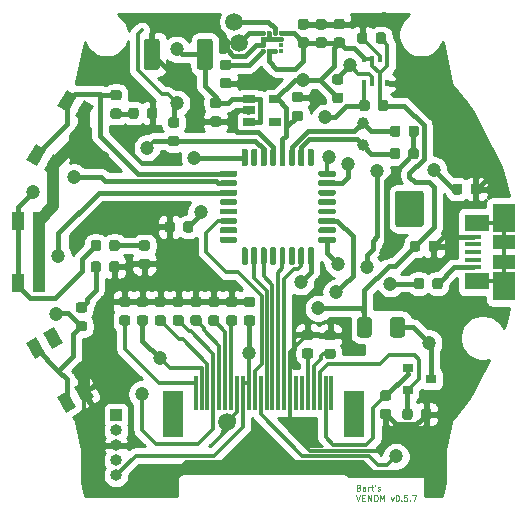
<source format=gbr>
G04 #@! TF.GenerationSoftware,KiCad,Pcbnew,5.1.8-1.fc33*
G04 #@! TF.CreationDate,2020-12-13T19:08:53+01:00*
G04 #@! TF.ProjectId,venom,76656e6f-6d2e-46b6-9963-61645f706362,rev?*
G04 #@! TF.SameCoordinates,Original*
G04 #@! TF.FileFunction,Copper,L1,Top*
G04 #@! TF.FilePolarity,Positive*
%FSLAX46Y46*%
G04 Gerber Fmt 4.6, Leading zero omitted, Abs format (unit mm)*
G04 Created by KiCad (PCBNEW 5.1.8-1.fc33) date 2020-12-13 19:08:53*
%MOMM*%
%LPD*%
G01*
G04 APERTURE LIST*
G04 #@! TA.AperFunction,NonConductor*
%ADD10C,0.125000*%
G04 #@! TD*
G04 #@! TA.AperFunction,ComponentPad*
%ADD11C,1.000000*%
G04 #@! TD*
G04 #@! TA.AperFunction,SMDPad,CuDef*
%ADD12R,0.350000X0.500000*%
G04 #@! TD*
G04 #@! TA.AperFunction,SMDPad,CuDef*
%ADD13R,1.800000X4.000000*%
G04 #@! TD*
G04 #@! TA.AperFunction,SMDPad,CuDef*
%ADD14R,0.300000X3.000000*%
G04 #@! TD*
G04 #@! TA.AperFunction,SMDPad,CuDef*
%ADD15C,0.100000*%
G04 #@! TD*
G04 #@! TA.AperFunction,SMDPad,CuDef*
%ADD16R,0.900000X0.800000*%
G04 #@! TD*
G04 #@! TA.AperFunction,SMDPad,CuDef*
%ADD17R,1.000000X1.550000*%
G04 #@! TD*
G04 #@! TA.AperFunction,SMDPad,CuDef*
%ADD18R,1.060000X0.650000*%
G04 #@! TD*
G04 #@! TA.AperFunction,SMDPad,CuDef*
%ADD19R,1.380000X0.450000*%
G04 #@! TD*
G04 #@! TA.AperFunction,SMDPad,CuDef*
%ADD20R,2.100000X1.475000*%
G04 #@! TD*
G04 #@! TA.AperFunction,SMDPad,CuDef*
%ADD21R,1.900000X2.375000*%
G04 #@! TD*
G04 #@! TA.AperFunction,SMDPad,CuDef*
%ADD22R,1.900000X1.175000*%
G04 #@! TD*
G04 #@! TA.AperFunction,ComponentPad*
%ADD23C,0.500000*%
G04 #@! TD*
G04 #@! TA.AperFunction,ComponentPad*
%ADD24R,1.000000X1.000000*%
G04 #@! TD*
G04 #@! TA.AperFunction,ComponentPad*
%ADD25O,1.000000X1.000000*%
G04 #@! TD*
G04 #@! TA.AperFunction,SMDPad,CuDef*
%ADD26R,0.375000X0.350000*%
G04 #@! TD*
G04 #@! TA.AperFunction,SMDPad,CuDef*
%ADD27R,0.350000X0.375000*%
G04 #@! TD*
G04 #@! TA.AperFunction,ViaPad*
%ADD28C,1.200000*%
G04 #@! TD*
G04 #@! TA.AperFunction,ViaPad*
%ADD29C,1.500000*%
G04 #@! TD*
G04 #@! TA.AperFunction,Conductor*
%ADD30C,0.400000*%
G04 #@! TD*
G04 #@! TA.AperFunction,Conductor*
%ADD31C,1.000000*%
G04 #@! TD*
G04 #@! TA.AperFunction,Conductor*
%ADD32C,0.300000*%
G04 #@! TD*
G04 #@! TA.AperFunction,Conductor*
%ADD33C,0.250000*%
G04 #@! TD*
G04 #@! TA.AperFunction,Conductor*
%ADD34C,0.254000*%
G04 #@! TD*
G04 #@! TA.AperFunction,Conductor*
%ADD35C,0.100000*%
G04 #@! TD*
G04 APERTURE END LIST*
D10*
X167580476Y-138716785D02*
X167651904Y-138740595D01*
X167675714Y-138764404D01*
X167699523Y-138812023D01*
X167699523Y-138883452D01*
X167675714Y-138931071D01*
X167651904Y-138954880D01*
X167604285Y-138978690D01*
X167413809Y-138978690D01*
X167413809Y-138478690D01*
X167580476Y-138478690D01*
X167628095Y-138502500D01*
X167651904Y-138526309D01*
X167675714Y-138573928D01*
X167675714Y-138621547D01*
X167651904Y-138669166D01*
X167628095Y-138692976D01*
X167580476Y-138716785D01*
X167413809Y-138716785D01*
X168128095Y-138978690D02*
X168128095Y-138716785D01*
X168104285Y-138669166D01*
X168056666Y-138645357D01*
X167961428Y-138645357D01*
X167913809Y-138669166D01*
X168128095Y-138954880D02*
X168080476Y-138978690D01*
X167961428Y-138978690D01*
X167913809Y-138954880D01*
X167890000Y-138907261D01*
X167890000Y-138859642D01*
X167913809Y-138812023D01*
X167961428Y-138788214D01*
X168080476Y-138788214D01*
X168128095Y-138764404D01*
X168366190Y-138978690D02*
X168366190Y-138645357D01*
X168366190Y-138740595D02*
X168390000Y-138692976D01*
X168413809Y-138669166D01*
X168461428Y-138645357D01*
X168509047Y-138645357D01*
X168604285Y-138645357D02*
X168794761Y-138645357D01*
X168675714Y-138478690D02*
X168675714Y-138907261D01*
X168699523Y-138954880D01*
X168747142Y-138978690D01*
X168794761Y-138978690D01*
X168985238Y-138478690D02*
X168937619Y-138573928D01*
X169175714Y-138954880D02*
X169223333Y-138978690D01*
X169318571Y-138978690D01*
X169366190Y-138954880D01*
X169390000Y-138907261D01*
X169390000Y-138883452D01*
X169366190Y-138835833D01*
X169318571Y-138812023D01*
X169247142Y-138812023D01*
X169199523Y-138788214D01*
X169175714Y-138740595D01*
X169175714Y-138716785D01*
X169199523Y-138669166D01*
X169247142Y-138645357D01*
X169318571Y-138645357D01*
X169366190Y-138669166D01*
X167378095Y-139353690D02*
X167544761Y-139853690D01*
X167711428Y-139353690D01*
X167878095Y-139591785D02*
X168044761Y-139591785D01*
X168116190Y-139853690D02*
X167878095Y-139853690D01*
X167878095Y-139353690D01*
X168116190Y-139353690D01*
X168330476Y-139853690D02*
X168330476Y-139353690D01*
X168616190Y-139853690D01*
X168616190Y-139353690D01*
X168949523Y-139353690D02*
X169044761Y-139353690D01*
X169092380Y-139377500D01*
X169140000Y-139425119D01*
X169163809Y-139520357D01*
X169163809Y-139687023D01*
X169140000Y-139782261D01*
X169092380Y-139829880D01*
X169044761Y-139853690D01*
X168949523Y-139853690D01*
X168901904Y-139829880D01*
X168854285Y-139782261D01*
X168830476Y-139687023D01*
X168830476Y-139520357D01*
X168854285Y-139425119D01*
X168901904Y-139377500D01*
X168949523Y-139353690D01*
X169378095Y-139853690D02*
X169378095Y-139353690D01*
X169544761Y-139710833D01*
X169711428Y-139353690D01*
X169711428Y-139853690D01*
X170282857Y-139520357D02*
X170401904Y-139853690D01*
X170520952Y-139520357D01*
X170806666Y-139353690D02*
X170854285Y-139353690D01*
X170901904Y-139377500D01*
X170925714Y-139401309D01*
X170949523Y-139448928D01*
X170973333Y-139544166D01*
X170973333Y-139663214D01*
X170949523Y-139758452D01*
X170925714Y-139806071D01*
X170901904Y-139829880D01*
X170854285Y-139853690D01*
X170806666Y-139853690D01*
X170759047Y-139829880D01*
X170735238Y-139806071D01*
X170711428Y-139758452D01*
X170687619Y-139663214D01*
X170687619Y-139544166D01*
X170711428Y-139448928D01*
X170735238Y-139401309D01*
X170759047Y-139377500D01*
X170806666Y-139353690D01*
X171187619Y-139806071D02*
X171211428Y-139829880D01*
X171187619Y-139853690D01*
X171163809Y-139829880D01*
X171187619Y-139806071D01*
X171187619Y-139853690D01*
X171663809Y-139353690D02*
X171425714Y-139353690D01*
X171401904Y-139591785D01*
X171425714Y-139567976D01*
X171473333Y-139544166D01*
X171592380Y-139544166D01*
X171640000Y-139567976D01*
X171663809Y-139591785D01*
X171687619Y-139639404D01*
X171687619Y-139758452D01*
X171663809Y-139806071D01*
X171640000Y-139829880D01*
X171592380Y-139853690D01*
X171473333Y-139853690D01*
X171425714Y-139829880D01*
X171401904Y-139806071D01*
X171901904Y-139806071D02*
X171925714Y-139829880D01*
X171901904Y-139853690D01*
X171878095Y-139829880D01*
X171901904Y-139806071D01*
X171901904Y-139853690D01*
X172092380Y-139353690D02*
X172425714Y-139353690D01*
X172211428Y-139853690D01*
D11*
X167894000Y-109728000D03*
X167894000Y-107828000D03*
D12*
X168045000Y-104505000D03*
X168695000Y-104505000D03*
X169345000Y-104505000D03*
X169995000Y-104505000D03*
X169995000Y-102455000D03*
X169345000Y-102455000D03*
X168695000Y-102455000D03*
X168045000Y-102455000D03*
D13*
X167160000Y-132510000D03*
X151860000Y-132510000D03*
D14*
X153760000Y-130710000D03*
X154260000Y-130710000D03*
X154760000Y-130710000D03*
X155260000Y-130710000D03*
X155760000Y-130710000D03*
X156260000Y-130710000D03*
X156760000Y-130710000D03*
X157260000Y-130710000D03*
X157760000Y-130710000D03*
X158260000Y-130710000D03*
X158760000Y-130710000D03*
X159260000Y-130710000D03*
X159760000Y-130710000D03*
X160260000Y-130710000D03*
X160760000Y-130710000D03*
X161260000Y-130710000D03*
X161760000Y-130710000D03*
X162260000Y-130710000D03*
X162760000Y-130710000D03*
X163260000Y-130710000D03*
X163760000Y-130710000D03*
X164260000Y-130710000D03*
X164760000Y-130710000D03*
X165260000Y-130710000D03*
G04 #@! TA.AperFunction,SMDPad,CuDef*
D15*
G36*
X140863109Y-125640513D02*
G01*
X141729135Y-125140513D01*
X142504135Y-126482853D01*
X141638109Y-126982853D01*
X140863109Y-125640513D01*
G37*
G04 #@! TD.AperFunction*
G04 #@! TA.AperFunction,SMDPad,CuDef*
G36*
X143488109Y-130187147D02*
G01*
X144354135Y-129687147D01*
X145129135Y-131029487D01*
X144263109Y-131529487D01*
X143488109Y-130187147D01*
G37*
G04 #@! TD.AperFunction*
G04 #@! TA.AperFunction,SMDPad,CuDef*
G36*
X142015865Y-131037147D02*
G01*
X142881891Y-130537147D01*
X143656891Y-131879487D01*
X142790865Y-132379487D01*
X142015865Y-131037147D01*
G37*
G04 #@! TD.AperFunction*
G04 #@! TA.AperFunction,SMDPad,CuDef*
G36*
X139390865Y-126490513D02*
G01*
X140256891Y-125990513D01*
X141031891Y-127332853D01*
X140165865Y-127832853D01*
X139390865Y-126490513D01*
G37*
G04 #@! TD.AperFunction*
G04 #@! TA.AperFunction,SMDPad,CuDef*
G36*
G01*
X155215000Y-100964999D02*
X155215000Y-103115001D01*
G75*
G02*
X154965001Y-103365000I-249999J0D01*
G01*
X154114999Y-103365000D01*
G75*
G02*
X153865000Y-103115001I0J249999D01*
G01*
X153865000Y-100964999D01*
G75*
G02*
X154114999Y-100715000I249999J0D01*
G01*
X154965001Y-100715000D01*
G75*
G02*
X155215000Y-100964999I0J-249999D01*
G01*
G37*
G04 #@! TD.AperFunction*
G04 #@! TA.AperFunction,SMDPad,CuDef*
G36*
G01*
X150715000Y-100964999D02*
X150715000Y-103115001D01*
G75*
G02*
X150465001Y-103365000I-249999J0D01*
G01*
X149614999Y-103365000D01*
G75*
G02*
X149365000Y-103115001I0J249999D01*
G01*
X149365000Y-100964999D01*
G75*
G02*
X149614999Y-100715000I249999J0D01*
G01*
X150465001Y-100715000D01*
G75*
G02*
X150715000Y-100964999I0J-249999D01*
G01*
G37*
G04 #@! TD.AperFunction*
G04 #@! TA.AperFunction,SMDPad,CuDef*
G36*
G01*
X168306000Y-100403750D02*
X168306000Y-100916250D01*
G75*
G02*
X168087250Y-101135000I-218750J0D01*
G01*
X167649750Y-101135000D01*
G75*
G02*
X167431000Y-100916250I0J218750D01*
G01*
X167431000Y-100403750D01*
G75*
G02*
X167649750Y-100185000I218750J0D01*
G01*
X168087250Y-100185000D01*
G75*
G02*
X168306000Y-100403750I0J-218750D01*
G01*
G37*
G04 #@! TD.AperFunction*
G04 #@! TA.AperFunction,SMDPad,CuDef*
G36*
G01*
X169881000Y-100403750D02*
X169881000Y-100916250D01*
G75*
G02*
X169662250Y-101135000I-218750J0D01*
G01*
X169224750Y-101135000D01*
G75*
G02*
X169006000Y-100916250I0J218750D01*
G01*
X169006000Y-100403750D01*
G75*
G02*
X169224750Y-100185000I218750J0D01*
G01*
X169662250Y-100185000D01*
G75*
G02*
X169881000Y-100403750I0J-218750D01*
G01*
G37*
G04 #@! TD.AperFunction*
G04 #@! TA.AperFunction,SMDPad,CuDef*
G36*
G01*
X166166250Y-101485000D02*
X165653750Y-101485000D01*
G75*
G02*
X165435000Y-101266250I0J218750D01*
G01*
X165435000Y-100828750D01*
G75*
G02*
X165653750Y-100610000I218750J0D01*
G01*
X166166250Y-100610000D01*
G75*
G02*
X166385000Y-100828750I0J-218750D01*
G01*
X166385000Y-101266250D01*
G75*
G02*
X166166250Y-101485000I-218750J0D01*
G01*
G37*
G04 #@! TD.AperFunction*
G04 #@! TA.AperFunction,SMDPad,CuDef*
G36*
G01*
X166166250Y-99910000D02*
X165653750Y-99910000D01*
G75*
G02*
X165435000Y-99691250I0J218750D01*
G01*
X165435000Y-99253750D01*
G75*
G02*
X165653750Y-99035000I218750J0D01*
G01*
X166166250Y-99035000D01*
G75*
G02*
X166385000Y-99253750I0J-218750D01*
G01*
X166385000Y-99691250D01*
G75*
G02*
X166166250Y-99910000I-218750J0D01*
G01*
G37*
G04 #@! TD.AperFunction*
G04 #@! TA.AperFunction,SMDPad,CuDef*
G36*
G01*
X170195000Y-110696250D02*
X170195000Y-110183750D01*
G75*
G02*
X170413750Y-109965000I218750J0D01*
G01*
X170851250Y-109965000D01*
G75*
G02*
X171070000Y-110183750I0J-218750D01*
G01*
X171070000Y-110696250D01*
G75*
G02*
X170851250Y-110915000I-218750J0D01*
G01*
X170413750Y-110915000D01*
G75*
G02*
X170195000Y-110696250I0J218750D01*
G01*
G37*
G04 #@! TD.AperFunction*
G04 #@! TA.AperFunction,SMDPad,CuDef*
G36*
G01*
X171770000Y-110696250D02*
X171770000Y-110183750D01*
G75*
G02*
X171988750Y-109965000I218750J0D01*
G01*
X172426250Y-109965000D01*
G75*
G02*
X172645000Y-110183750I0J-218750D01*
G01*
X172645000Y-110696250D01*
G75*
G02*
X172426250Y-110915000I-218750J0D01*
G01*
X171988750Y-110915000D01*
G75*
G02*
X171770000Y-110696250I0J218750D01*
G01*
G37*
G04 #@! TD.AperFunction*
G04 #@! TA.AperFunction,SMDPad,CuDef*
G36*
G01*
X171790000Y-108806250D02*
X171790000Y-108293750D01*
G75*
G02*
X172008750Y-108075000I218750J0D01*
G01*
X172446250Y-108075000D01*
G75*
G02*
X172665000Y-108293750I0J-218750D01*
G01*
X172665000Y-108806250D01*
G75*
G02*
X172446250Y-109025000I-218750J0D01*
G01*
X172008750Y-109025000D01*
G75*
G02*
X171790000Y-108806250I0J218750D01*
G01*
G37*
G04 #@! TD.AperFunction*
G04 #@! TA.AperFunction,SMDPad,CuDef*
G36*
G01*
X170215000Y-108806250D02*
X170215000Y-108293750D01*
G75*
G02*
X170433750Y-108075000I218750J0D01*
G01*
X170871250Y-108075000D01*
G75*
G02*
X171090000Y-108293750I0J-218750D01*
G01*
X171090000Y-108806250D01*
G75*
G02*
X170871250Y-109025000I-218750J0D01*
G01*
X170433750Y-109025000D01*
G75*
G02*
X170215000Y-108806250I0J218750D01*
G01*
G37*
G04 #@! TD.AperFunction*
G04 #@! TA.AperFunction,SMDPad,CuDef*
G36*
G01*
X173480000Y-118536250D02*
X173480000Y-118023750D01*
G75*
G02*
X173698750Y-117805000I218750J0D01*
G01*
X174136250Y-117805000D01*
G75*
G02*
X174355000Y-118023750I0J-218750D01*
G01*
X174355000Y-118536250D01*
G75*
G02*
X174136250Y-118755000I-218750J0D01*
G01*
X173698750Y-118755000D01*
G75*
G02*
X173480000Y-118536250I0J218750D01*
G01*
G37*
G04 #@! TD.AperFunction*
G04 #@! TA.AperFunction,SMDPad,CuDef*
G36*
G01*
X171905000Y-118536250D02*
X171905000Y-118023750D01*
G75*
G02*
X172123750Y-117805000I218750J0D01*
G01*
X172561250Y-117805000D01*
G75*
G02*
X172780000Y-118023750I0J-218750D01*
G01*
X172780000Y-118536250D01*
G75*
G02*
X172561250Y-118755000I-218750J0D01*
G01*
X172123750Y-118755000D01*
G75*
G02*
X171905000Y-118536250I0J218750D01*
G01*
G37*
G04 #@! TD.AperFunction*
G04 #@! TA.AperFunction,SMDPad,CuDef*
G36*
G01*
X165396250Y-127825000D02*
X164883750Y-127825000D01*
G75*
G02*
X164665000Y-127606250I0J218750D01*
G01*
X164665000Y-127168750D01*
G75*
G02*
X164883750Y-126950000I218750J0D01*
G01*
X165396250Y-126950000D01*
G75*
G02*
X165615000Y-127168750I0J-218750D01*
G01*
X165615000Y-127606250D01*
G75*
G02*
X165396250Y-127825000I-218750J0D01*
G01*
G37*
G04 #@! TD.AperFunction*
G04 #@! TA.AperFunction,SMDPad,CuDef*
G36*
G01*
X165396250Y-126250000D02*
X164883750Y-126250000D01*
G75*
G02*
X164665000Y-126031250I0J218750D01*
G01*
X164665000Y-125593750D01*
G75*
G02*
X164883750Y-125375000I218750J0D01*
G01*
X165396250Y-125375000D01*
G75*
G02*
X165615000Y-125593750I0J-218750D01*
G01*
X165615000Y-126031250D01*
G75*
G02*
X165396250Y-126250000I-218750J0D01*
G01*
G37*
G04 #@! TD.AperFunction*
G04 #@! TA.AperFunction,SMDPad,CuDef*
G36*
G01*
X163486250Y-127805000D02*
X162973750Y-127805000D01*
G75*
G02*
X162755000Y-127586250I0J218750D01*
G01*
X162755000Y-127148750D01*
G75*
G02*
X162973750Y-126930000I218750J0D01*
G01*
X163486250Y-126930000D01*
G75*
G02*
X163705000Y-127148750I0J-218750D01*
G01*
X163705000Y-127586250D01*
G75*
G02*
X163486250Y-127805000I-218750J0D01*
G01*
G37*
G04 #@! TD.AperFunction*
G04 #@! TA.AperFunction,SMDPad,CuDef*
G36*
G01*
X163486250Y-126230000D02*
X162973750Y-126230000D01*
G75*
G02*
X162755000Y-126011250I0J218750D01*
G01*
X162755000Y-125573750D01*
G75*
G02*
X162973750Y-125355000I218750J0D01*
G01*
X163486250Y-125355000D01*
G75*
G02*
X163705000Y-125573750I0J-218750D01*
G01*
X163705000Y-126011250D01*
G75*
G02*
X163486250Y-126230000I-218750J0D01*
G01*
G37*
G04 #@! TD.AperFunction*
G04 #@! TA.AperFunction,SMDPad,CuDef*
G36*
G01*
X158576250Y-123430000D02*
X158063750Y-123430000D01*
G75*
G02*
X157845000Y-123211250I0J218750D01*
G01*
X157845000Y-122773750D01*
G75*
G02*
X158063750Y-122555000I218750J0D01*
G01*
X158576250Y-122555000D01*
G75*
G02*
X158795000Y-122773750I0J-218750D01*
G01*
X158795000Y-123211250D01*
G75*
G02*
X158576250Y-123430000I-218750J0D01*
G01*
G37*
G04 #@! TD.AperFunction*
G04 #@! TA.AperFunction,SMDPad,CuDef*
G36*
G01*
X158576250Y-125005000D02*
X158063750Y-125005000D01*
G75*
G02*
X157845000Y-124786250I0J218750D01*
G01*
X157845000Y-124348750D01*
G75*
G02*
X158063750Y-124130000I218750J0D01*
G01*
X158576250Y-124130000D01*
G75*
G02*
X158795000Y-124348750I0J-218750D01*
G01*
X158795000Y-124786250D01*
G75*
G02*
X158576250Y-125005000I-218750J0D01*
G01*
G37*
G04 #@! TD.AperFunction*
G04 #@! TA.AperFunction,SMDPad,CuDef*
G36*
G01*
X157066250Y-123430000D02*
X156553750Y-123430000D01*
G75*
G02*
X156335000Y-123211250I0J218750D01*
G01*
X156335000Y-122773750D01*
G75*
G02*
X156553750Y-122555000I218750J0D01*
G01*
X157066250Y-122555000D01*
G75*
G02*
X157285000Y-122773750I0J-218750D01*
G01*
X157285000Y-123211250D01*
G75*
G02*
X157066250Y-123430000I-218750J0D01*
G01*
G37*
G04 #@! TD.AperFunction*
G04 #@! TA.AperFunction,SMDPad,CuDef*
G36*
G01*
X157066250Y-125005000D02*
X156553750Y-125005000D01*
G75*
G02*
X156335000Y-124786250I0J218750D01*
G01*
X156335000Y-124348750D01*
G75*
G02*
X156553750Y-124130000I218750J0D01*
G01*
X157066250Y-124130000D01*
G75*
G02*
X157285000Y-124348750I0J-218750D01*
G01*
X157285000Y-124786250D01*
G75*
G02*
X157066250Y-125005000I-218750J0D01*
G01*
G37*
G04 #@! TD.AperFunction*
G04 #@! TA.AperFunction,SMDPad,CuDef*
G36*
G01*
X155556250Y-125005000D02*
X155043750Y-125005000D01*
G75*
G02*
X154825000Y-124786250I0J218750D01*
G01*
X154825000Y-124348750D01*
G75*
G02*
X155043750Y-124130000I218750J0D01*
G01*
X155556250Y-124130000D01*
G75*
G02*
X155775000Y-124348750I0J-218750D01*
G01*
X155775000Y-124786250D01*
G75*
G02*
X155556250Y-125005000I-218750J0D01*
G01*
G37*
G04 #@! TD.AperFunction*
G04 #@! TA.AperFunction,SMDPad,CuDef*
G36*
G01*
X155556250Y-123430000D02*
X155043750Y-123430000D01*
G75*
G02*
X154825000Y-123211250I0J218750D01*
G01*
X154825000Y-122773750D01*
G75*
G02*
X155043750Y-122555000I218750J0D01*
G01*
X155556250Y-122555000D01*
G75*
G02*
X155775000Y-122773750I0J-218750D01*
G01*
X155775000Y-123211250D01*
G75*
G02*
X155556250Y-123430000I-218750J0D01*
G01*
G37*
G04 #@! TD.AperFunction*
G04 #@! TA.AperFunction,SMDPad,CuDef*
G36*
G01*
X154046250Y-124995000D02*
X153533750Y-124995000D01*
G75*
G02*
X153315000Y-124776250I0J218750D01*
G01*
X153315000Y-124338750D01*
G75*
G02*
X153533750Y-124120000I218750J0D01*
G01*
X154046250Y-124120000D01*
G75*
G02*
X154265000Y-124338750I0J-218750D01*
G01*
X154265000Y-124776250D01*
G75*
G02*
X154046250Y-124995000I-218750J0D01*
G01*
G37*
G04 #@! TD.AperFunction*
G04 #@! TA.AperFunction,SMDPad,CuDef*
G36*
G01*
X154046250Y-123420000D02*
X153533750Y-123420000D01*
G75*
G02*
X153315000Y-123201250I0J218750D01*
G01*
X153315000Y-122763750D01*
G75*
G02*
X153533750Y-122545000I218750J0D01*
G01*
X154046250Y-122545000D01*
G75*
G02*
X154265000Y-122763750I0J-218750D01*
G01*
X154265000Y-123201250D01*
G75*
G02*
X154046250Y-123420000I-218750J0D01*
G01*
G37*
G04 #@! TD.AperFunction*
G04 #@! TA.AperFunction,SMDPad,CuDef*
G36*
G01*
X152536250Y-123420000D02*
X152023750Y-123420000D01*
G75*
G02*
X151805000Y-123201250I0J218750D01*
G01*
X151805000Y-122763750D01*
G75*
G02*
X152023750Y-122545000I218750J0D01*
G01*
X152536250Y-122545000D01*
G75*
G02*
X152755000Y-122763750I0J-218750D01*
G01*
X152755000Y-123201250D01*
G75*
G02*
X152536250Y-123420000I-218750J0D01*
G01*
G37*
G04 #@! TD.AperFunction*
G04 #@! TA.AperFunction,SMDPad,CuDef*
G36*
G01*
X152536250Y-124995000D02*
X152023750Y-124995000D01*
G75*
G02*
X151805000Y-124776250I0J218750D01*
G01*
X151805000Y-124338750D01*
G75*
G02*
X152023750Y-124120000I218750J0D01*
G01*
X152536250Y-124120000D01*
G75*
G02*
X152755000Y-124338750I0J-218750D01*
G01*
X152755000Y-124776250D01*
G75*
G02*
X152536250Y-124995000I-218750J0D01*
G01*
G37*
G04 #@! TD.AperFunction*
G04 #@! TA.AperFunction,SMDPad,CuDef*
G36*
G01*
X151026250Y-124995000D02*
X150513750Y-124995000D01*
G75*
G02*
X150295000Y-124776250I0J218750D01*
G01*
X150295000Y-124338750D01*
G75*
G02*
X150513750Y-124120000I218750J0D01*
G01*
X151026250Y-124120000D01*
G75*
G02*
X151245000Y-124338750I0J-218750D01*
G01*
X151245000Y-124776250D01*
G75*
G02*
X151026250Y-124995000I-218750J0D01*
G01*
G37*
G04 #@! TD.AperFunction*
G04 #@! TA.AperFunction,SMDPad,CuDef*
G36*
G01*
X151026250Y-123420000D02*
X150513750Y-123420000D01*
G75*
G02*
X150295000Y-123201250I0J218750D01*
G01*
X150295000Y-122763750D01*
G75*
G02*
X150513750Y-122545000I218750J0D01*
G01*
X151026250Y-122545000D01*
G75*
G02*
X151245000Y-122763750I0J-218750D01*
G01*
X151245000Y-123201250D01*
G75*
G02*
X151026250Y-123420000I-218750J0D01*
G01*
G37*
G04 #@! TD.AperFunction*
G04 #@! TA.AperFunction,SMDPad,CuDef*
G36*
G01*
X149516250Y-123420000D02*
X149003750Y-123420000D01*
G75*
G02*
X148785000Y-123201250I0J218750D01*
G01*
X148785000Y-122763750D01*
G75*
G02*
X149003750Y-122545000I218750J0D01*
G01*
X149516250Y-122545000D01*
G75*
G02*
X149735000Y-122763750I0J-218750D01*
G01*
X149735000Y-123201250D01*
G75*
G02*
X149516250Y-123420000I-218750J0D01*
G01*
G37*
G04 #@! TD.AperFunction*
G04 #@! TA.AperFunction,SMDPad,CuDef*
G36*
G01*
X149516250Y-124995000D02*
X149003750Y-124995000D01*
G75*
G02*
X148785000Y-124776250I0J218750D01*
G01*
X148785000Y-124338750D01*
G75*
G02*
X149003750Y-124120000I218750J0D01*
G01*
X149516250Y-124120000D01*
G75*
G02*
X149735000Y-124338750I0J-218750D01*
G01*
X149735000Y-124776250D01*
G75*
G02*
X149516250Y-124995000I-218750J0D01*
G01*
G37*
G04 #@! TD.AperFunction*
G04 #@! TA.AperFunction,SMDPad,CuDef*
G36*
G01*
X148006250Y-123420000D02*
X147493750Y-123420000D01*
G75*
G02*
X147275000Y-123201250I0J218750D01*
G01*
X147275000Y-122763750D01*
G75*
G02*
X147493750Y-122545000I218750J0D01*
G01*
X148006250Y-122545000D01*
G75*
G02*
X148225000Y-122763750I0J-218750D01*
G01*
X148225000Y-123201250D01*
G75*
G02*
X148006250Y-123420000I-218750J0D01*
G01*
G37*
G04 #@! TD.AperFunction*
G04 #@! TA.AperFunction,SMDPad,CuDef*
G36*
G01*
X148006250Y-124995000D02*
X147493750Y-124995000D01*
G75*
G02*
X147275000Y-124776250I0J218750D01*
G01*
X147275000Y-124338750D01*
G75*
G02*
X147493750Y-124120000I218750J0D01*
G01*
X148006250Y-124120000D01*
G75*
G02*
X148225000Y-124338750I0J-218750D01*
G01*
X148225000Y-124776250D01*
G75*
G02*
X148006250Y-124995000I-218750J0D01*
G01*
G37*
G04 #@! TD.AperFunction*
G04 #@! TA.AperFunction,SMDPad,CuDef*
G36*
G01*
X155191750Y-107284000D02*
X155704250Y-107284000D01*
G75*
G02*
X155923000Y-107502750I0J-218750D01*
G01*
X155923000Y-107940250D01*
G75*
G02*
X155704250Y-108159000I-218750J0D01*
G01*
X155191750Y-108159000D01*
G75*
G02*
X154973000Y-107940250I0J218750D01*
G01*
X154973000Y-107502750D01*
G75*
G02*
X155191750Y-107284000I218750J0D01*
G01*
G37*
G04 #@! TD.AperFunction*
G04 #@! TA.AperFunction,SMDPad,CuDef*
G36*
G01*
X155191750Y-105709000D02*
X155704250Y-105709000D01*
G75*
G02*
X155923000Y-105927750I0J-218750D01*
G01*
X155923000Y-106365250D01*
G75*
G02*
X155704250Y-106584000I-218750J0D01*
G01*
X155191750Y-106584000D01*
G75*
G02*
X154973000Y-106365250I0J218750D01*
G01*
X154973000Y-105927750D01*
G75*
G02*
X155191750Y-105709000I218750J0D01*
G01*
G37*
G04 #@! TD.AperFunction*
G04 #@! TA.AperFunction,SMDPad,CuDef*
G36*
G01*
X162646250Y-107675000D02*
X162133750Y-107675000D01*
G75*
G02*
X161915000Y-107456250I0J218750D01*
G01*
X161915000Y-107018750D01*
G75*
G02*
X162133750Y-106800000I218750J0D01*
G01*
X162646250Y-106800000D01*
G75*
G02*
X162865000Y-107018750I0J-218750D01*
G01*
X162865000Y-107456250D01*
G75*
G02*
X162646250Y-107675000I-218750J0D01*
G01*
G37*
G04 #@! TD.AperFunction*
G04 #@! TA.AperFunction,SMDPad,CuDef*
G36*
G01*
X162646250Y-106100000D02*
X162133750Y-106100000D01*
G75*
G02*
X161915000Y-105881250I0J218750D01*
G01*
X161915000Y-105443750D01*
G75*
G02*
X162133750Y-105225000I218750J0D01*
G01*
X162646250Y-105225000D01*
G75*
G02*
X162865000Y-105443750I0J-218750D01*
G01*
X162865000Y-105881250D01*
G75*
G02*
X162646250Y-106100000I-218750J0D01*
G01*
G37*
G04 #@! TD.AperFunction*
D16*
X171700000Y-128590000D03*
X171700000Y-130490000D03*
X173700000Y-129540000D03*
G04 #@! TA.AperFunction,SMDPad,CuDef*
G36*
G01*
X151635750Y-107377500D02*
X152148250Y-107377500D01*
G75*
G02*
X152367000Y-107596250I0J-218750D01*
G01*
X152367000Y-108033750D01*
G75*
G02*
X152148250Y-108252500I-218750J0D01*
G01*
X151635750Y-108252500D01*
G75*
G02*
X151417000Y-108033750I0J218750D01*
G01*
X151417000Y-107596250D01*
G75*
G02*
X151635750Y-107377500I218750J0D01*
G01*
G37*
G04 #@! TD.AperFunction*
G04 #@! TA.AperFunction,SMDPad,CuDef*
G36*
G01*
X151635750Y-108952500D02*
X152148250Y-108952500D01*
G75*
G02*
X152367000Y-109171250I0J-218750D01*
G01*
X152367000Y-109608750D01*
G75*
G02*
X152148250Y-109827500I-218750J0D01*
G01*
X151635750Y-109827500D01*
G75*
G02*
X151417000Y-109608750I0J218750D01*
G01*
X151417000Y-109171250D01*
G75*
G02*
X151635750Y-108952500I218750J0D01*
G01*
G37*
G04 #@! TD.AperFunction*
G04 #@! TA.AperFunction,SMDPad,CuDef*
G36*
G01*
X168480000Y-106113750D02*
X168480000Y-106626250D01*
G75*
G02*
X168261250Y-106845000I-218750J0D01*
G01*
X167823750Y-106845000D01*
G75*
G02*
X167605000Y-106626250I0J218750D01*
G01*
X167605000Y-106113750D01*
G75*
G02*
X167823750Y-105895000I218750J0D01*
G01*
X168261250Y-105895000D01*
G75*
G02*
X168480000Y-106113750I0J-218750D01*
G01*
G37*
G04 #@! TD.AperFunction*
G04 #@! TA.AperFunction,SMDPad,CuDef*
G36*
G01*
X170055000Y-106113750D02*
X170055000Y-106626250D01*
G75*
G02*
X169836250Y-106845000I-218750J0D01*
G01*
X169398750Y-106845000D01*
G75*
G02*
X169180000Y-106626250I0J218750D01*
G01*
X169180000Y-106113750D01*
G75*
G02*
X169398750Y-105895000I218750J0D01*
G01*
X169836250Y-105895000D01*
G75*
G02*
X170055000Y-106113750I0J-218750D01*
G01*
G37*
G04 #@! TD.AperFunction*
G04 #@! TA.AperFunction,SMDPad,CuDef*
G36*
G01*
X166046250Y-106165000D02*
X165533750Y-106165000D01*
G75*
G02*
X165315000Y-105946250I0J218750D01*
G01*
X165315000Y-105508750D01*
G75*
G02*
X165533750Y-105290000I218750J0D01*
G01*
X166046250Y-105290000D01*
G75*
G02*
X166265000Y-105508750I0J-218750D01*
G01*
X166265000Y-105946250D01*
G75*
G02*
X166046250Y-106165000I-218750J0D01*
G01*
G37*
G04 #@! TD.AperFunction*
G04 #@! TA.AperFunction,SMDPad,CuDef*
G36*
G01*
X166046250Y-104590000D02*
X165533750Y-104590000D01*
G75*
G02*
X165315000Y-104371250I0J218750D01*
G01*
X165315000Y-103933750D01*
G75*
G02*
X165533750Y-103715000I218750J0D01*
G01*
X166046250Y-103715000D01*
G75*
G02*
X166265000Y-103933750I0J-218750D01*
G01*
X166265000Y-104371250D01*
G75*
G02*
X166046250Y-104590000I-218750J0D01*
G01*
G37*
G04 #@! TD.AperFunction*
G04 #@! TA.AperFunction,SMDPad,CuDef*
G36*
G01*
X169593750Y-130475000D02*
X170106250Y-130475000D01*
G75*
G02*
X170325000Y-130693750I0J-218750D01*
G01*
X170325000Y-131131250D01*
G75*
G02*
X170106250Y-131350000I-218750J0D01*
G01*
X169593750Y-131350000D01*
G75*
G02*
X169375000Y-131131250I0J218750D01*
G01*
X169375000Y-130693750D01*
G75*
G02*
X169593750Y-130475000I218750J0D01*
G01*
G37*
G04 #@! TD.AperFunction*
G04 #@! TA.AperFunction,SMDPad,CuDef*
G36*
G01*
X169593750Y-132050000D02*
X170106250Y-132050000D01*
G75*
G02*
X170325000Y-132268750I0J-218750D01*
G01*
X170325000Y-132706250D01*
G75*
G02*
X170106250Y-132925000I-218750J0D01*
G01*
X169593750Y-132925000D01*
G75*
G02*
X169375000Y-132706250I0J218750D01*
G01*
X169375000Y-132268750D01*
G75*
G02*
X169593750Y-132050000I218750J0D01*
G01*
G37*
G04 #@! TD.AperFunction*
G04 #@! TA.AperFunction,SMDPad,CuDef*
G36*
G01*
X172830000Y-132756250D02*
X172830000Y-132243750D01*
G75*
G02*
X173048750Y-132025000I218750J0D01*
G01*
X173486250Y-132025000D01*
G75*
G02*
X173705000Y-132243750I0J-218750D01*
G01*
X173705000Y-132756250D01*
G75*
G02*
X173486250Y-132975000I-218750J0D01*
G01*
X173048750Y-132975000D01*
G75*
G02*
X172830000Y-132756250I0J218750D01*
G01*
G37*
G04 #@! TD.AperFunction*
G04 #@! TA.AperFunction,SMDPad,CuDef*
G36*
G01*
X171255000Y-132756250D02*
X171255000Y-132243750D01*
G75*
G02*
X171473750Y-132025000I218750J0D01*
G01*
X171911250Y-132025000D01*
G75*
G02*
X172130000Y-132243750I0J-218750D01*
G01*
X172130000Y-132756250D01*
G75*
G02*
X171911250Y-132975000I-218750J0D01*
G01*
X171473750Y-132975000D01*
G75*
G02*
X171255000Y-132756250I0J218750D01*
G01*
G37*
G04 #@! TD.AperFunction*
G04 #@! TA.AperFunction,SMDPad,CuDef*
D15*
G36*
X144303109Y-105930513D02*
G01*
X145169135Y-106430513D01*
X144394135Y-107772853D01*
X143528109Y-107272853D01*
X144303109Y-105930513D01*
G37*
G04 #@! TD.AperFunction*
G04 #@! TA.AperFunction,SMDPad,CuDef*
G36*
X141678109Y-110477147D02*
G01*
X142544135Y-110977147D01*
X141769135Y-112319487D01*
X140903109Y-111819487D01*
X141678109Y-110477147D01*
G37*
G04 #@! TD.AperFunction*
G04 #@! TA.AperFunction,SMDPad,CuDef*
G36*
X140205865Y-109627147D02*
G01*
X141071891Y-110127147D01*
X140296891Y-111469487D01*
X139430865Y-110969487D01*
X140205865Y-109627147D01*
G37*
G04 #@! TD.AperFunction*
G04 #@! TA.AperFunction,SMDPad,CuDef*
G36*
X142830865Y-105080513D02*
G01*
X143696891Y-105580513D01*
X142921891Y-106922853D01*
X142055865Y-106422853D01*
X142830865Y-105080513D01*
G37*
G04 #@! TD.AperFunction*
D17*
X138760000Y-116155000D03*
X138760000Y-121405000D03*
X140460000Y-121405000D03*
X140460000Y-116155000D03*
D18*
X158310000Y-105830000D03*
X158310000Y-106780000D03*
X158310000Y-107730000D03*
X160510000Y-107730000D03*
X160510000Y-105830000D03*
D19*
X177210000Y-120080000D03*
X177210000Y-119430000D03*
X177210000Y-118780000D03*
X177210000Y-118130000D03*
X177210000Y-117480000D03*
D20*
X177570000Y-121242500D03*
X177570000Y-116317500D03*
D21*
X179870000Y-121690000D03*
X179870000Y-115870000D03*
D22*
X179870000Y-119620000D03*
X179870000Y-117940000D03*
G04 #@! TA.AperFunction,SMDPad,CuDef*
G36*
G01*
X173100000Y-121193750D02*
X173100000Y-121706250D01*
G75*
G02*
X172881250Y-121925000I-218750J0D01*
G01*
X172443750Y-121925000D01*
G75*
G02*
X172225000Y-121706250I0J218750D01*
G01*
X172225000Y-121193750D01*
G75*
G02*
X172443750Y-120975000I218750J0D01*
G01*
X172881250Y-120975000D01*
G75*
G02*
X173100000Y-121193750I0J-218750D01*
G01*
G37*
G04 #@! TD.AperFunction*
G04 #@! TA.AperFunction,SMDPad,CuDef*
G36*
G01*
X174675000Y-121193750D02*
X174675000Y-121706250D01*
G75*
G02*
X174456250Y-121925000I-218750J0D01*
G01*
X174018750Y-121925000D01*
G75*
G02*
X173800000Y-121706250I0J218750D01*
G01*
X173800000Y-121193750D01*
G75*
G02*
X174018750Y-120975000I218750J0D01*
G01*
X174456250Y-120975000D01*
G75*
G02*
X174675000Y-121193750I0J-218750D01*
G01*
G37*
G04 #@! TD.AperFunction*
G04 #@! TA.AperFunction,SMDPad,CuDef*
G36*
G01*
X153575000Y-116393750D02*
X153575000Y-116906250D01*
G75*
G02*
X153356250Y-117125000I-218750J0D01*
G01*
X152918750Y-117125000D01*
G75*
G02*
X152700000Y-116906250I0J218750D01*
G01*
X152700000Y-116393750D01*
G75*
G02*
X152918750Y-116175000I218750J0D01*
G01*
X153356250Y-116175000D01*
G75*
G02*
X153575000Y-116393750I0J-218750D01*
G01*
G37*
G04 #@! TD.AperFunction*
G04 #@! TA.AperFunction,SMDPad,CuDef*
G36*
G01*
X152000000Y-116393750D02*
X152000000Y-116906250D01*
G75*
G02*
X151781250Y-117125000I-218750J0D01*
G01*
X151343750Y-117125000D01*
G75*
G02*
X151125000Y-116906250I0J218750D01*
G01*
X151125000Y-116393750D01*
G75*
G02*
X151343750Y-116175000I218750J0D01*
G01*
X151781250Y-116175000D01*
G75*
G02*
X152000000Y-116393750I0J-218750D01*
G01*
G37*
G04 #@! TD.AperFunction*
G04 #@! TA.AperFunction,SMDPad,CuDef*
G36*
G01*
X163385000Y-110015000D02*
X163635000Y-110015000D01*
G75*
G02*
X163760000Y-110140000I0J-125000D01*
G01*
X163760000Y-111390000D01*
G75*
G02*
X163635000Y-111515000I-125000J0D01*
G01*
X163385000Y-111515000D01*
G75*
G02*
X163260000Y-111390000I0J125000D01*
G01*
X163260000Y-110140000D01*
G75*
G02*
X163385000Y-110015000I125000J0D01*
G01*
G37*
G04 #@! TD.AperFunction*
G04 #@! TA.AperFunction,SMDPad,CuDef*
G36*
G01*
X162585000Y-110015000D02*
X162835000Y-110015000D01*
G75*
G02*
X162960000Y-110140000I0J-125000D01*
G01*
X162960000Y-111390000D01*
G75*
G02*
X162835000Y-111515000I-125000J0D01*
G01*
X162585000Y-111515000D01*
G75*
G02*
X162460000Y-111390000I0J125000D01*
G01*
X162460000Y-110140000D01*
G75*
G02*
X162585000Y-110015000I125000J0D01*
G01*
G37*
G04 #@! TD.AperFunction*
G04 #@! TA.AperFunction,SMDPad,CuDef*
G36*
G01*
X161785000Y-110015000D02*
X162035000Y-110015000D01*
G75*
G02*
X162160000Y-110140000I0J-125000D01*
G01*
X162160000Y-111390000D01*
G75*
G02*
X162035000Y-111515000I-125000J0D01*
G01*
X161785000Y-111515000D01*
G75*
G02*
X161660000Y-111390000I0J125000D01*
G01*
X161660000Y-110140000D01*
G75*
G02*
X161785000Y-110015000I125000J0D01*
G01*
G37*
G04 #@! TD.AperFunction*
G04 #@! TA.AperFunction,SMDPad,CuDef*
G36*
G01*
X160985000Y-110015000D02*
X161235000Y-110015000D01*
G75*
G02*
X161360000Y-110140000I0J-125000D01*
G01*
X161360000Y-111390000D01*
G75*
G02*
X161235000Y-111515000I-125000J0D01*
G01*
X160985000Y-111515000D01*
G75*
G02*
X160860000Y-111390000I0J125000D01*
G01*
X160860000Y-110140000D01*
G75*
G02*
X160985000Y-110015000I125000J0D01*
G01*
G37*
G04 #@! TD.AperFunction*
G04 #@! TA.AperFunction,SMDPad,CuDef*
G36*
G01*
X160185000Y-110015000D02*
X160435000Y-110015000D01*
G75*
G02*
X160560000Y-110140000I0J-125000D01*
G01*
X160560000Y-111390000D01*
G75*
G02*
X160435000Y-111515000I-125000J0D01*
G01*
X160185000Y-111515000D01*
G75*
G02*
X160060000Y-111390000I0J125000D01*
G01*
X160060000Y-110140000D01*
G75*
G02*
X160185000Y-110015000I125000J0D01*
G01*
G37*
G04 #@! TD.AperFunction*
G04 #@! TA.AperFunction,SMDPad,CuDef*
G36*
G01*
X159385000Y-110015000D02*
X159635000Y-110015000D01*
G75*
G02*
X159760000Y-110140000I0J-125000D01*
G01*
X159760000Y-111390000D01*
G75*
G02*
X159635000Y-111515000I-125000J0D01*
G01*
X159385000Y-111515000D01*
G75*
G02*
X159260000Y-111390000I0J125000D01*
G01*
X159260000Y-110140000D01*
G75*
G02*
X159385000Y-110015000I125000J0D01*
G01*
G37*
G04 #@! TD.AperFunction*
G04 #@! TA.AperFunction,SMDPad,CuDef*
G36*
G01*
X158585000Y-110015000D02*
X158835000Y-110015000D01*
G75*
G02*
X158960000Y-110140000I0J-125000D01*
G01*
X158960000Y-111390000D01*
G75*
G02*
X158835000Y-111515000I-125000J0D01*
G01*
X158585000Y-111515000D01*
G75*
G02*
X158460000Y-111390000I0J125000D01*
G01*
X158460000Y-110140000D01*
G75*
G02*
X158585000Y-110015000I125000J0D01*
G01*
G37*
G04 #@! TD.AperFunction*
G04 #@! TA.AperFunction,SMDPad,CuDef*
G36*
G01*
X157785000Y-110015000D02*
X158035000Y-110015000D01*
G75*
G02*
X158160000Y-110140000I0J-125000D01*
G01*
X158160000Y-111390000D01*
G75*
G02*
X158035000Y-111515000I-125000J0D01*
G01*
X157785000Y-111515000D01*
G75*
G02*
X157660000Y-111390000I0J125000D01*
G01*
X157660000Y-110140000D01*
G75*
G02*
X157785000Y-110015000I125000J0D01*
G01*
G37*
G04 #@! TD.AperFunction*
G04 #@! TA.AperFunction,SMDPad,CuDef*
G36*
G01*
X155910000Y-111890000D02*
X157160000Y-111890000D01*
G75*
G02*
X157285000Y-112015000I0J-125000D01*
G01*
X157285000Y-112265000D01*
G75*
G02*
X157160000Y-112390000I-125000J0D01*
G01*
X155910000Y-112390000D01*
G75*
G02*
X155785000Y-112265000I0J125000D01*
G01*
X155785000Y-112015000D01*
G75*
G02*
X155910000Y-111890000I125000J0D01*
G01*
G37*
G04 #@! TD.AperFunction*
G04 #@! TA.AperFunction,SMDPad,CuDef*
G36*
G01*
X155910000Y-112690000D02*
X157160000Y-112690000D01*
G75*
G02*
X157285000Y-112815000I0J-125000D01*
G01*
X157285000Y-113065000D01*
G75*
G02*
X157160000Y-113190000I-125000J0D01*
G01*
X155910000Y-113190000D01*
G75*
G02*
X155785000Y-113065000I0J125000D01*
G01*
X155785000Y-112815000D01*
G75*
G02*
X155910000Y-112690000I125000J0D01*
G01*
G37*
G04 #@! TD.AperFunction*
G04 #@! TA.AperFunction,SMDPad,CuDef*
G36*
G01*
X155910000Y-113490000D02*
X157160000Y-113490000D01*
G75*
G02*
X157285000Y-113615000I0J-125000D01*
G01*
X157285000Y-113865000D01*
G75*
G02*
X157160000Y-113990000I-125000J0D01*
G01*
X155910000Y-113990000D01*
G75*
G02*
X155785000Y-113865000I0J125000D01*
G01*
X155785000Y-113615000D01*
G75*
G02*
X155910000Y-113490000I125000J0D01*
G01*
G37*
G04 #@! TD.AperFunction*
G04 #@! TA.AperFunction,SMDPad,CuDef*
G36*
G01*
X155910000Y-114290000D02*
X157160000Y-114290000D01*
G75*
G02*
X157285000Y-114415000I0J-125000D01*
G01*
X157285000Y-114665000D01*
G75*
G02*
X157160000Y-114790000I-125000J0D01*
G01*
X155910000Y-114790000D01*
G75*
G02*
X155785000Y-114665000I0J125000D01*
G01*
X155785000Y-114415000D01*
G75*
G02*
X155910000Y-114290000I125000J0D01*
G01*
G37*
G04 #@! TD.AperFunction*
G04 #@! TA.AperFunction,SMDPad,CuDef*
G36*
G01*
X155910000Y-115090000D02*
X157160000Y-115090000D01*
G75*
G02*
X157285000Y-115215000I0J-125000D01*
G01*
X157285000Y-115465000D01*
G75*
G02*
X157160000Y-115590000I-125000J0D01*
G01*
X155910000Y-115590000D01*
G75*
G02*
X155785000Y-115465000I0J125000D01*
G01*
X155785000Y-115215000D01*
G75*
G02*
X155910000Y-115090000I125000J0D01*
G01*
G37*
G04 #@! TD.AperFunction*
G04 #@! TA.AperFunction,SMDPad,CuDef*
G36*
G01*
X155910000Y-115890000D02*
X157160000Y-115890000D01*
G75*
G02*
X157285000Y-116015000I0J-125000D01*
G01*
X157285000Y-116265000D01*
G75*
G02*
X157160000Y-116390000I-125000J0D01*
G01*
X155910000Y-116390000D01*
G75*
G02*
X155785000Y-116265000I0J125000D01*
G01*
X155785000Y-116015000D01*
G75*
G02*
X155910000Y-115890000I125000J0D01*
G01*
G37*
G04 #@! TD.AperFunction*
G04 #@! TA.AperFunction,SMDPad,CuDef*
G36*
G01*
X155910000Y-116690000D02*
X157160000Y-116690000D01*
G75*
G02*
X157285000Y-116815000I0J-125000D01*
G01*
X157285000Y-117065000D01*
G75*
G02*
X157160000Y-117190000I-125000J0D01*
G01*
X155910000Y-117190000D01*
G75*
G02*
X155785000Y-117065000I0J125000D01*
G01*
X155785000Y-116815000D01*
G75*
G02*
X155910000Y-116690000I125000J0D01*
G01*
G37*
G04 #@! TD.AperFunction*
G04 #@! TA.AperFunction,SMDPad,CuDef*
G36*
G01*
X155910000Y-117490000D02*
X157160000Y-117490000D01*
G75*
G02*
X157285000Y-117615000I0J-125000D01*
G01*
X157285000Y-117865000D01*
G75*
G02*
X157160000Y-117990000I-125000J0D01*
G01*
X155910000Y-117990000D01*
G75*
G02*
X155785000Y-117865000I0J125000D01*
G01*
X155785000Y-117615000D01*
G75*
G02*
X155910000Y-117490000I125000J0D01*
G01*
G37*
G04 #@! TD.AperFunction*
G04 #@! TA.AperFunction,SMDPad,CuDef*
G36*
G01*
X157785000Y-118365000D02*
X158035000Y-118365000D01*
G75*
G02*
X158160000Y-118490000I0J-125000D01*
G01*
X158160000Y-119740000D01*
G75*
G02*
X158035000Y-119865000I-125000J0D01*
G01*
X157785000Y-119865000D01*
G75*
G02*
X157660000Y-119740000I0J125000D01*
G01*
X157660000Y-118490000D01*
G75*
G02*
X157785000Y-118365000I125000J0D01*
G01*
G37*
G04 #@! TD.AperFunction*
G04 #@! TA.AperFunction,SMDPad,CuDef*
G36*
G01*
X158585000Y-118365000D02*
X158835000Y-118365000D01*
G75*
G02*
X158960000Y-118490000I0J-125000D01*
G01*
X158960000Y-119740000D01*
G75*
G02*
X158835000Y-119865000I-125000J0D01*
G01*
X158585000Y-119865000D01*
G75*
G02*
X158460000Y-119740000I0J125000D01*
G01*
X158460000Y-118490000D01*
G75*
G02*
X158585000Y-118365000I125000J0D01*
G01*
G37*
G04 #@! TD.AperFunction*
G04 #@! TA.AperFunction,SMDPad,CuDef*
G36*
G01*
X159385000Y-118365000D02*
X159635000Y-118365000D01*
G75*
G02*
X159760000Y-118490000I0J-125000D01*
G01*
X159760000Y-119740000D01*
G75*
G02*
X159635000Y-119865000I-125000J0D01*
G01*
X159385000Y-119865000D01*
G75*
G02*
X159260000Y-119740000I0J125000D01*
G01*
X159260000Y-118490000D01*
G75*
G02*
X159385000Y-118365000I125000J0D01*
G01*
G37*
G04 #@! TD.AperFunction*
G04 #@! TA.AperFunction,SMDPad,CuDef*
G36*
G01*
X160185000Y-118365000D02*
X160435000Y-118365000D01*
G75*
G02*
X160560000Y-118490000I0J-125000D01*
G01*
X160560000Y-119740000D01*
G75*
G02*
X160435000Y-119865000I-125000J0D01*
G01*
X160185000Y-119865000D01*
G75*
G02*
X160060000Y-119740000I0J125000D01*
G01*
X160060000Y-118490000D01*
G75*
G02*
X160185000Y-118365000I125000J0D01*
G01*
G37*
G04 #@! TD.AperFunction*
G04 #@! TA.AperFunction,SMDPad,CuDef*
G36*
G01*
X160985000Y-118365000D02*
X161235000Y-118365000D01*
G75*
G02*
X161360000Y-118490000I0J-125000D01*
G01*
X161360000Y-119740000D01*
G75*
G02*
X161235000Y-119865000I-125000J0D01*
G01*
X160985000Y-119865000D01*
G75*
G02*
X160860000Y-119740000I0J125000D01*
G01*
X160860000Y-118490000D01*
G75*
G02*
X160985000Y-118365000I125000J0D01*
G01*
G37*
G04 #@! TD.AperFunction*
G04 #@! TA.AperFunction,SMDPad,CuDef*
G36*
G01*
X161785000Y-118365000D02*
X162035000Y-118365000D01*
G75*
G02*
X162160000Y-118490000I0J-125000D01*
G01*
X162160000Y-119740000D01*
G75*
G02*
X162035000Y-119865000I-125000J0D01*
G01*
X161785000Y-119865000D01*
G75*
G02*
X161660000Y-119740000I0J125000D01*
G01*
X161660000Y-118490000D01*
G75*
G02*
X161785000Y-118365000I125000J0D01*
G01*
G37*
G04 #@! TD.AperFunction*
G04 #@! TA.AperFunction,SMDPad,CuDef*
G36*
G01*
X162585000Y-118365000D02*
X162835000Y-118365000D01*
G75*
G02*
X162960000Y-118490000I0J-125000D01*
G01*
X162960000Y-119740000D01*
G75*
G02*
X162835000Y-119865000I-125000J0D01*
G01*
X162585000Y-119865000D01*
G75*
G02*
X162460000Y-119740000I0J125000D01*
G01*
X162460000Y-118490000D01*
G75*
G02*
X162585000Y-118365000I125000J0D01*
G01*
G37*
G04 #@! TD.AperFunction*
G04 #@! TA.AperFunction,SMDPad,CuDef*
G36*
G01*
X163385000Y-118365000D02*
X163635000Y-118365000D01*
G75*
G02*
X163760000Y-118490000I0J-125000D01*
G01*
X163760000Y-119740000D01*
G75*
G02*
X163635000Y-119865000I-125000J0D01*
G01*
X163385000Y-119865000D01*
G75*
G02*
X163260000Y-119740000I0J125000D01*
G01*
X163260000Y-118490000D01*
G75*
G02*
X163385000Y-118365000I125000J0D01*
G01*
G37*
G04 #@! TD.AperFunction*
G04 #@! TA.AperFunction,SMDPad,CuDef*
G36*
G01*
X164260000Y-117490000D02*
X165510000Y-117490000D01*
G75*
G02*
X165635000Y-117615000I0J-125000D01*
G01*
X165635000Y-117865000D01*
G75*
G02*
X165510000Y-117990000I-125000J0D01*
G01*
X164260000Y-117990000D01*
G75*
G02*
X164135000Y-117865000I0J125000D01*
G01*
X164135000Y-117615000D01*
G75*
G02*
X164260000Y-117490000I125000J0D01*
G01*
G37*
G04 #@! TD.AperFunction*
G04 #@! TA.AperFunction,SMDPad,CuDef*
G36*
G01*
X164260000Y-116690000D02*
X165510000Y-116690000D01*
G75*
G02*
X165635000Y-116815000I0J-125000D01*
G01*
X165635000Y-117065000D01*
G75*
G02*
X165510000Y-117190000I-125000J0D01*
G01*
X164260000Y-117190000D01*
G75*
G02*
X164135000Y-117065000I0J125000D01*
G01*
X164135000Y-116815000D01*
G75*
G02*
X164260000Y-116690000I125000J0D01*
G01*
G37*
G04 #@! TD.AperFunction*
G04 #@! TA.AperFunction,SMDPad,CuDef*
G36*
G01*
X164260000Y-115890000D02*
X165510000Y-115890000D01*
G75*
G02*
X165635000Y-116015000I0J-125000D01*
G01*
X165635000Y-116265000D01*
G75*
G02*
X165510000Y-116390000I-125000J0D01*
G01*
X164260000Y-116390000D01*
G75*
G02*
X164135000Y-116265000I0J125000D01*
G01*
X164135000Y-116015000D01*
G75*
G02*
X164260000Y-115890000I125000J0D01*
G01*
G37*
G04 #@! TD.AperFunction*
G04 #@! TA.AperFunction,SMDPad,CuDef*
G36*
G01*
X164260000Y-115090000D02*
X165510000Y-115090000D01*
G75*
G02*
X165635000Y-115215000I0J-125000D01*
G01*
X165635000Y-115465000D01*
G75*
G02*
X165510000Y-115590000I-125000J0D01*
G01*
X164260000Y-115590000D01*
G75*
G02*
X164135000Y-115465000I0J125000D01*
G01*
X164135000Y-115215000D01*
G75*
G02*
X164260000Y-115090000I125000J0D01*
G01*
G37*
G04 #@! TD.AperFunction*
G04 #@! TA.AperFunction,SMDPad,CuDef*
G36*
G01*
X164260000Y-114290000D02*
X165510000Y-114290000D01*
G75*
G02*
X165635000Y-114415000I0J-125000D01*
G01*
X165635000Y-114665000D01*
G75*
G02*
X165510000Y-114790000I-125000J0D01*
G01*
X164260000Y-114790000D01*
G75*
G02*
X164135000Y-114665000I0J125000D01*
G01*
X164135000Y-114415000D01*
G75*
G02*
X164260000Y-114290000I125000J0D01*
G01*
G37*
G04 #@! TD.AperFunction*
G04 #@! TA.AperFunction,SMDPad,CuDef*
G36*
G01*
X164260000Y-113490000D02*
X165510000Y-113490000D01*
G75*
G02*
X165635000Y-113615000I0J-125000D01*
G01*
X165635000Y-113865000D01*
G75*
G02*
X165510000Y-113990000I-125000J0D01*
G01*
X164260000Y-113990000D01*
G75*
G02*
X164135000Y-113865000I0J125000D01*
G01*
X164135000Y-113615000D01*
G75*
G02*
X164260000Y-113490000I125000J0D01*
G01*
G37*
G04 #@! TD.AperFunction*
G04 #@! TA.AperFunction,SMDPad,CuDef*
G36*
G01*
X164260000Y-112690000D02*
X165510000Y-112690000D01*
G75*
G02*
X165635000Y-112815000I0J-125000D01*
G01*
X165635000Y-113065000D01*
G75*
G02*
X165510000Y-113190000I-125000J0D01*
G01*
X164260000Y-113190000D01*
G75*
G02*
X164135000Y-113065000I0J125000D01*
G01*
X164135000Y-112815000D01*
G75*
G02*
X164260000Y-112690000I125000J0D01*
G01*
G37*
G04 #@! TD.AperFunction*
G04 #@! TA.AperFunction,SMDPad,CuDef*
G36*
G01*
X164260000Y-111890000D02*
X165510000Y-111890000D01*
G75*
G02*
X165635000Y-112015000I0J-125000D01*
G01*
X165635000Y-112265000D01*
G75*
G02*
X165510000Y-112390000I-125000J0D01*
G01*
X164260000Y-112390000D01*
G75*
G02*
X164135000Y-112265000I0J125000D01*
G01*
X164135000Y-112015000D01*
G75*
G02*
X164260000Y-111890000I125000J0D01*
G01*
G37*
G04 #@! TD.AperFunction*
D23*
X170895000Y-116420000D03*
X172805000Y-116420000D03*
X170895000Y-115120000D03*
X172805000Y-115120000D03*
X170895000Y-113820000D03*
X172805000Y-113820000D03*
G04 #@! TA.AperFunction,SMDPad,CuDef*
G36*
G01*
X170645000Y-116420003D02*
X170645000Y-113819997D01*
G75*
G02*
X170894997Y-113570000I249997J0D01*
G01*
X172805003Y-113570000D01*
G75*
G02*
X173055000Y-113819997I0J-249997D01*
G01*
X173055000Y-116420003D01*
G75*
G02*
X172805003Y-116670000I-249997J0D01*
G01*
X170894997Y-116670000D01*
G75*
G02*
X170645000Y-116420003I0J249997D01*
G01*
G37*
G04 #@! TD.AperFunction*
G04 #@! TA.AperFunction,SMDPad,CuDef*
G36*
G01*
X177050000Y-113706250D02*
X177050000Y-113193750D01*
G75*
G02*
X177268750Y-112975000I218750J0D01*
G01*
X177706250Y-112975000D01*
G75*
G02*
X177925000Y-113193750I0J-218750D01*
G01*
X177925000Y-113706250D01*
G75*
G02*
X177706250Y-113925000I-218750J0D01*
G01*
X177268750Y-113925000D01*
G75*
G02*
X177050000Y-113706250I0J218750D01*
G01*
G37*
G04 #@! TD.AperFunction*
G04 #@! TA.AperFunction,SMDPad,CuDef*
G36*
G01*
X175475000Y-113706250D02*
X175475000Y-113193750D01*
G75*
G02*
X175693750Y-112975000I218750J0D01*
G01*
X176131250Y-112975000D01*
G75*
G02*
X176350000Y-113193750I0J-218750D01*
G01*
X176350000Y-113706250D01*
G75*
G02*
X176131250Y-113925000I-218750J0D01*
G01*
X175693750Y-113925000D01*
G75*
G02*
X175475000Y-113706250I0J218750D01*
G01*
G37*
G04 #@! TD.AperFunction*
G04 #@! TA.AperFunction,SMDPad,CuDef*
G36*
G01*
X147266250Y-107495000D02*
X146753750Y-107495000D01*
G75*
G02*
X146535000Y-107276250I0J218750D01*
G01*
X146535000Y-106838750D01*
G75*
G02*
X146753750Y-106620000I218750J0D01*
G01*
X147266250Y-106620000D01*
G75*
G02*
X147485000Y-106838750I0J-218750D01*
G01*
X147485000Y-107276250D01*
G75*
G02*
X147266250Y-107495000I-218750J0D01*
G01*
G37*
G04 #@! TD.AperFunction*
G04 #@! TA.AperFunction,SMDPad,CuDef*
G36*
G01*
X147266250Y-105920000D02*
X146753750Y-105920000D01*
G75*
G02*
X146535000Y-105701250I0J218750D01*
G01*
X146535000Y-105263750D01*
G75*
G02*
X146753750Y-105045000I218750J0D01*
G01*
X147266250Y-105045000D01*
G75*
G02*
X147485000Y-105263750I0J-218750D01*
G01*
X147485000Y-105701250D01*
G75*
G02*
X147266250Y-105920000I-218750J0D01*
G01*
G37*
G04 #@! TD.AperFunction*
G04 #@! TA.AperFunction,SMDPad,CuDef*
G36*
G01*
X145740000Y-117963750D02*
X145740000Y-118476250D01*
G75*
G02*
X145521250Y-118695000I-218750J0D01*
G01*
X145083750Y-118695000D01*
G75*
G02*
X144865000Y-118476250I0J218750D01*
G01*
X144865000Y-117963750D01*
G75*
G02*
X145083750Y-117745000I218750J0D01*
G01*
X145521250Y-117745000D01*
G75*
G02*
X145740000Y-117963750I0J-218750D01*
G01*
G37*
G04 #@! TD.AperFunction*
G04 #@! TA.AperFunction,SMDPad,CuDef*
G36*
G01*
X147315000Y-117963750D02*
X147315000Y-118476250D01*
G75*
G02*
X147096250Y-118695000I-218750J0D01*
G01*
X146658750Y-118695000D01*
G75*
G02*
X146440000Y-118476250I0J218750D01*
G01*
X146440000Y-117963750D01*
G75*
G02*
X146658750Y-117745000I218750J0D01*
G01*
X147096250Y-117745000D01*
G75*
G02*
X147315000Y-117963750I0J-218750D01*
G01*
G37*
G04 #@! TD.AperFunction*
G04 #@! TA.AperFunction,SMDPad,CuDef*
G36*
G01*
X143833750Y-123045000D02*
X144346250Y-123045000D01*
G75*
G02*
X144565000Y-123263750I0J-218750D01*
G01*
X144565000Y-123701250D01*
G75*
G02*
X144346250Y-123920000I-218750J0D01*
G01*
X143833750Y-123920000D01*
G75*
G02*
X143615000Y-123701250I0J218750D01*
G01*
X143615000Y-123263750D01*
G75*
G02*
X143833750Y-123045000I218750J0D01*
G01*
G37*
G04 #@! TD.AperFunction*
G04 #@! TA.AperFunction,SMDPad,CuDef*
G36*
G01*
X143833750Y-124620000D02*
X144346250Y-124620000D01*
G75*
G02*
X144565000Y-124838750I0J-218750D01*
G01*
X144565000Y-125276250D01*
G75*
G02*
X144346250Y-125495000I-218750J0D01*
G01*
X143833750Y-125495000D01*
G75*
G02*
X143615000Y-125276250I0J218750D01*
G01*
X143615000Y-124838750D01*
G75*
G02*
X143833750Y-124620000I218750J0D01*
G01*
G37*
G04 #@! TD.AperFunction*
G04 #@! TA.AperFunction,SMDPad,CuDef*
G36*
G01*
X150505000Y-106763750D02*
X150505000Y-107276250D01*
G75*
G02*
X150286250Y-107495000I-218750J0D01*
G01*
X149848750Y-107495000D01*
G75*
G02*
X149630000Y-107276250I0J218750D01*
G01*
X149630000Y-106763750D01*
G75*
G02*
X149848750Y-106545000I218750J0D01*
G01*
X150286250Y-106545000D01*
G75*
G02*
X150505000Y-106763750I0J-218750D01*
G01*
G37*
G04 #@! TD.AperFunction*
G04 #@! TA.AperFunction,SMDPad,CuDef*
G36*
G01*
X148930000Y-106763750D02*
X148930000Y-107276250D01*
G75*
G02*
X148711250Y-107495000I-218750J0D01*
G01*
X148273750Y-107495000D01*
G75*
G02*
X148055000Y-107276250I0J218750D01*
G01*
X148055000Y-106763750D01*
G75*
G02*
X148273750Y-106545000I218750J0D01*
G01*
X148711250Y-106545000D01*
G75*
G02*
X148930000Y-106763750I0J-218750D01*
G01*
G37*
G04 #@! TD.AperFunction*
G04 #@! TA.AperFunction,SMDPad,CuDef*
G36*
G01*
X149676250Y-118650000D02*
X149163750Y-118650000D01*
G75*
G02*
X148945000Y-118431250I0J218750D01*
G01*
X148945000Y-117993750D01*
G75*
G02*
X149163750Y-117775000I218750J0D01*
G01*
X149676250Y-117775000D01*
G75*
G02*
X149895000Y-117993750I0J-218750D01*
G01*
X149895000Y-118431250D01*
G75*
G02*
X149676250Y-118650000I-218750J0D01*
G01*
G37*
G04 #@! TD.AperFunction*
G04 #@! TA.AperFunction,SMDPad,CuDef*
G36*
G01*
X149676250Y-120225000D02*
X149163750Y-120225000D01*
G75*
G02*
X148945000Y-120006250I0J218750D01*
G01*
X148945000Y-119568750D01*
G75*
G02*
X149163750Y-119350000I218750J0D01*
G01*
X149676250Y-119350000D01*
G75*
G02*
X149895000Y-119568750I0J-218750D01*
G01*
X149895000Y-120006250D01*
G75*
G02*
X149676250Y-120225000I-218750J0D01*
G01*
G37*
G04 #@! TD.AperFunction*
G04 #@! TA.AperFunction,SMDPad,CuDef*
G36*
G01*
X147315000Y-119773750D02*
X147315000Y-120286250D01*
G75*
G02*
X147096250Y-120505000I-218750J0D01*
G01*
X146658750Y-120505000D01*
G75*
G02*
X146440000Y-120286250I0J218750D01*
G01*
X146440000Y-119773750D01*
G75*
G02*
X146658750Y-119555000I218750J0D01*
G01*
X147096250Y-119555000D01*
G75*
G02*
X147315000Y-119773750I0J-218750D01*
G01*
G37*
G04 #@! TD.AperFunction*
G04 #@! TA.AperFunction,SMDPad,CuDef*
G36*
G01*
X145740000Y-119773750D02*
X145740000Y-120286250D01*
G75*
G02*
X145521250Y-120505000I-218750J0D01*
G01*
X145083750Y-120505000D01*
G75*
G02*
X144865000Y-120286250I0J218750D01*
G01*
X144865000Y-119773750D01*
G75*
G02*
X145083750Y-119555000I218750J0D01*
G01*
X145521250Y-119555000D01*
G75*
G02*
X145740000Y-119773750I0J-218750D01*
G01*
G37*
G04 #@! TD.AperFunction*
G04 #@! TA.AperFunction,SMDPad,CuDef*
G36*
G01*
X167425000Y-125775000D02*
X167425000Y-124525000D01*
G75*
G02*
X167675000Y-124275000I250000J0D01*
G01*
X168425000Y-124275000D01*
G75*
G02*
X168675000Y-124525000I0J-250000D01*
G01*
X168675000Y-125775000D01*
G75*
G02*
X168425000Y-126025000I-250000J0D01*
G01*
X167675000Y-126025000D01*
G75*
G02*
X167425000Y-125775000I0J250000D01*
G01*
G37*
G04 #@! TD.AperFunction*
G04 #@! TA.AperFunction,SMDPad,CuDef*
G36*
G01*
X170225000Y-125775000D02*
X170225000Y-124525000D01*
G75*
G02*
X170475000Y-124275000I250000J0D01*
G01*
X171225000Y-124275000D01*
G75*
G02*
X171475000Y-124525000I0J-250000D01*
G01*
X171475000Y-125775000D01*
G75*
G02*
X171225000Y-126025000I-250000J0D01*
G01*
X170475000Y-126025000D01*
G75*
G02*
X170225000Y-125775000I0J250000D01*
G01*
G37*
G04 #@! TD.AperFunction*
D24*
X147012660Y-132593080D03*
D25*
X147012660Y-133863080D03*
X147012660Y-135133080D03*
X147012660Y-136403080D03*
X147012660Y-137673080D03*
D26*
X159437500Y-100750000D03*
X159437500Y-101250000D03*
X160962500Y-100750000D03*
X160962500Y-101250000D03*
X159437500Y-101750000D03*
X160962500Y-101750000D03*
X159437500Y-100250000D03*
X160962500Y-100250000D03*
D27*
X159950000Y-101762500D03*
X160450000Y-101762500D03*
X160450000Y-100237500D03*
X159950000Y-100237500D03*
G04 #@! TA.AperFunction,SMDPad,CuDef*
G36*
G01*
X156050000Y-104025000D02*
X156550000Y-104025000D01*
G75*
G02*
X156775000Y-104250000I0J-225000D01*
G01*
X156775000Y-104700000D01*
G75*
G02*
X156550000Y-104925000I-225000J0D01*
G01*
X156050000Y-104925000D01*
G75*
G02*
X155825000Y-104700000I0J225000D01*
G01*
X155825000Y-104250000D01*
G75*
G02*
X156050000Y-104025000I225000J0D01*
G01*
G37*
G04 #@! TD.AperFunction*
G04 #@! TA.AperFunction,SMDPad,CuDef*
G36*
G01*
X156050000Y-102475000D02*
X156550000Y-102475000D01*
G75*
G02*
X156775000Y-102700000I0J-225000D01*
G01*
X156775000Y-103150000D01*
G75*
G02*
X156550000Y-103375000I-225000J0D01*
G01*
X156050000Y-103375000D01*
G75*
G02*
X155825000Y-103150000I0J225000D01*
G01*
X155825000Y-102700000D01*
G75*
G02*
X156050000Y-102475000I225000J0D01*
G01*
G37*
G04 #@! TD.AperFunction*
G04 #@! TA.AperFunction,SMDPad,CuDef*
G36*
G01*
X164640000Y-101490000D02*
X164140000Y-101490000D01*
G75*
G02*
X163915000Y-101265000I0J225000D01*
G01*
X163915000Y-100815000D01*
G75*
G02*
X164140000Y-100590000I225000J0D01*
G01*
X164640000Y-100590000D01*
G75*
G02*
X164865000Y-100815000I0J-225000D01*
G01*
X164865000Y-101265000D01*
G75*
G02*
X164640000Y-101490000I-225000J0D01*
G01*
G37*
G04 #@! TD.AperFunction*
G04 #@! TA.AperFunction,SMDPad,CuDef*
G36*
G01*
X164640000Y-99940000D02*
X164140000Y-99940000D01*
G75*
G02*
X163915000Y-99715000I0J225000D01*
G01*
X163915000Y-99265000D01*
G75*
G02*
X164140000Y-99040000I225000J0D01*
G01*
X164640000Y-99040000D01*
G75*
G02*
X164865000Y-99265000I0J-225000D01*
G01*
X164865000Y-99715000D01*
G75*
G02*
X164640000Y-99940000I-225000J0D01*
G01*
G37*
G04 #@! TD.AperFunction*
G04 #@! TA.AperFunction,SMDPad,CuDef*
G36*
G01*
X163120000Y-101485000D02*
X162620000Y-101485000D01*
G75*
G02*
X162395000Y-101260000I0J225000D01*
G01*
X162395000Y-100810000D01*
G75*
G02*
X162620000Y-100585000I225000J0D01*
G01*
X163120000Y-100585000D01*
G75*
G02*
X163345000Y-100810000I0J-225000D01*
G01*
X163345000Y-101260000D01*
G75*
G02*
X163120000Y-101485000I-225000J0D01*
G01*
G37*
G04 #@! TD.AperFunction*
G04 #@! TA.AperFunction,SMDPad,CuDef*
G36*
G01*
X163120000Y-99935000D02*
X162620000Y-99935000D01*
G75*
G02*
X162395000Y-99710000I0J225000D01*
G01*
X162395000Y-99260000D01*
G75*
G02*
X162620000Y-99035000I225000J0D01*
G01*
X163120000Y-99035000D01*
G75*
G02*
X163345000Y-99260000I0J-225000D01*
G01*
X163345000Y-99710000D01*
G75*
G02*
X163120000Y-99935000I-225000J0D01*
G01*
G37*
G04 #@! TD.AperFunction*
D28*
X145900000Y-110830000D03*
X147950000Y-115300000D03*
X144250000Y-104150000D03*
X171450000Y-103400000D03*
X163850000Y-105750000D03*
X169900000Y-118850000D03*
X179055000Y-111995000D03*
X154700000Y-120850000D03*
X175400000Y-123150000D03*
X169680000Y-99020000D03*
X153162000Y-104648000D03*
X153670000Y-107696000D03*
D29*
X156438600Y-133179820D03*
X154820000Y-99340000D03*
X159120000Y-104340000D03*
D28*
X162814000Y-104200000D03*
X152146000Y-106172000D03*
X158300000Y-127300000D03*
X164150000Y-123550000D03*
X173500000Y-126450000D03*
X149190000Y-130780000D03*
X150763173Y-127786827D03*
X164700000Y-107350000D03*
X165050000Y-110749999D03*
D29*
X157440000Y-101110000D03*
D28*
X166790000Y-102960000D03*
X166650000Y-111350000D03*
D29*
X157030000Y-99280000D03*
D28*
X152146000Y-101600000D03*
X173900000Y-111800000D03*
X169150000Y-111900000D03*
X170250000Y-121450000D03*
X168300000Y-120050000D03*
X153640000Y-110790000D03*
X154200000Y-115400000D03*
X165800000Y-119800000D03*
X162650000Y-121300000D03*
X149650000Y-109950000D03*
X170730000Y-136080000D03*
X165650000Y-122200000D03*
X143440000Y-112410000D03*
X139965000Y-113715000D03*
X142140000Y-119110000D03*
X141960000Y-124060000D03*
D30*
X158172500Y-106917500D02*
X158310000Y-106780000D01*
X160310000Y-109915000D02*
X159015000Y-108620000D01*
X160310000Y-110765000D02*
X160310000Y-109915000D01*
X159015000Y-108620000D02*
X157272500Y-108620000D01*
D31*
X144348622Y-108773317D02*
X141723622Y-111398317D01*
X144348622Y-106851683D02*
X144348622Y-108773317D01*
X141723622Y-114891378D02*
X140460000Y-116155000D01*
X141723622Y-111398317D02*
X141723622Y-114891378D01*
X144308622Y-130608317D02*
X144308622Y-128686683D01*
X140460000Y-116155000D02*
X140460000Y-121405000D01*
D30*
X174717500Y-117480000D02*
X173917500Y-118280000D01*
X177210000Y-117480000D02*
X174717500Y-117480000D01*
X172392490Y-133375010D02*
X172805888Y-132961612D01*
X170737510Y-133375010D02*
X172392490Y-133375010D01*
X169850000Y-132487500D02*
X170737510Y-133375010D01*
X162390000Y-105662500D02*
X163762500Y-105662500D01*
D32*
X163762500Y-105662500D02*
X163850000Y-105750000D01*
D30*
X169900000Y-117789340D02*
X169900000Y-118850000D01*
X169900000Y-112778002D02*
X169900000Y-117789340D01*
X171745888Y-110932114D02*
X169900000Y-112778002D01*
D32*
X171745888Y-110901612D02*
X171745888Y-110932114D01*
X172207500Y-110440000D02*
X171745888Y-110901612D01*
X179020000Y-112030000D02*
X179055000Y-111995000D01*
D30*
X177600000Y-113450000D02*
X179055000Y-111995000D01*
D32*
X161760000Y-127262500D02*
X163230000Y-125792500D01*
X161760000Y-129860000D02*
X161760000Y-127262500D01*
X161760000Y-129860000D02*
X161760000Y-130810000D01*
X157260000Y-129860000D02*
X157260000Y-130810000D01*
X161760000Y-131490000D02*
X161760000Y-129860000D01*
X172280000Y-133487500D02*
X172392490Y-133375010D01*
X168800000Y-137430000D02*
X172280000Y-137430000D01*
X144308622Y-136548622D02*
X146620000Y-138860000D01*
X152910000Y-136550000D02*
X167920000Y-136550000D01*
X172280000Y-137430000D02*
X172280000Y-133487500D01*
X167920000Y-136550000D02*
X168800000Y-137430000D01*
X144308622Y-130608317D02*
X144308622Y-136548622D01*
X146620000Y-138860000D02*
X150600000Y-138860000D01*
X150600000Y-138860000D02*
X152910000Y-136550000D01*
X144308622Y-132088622D02*
X144308622Y-130608317D01*
X169220000Y-135600000D02*
X169850000Y-134970000D01*
X169850000Y-134970000D02*
X169850000Y-132487500D01*
X163410000Y-135600000D02*
X169220000Y-135600000D01*
X161760000Y-130710000D02*
X161760000Y-133950000D01*
X161760000Y-133950000D02*
X163410000Y-135600000D01*
D30*
X165910000Y-99472500D02*
X165795000Y-99472500D01*
X165910000Y-99472500D02*
X169227500Y-99472500D01*
X169227500Y-99472500D02*
X169680000Y-99020000D01*
X156374000Y-107721500D02*
X157272500Y-108620000D01*
X155448000Y-107721500D02*
X156374000Y-107721500D01*
X157315500Y-106780000D02*
X156374000Y-107721500D01*
X158310000Y-106780000D02*
X157315500Y-106780000D01*
X152648000Y-104648000D02*
X153162000Y-104648000D01*
X150040000Y-102040000D02*
X152648000Y-104648000D01*
X171565000Y-104505000D02*
X179055000Y-111995000D01*
X169995000Y-104505000D02*
X171565000Y-104505000D01*
D32*
X169345000Y-102136500D02*
X169345000Y-102455000D01*
X167868500Y-100660000D02*
X169345000Y-102136500D01*
X156688780Y-133430000D02*
X156438600Y-133179820D01*
X157260000Y-132358420D02*
X157260000Y-130710000D01*
X156438600Y-133179820D02*
X157260000Y-132358420D01*
D30*
X159950000Y-100640002D02*
X159950000Y-100237500D01*
X159840002Y-100750000D02*
X159950000Y-100640002D01*
X159437500Y-100750000D02*
X159840002Y-100750000D01*
X159437500Y-100750000D02*
X160962500Y-100750000D01*
X159437500Y-101250000D02*
X159437500Y-100750000D01*
X156389999Y-100909999D02*
X154820000Y-99340000D01*
X156389999Y-101614001D02*
X156389999Y-100909999D01*
X156935999Y-102160001D02*
X156389999Y-101614001D01*
X157939999Y-102160001D02*
X156935999Y-102160001D01*
X158850000Y-101250000D02*
X157939999Y-102160001D01*
X159437500Y-101250000D02*
X158850000Y-101250000D01*
X161110000Y-110765000D02*
X161110000Y-109240000D01*
X160715000Y-105830000D02*
X160510000Y-105830000D01*
X161440000Y-106555000D02*
X160715000Y-105830000D01*
X161440001Y-108909999D02*
X161440000Y-106555000D01*
X161110000Y-109240000D02*
X161440001Y-108909999D01*
X161440001Y-108187499D02*
X162390000Y-107237500D01*
X161440001Y-108909999D02*
X161440001Y-108187499D01*
X160550000Y-105790000D02*
X160510000Y-105830000D01*
X170650000Y-119950000D02*
X172450000Y-118150000D01*
X170155000Y-106370000D02*
X169617500Y-106370000D01*
X173065010Y-108037450D02*
X171397560Y-106370000D01*
X171397560Y-106370000D02*
X170155000Y-106370000D01*
X158500000Y-124747500D02*
X158320000Y-124567500D01*
D32*
X158300000Y-124587500D02*
X158320000Y-124567500D01*
D30*
X158300000Y-127300000D02*
X158300000Y-124587500D01*
D32*
X168045000Y-102380000D02*
X168045000Y-102455000D01*
D30*
X167240888Y-101575888D02*
X168045000Y-102380000D01*
X173065010Y-110861840D02*
X173065010Y-110615010D01*
X171850000Y-112076850D02*
X173065010Y-110861840D01*
X171850000Y-112400000D02*
X171850000Y-112076850D01*
X172300000Y-112850000D02*
X171850000Y-112400000D01*
X173550000Y-112850000D02*
X172300000Y-112850000D01*
X173065010Y-108037450D02*
X173065010Y-110615010D01*
X172342500Y-118280000D02*
X173950000Y-116672500D01*
X173950000Y-116672500D02*
X173950000Y-113250000D01*
X173950000Y-113250000D02*
X173550000Y-112850000D01*
D32*
X170672499Y-119950001D02*
X171880888Y-118741612D01*
X171880888Y-118741612D02*
X172342500Y-118280000D01*
X158260000Y-127340000D02*
X158300000Y-127300000D01*
X158260000Y-129860000D02*
X158260000Y-127340000D01*
X157760000Y-129860000D02*
X158260000Y-129860000D01*
D30*
X170121997Y-119950001D02*
X170672499Y-119950001D01*
X168050000Y-122021998D02*
X170121997Y-119950001D01*
X167780000Y-123550000D02*
X168050000Y-123820000D01*
X164150000Y-123550000D02*
X167780000Y-123550000D01*
X168050000Y-125150000D02*
X168050000Y-123820000D01*
X168050000Y-123820000D02*
X168050000Y-122021998D01*
X167174112Y-101509112D02*
X167240888Y-101575888D01*
X166371612Y-101509112D02*
X167174112Y-101509112D01*
X165910000Y-101047500D02*
X166371612Y-101509112D01*
D32*
X169345000Y-103955000D02*
X169345000Y-104505000D01*
X169345000Y-103655000D02*
X169345000Y-103955000D01*
X168695000Y-103005000D02*
X169345000Y-103655000D01*
X168695000Y-102455000D02*
X168695000Y-103005000D01*
X169995000Y-103005000D02*
X169345000Y-103655000D01*
X169995000Y-102455000D02*
X169995000Y-103005000D01*
X169345000Y-106097500D02*
X169617500Y-106370000D01*
X169345000Y-104505000D02*
X169345000Y-106097500D01*
D30*
X164262500Y-104200000D02*
X164524250Y-104461750D01*
X164524250Y-104461750D02*
X165790000Y-105727500D01*
X164262500Y-104200000D02*
X164278000Y-104200000D01*
X165448388Y-101509112D02*
X165910000Y-101047500D01*
X165448388Y-103029612D02*
X165448388Y-101509112D01*
X164278000Y-104200000D02*
X165448388Y-103029612D01*
X164278000Y-104200000D02*
X163322000Y-104200000D01*
X162140000Y-104200000D02*
X160510000Y-105830000D01*
X163322000Y-104200000D02*
X162140000Y-104200000D01*
D32*
X151396001Y-105422001D02*
X150888001Y-105422001D01*
X152146000Y-106172000D02*
X151396001Y-105422001D01*
X150888001Y-105422001D02*
X148844000Y-103378000D01*
X148844000Y-103378000D02*
X148844000Y-100330000D01*
X148844000Y-100330000D02*
X149199000Y-99975000D01*
D30*
X151892000Y-106426000D02*
X152146000Y-106172000D01*
X151892000Y-107815000D02*
X151892000Y-106426000D01*
D32*
X168045000Y-102455000D02*
X168695000Y-102455000D01*
X169995000Y-101211500D02*
X169995000Y-102455000D01*
X169443500Y-100660000D02*
X169995000Y-101211500D01*
X157760000Y-133590000D02*
X157760000Y-130710000D01*
X155340000Y-136010000D02*
X157760000Y-133590000D01*
X148675740Y-136010000D02*
X155340000Y-136010000D01*
X147012660Y-137673080D02*
X148675740Y-136010000D01*
D30*
X164397500Y-101047500D02*
X164390000Y-101040000D01*
X165910000Y-101047500D02*
X164397500Y-101047500D01*
X164385000Y-101035000D02*
X164390000Y-101040000D01*
X162870000Y-101035000D02*
X164385000Y-101035000D01*
X162084990Y-100249990D02*
X160962500Y-100249990D01*
X162870000Y-101035000D02*
X162084990Y-100249990D01*
X159950000Y-101762500D02*
X160450000Y-101762500D01*
X159950000Y-101762500D02*
X159950000Y-102630000D01*
X159950000Y-102630000D02*
X160590000Y-103270000D01*
X160590000Y-103270000D02*
X162180000Y-103270000D01*
X162870000Y-102580000D02*
X162870000Y-101035000D01*
X162180000Y-103270000D02*
X162870000Y-102580000D01*
D32*
X170630000Y-110437500D02*
X170632500Y-110440000D01*
X162710000Y-110765000D02*
X162710000Y-109915000D01*
D30*
X168603500Y-110437500D02*
X167894000Y-109728000D01*
X170630000Y-110437500D02*
X168603500Y-110437500D01*
X167394001Y-109228001D02*
X167894000Y-109728000D01*
X163396999Y-109228001D02*
X167394001Y-109228001D01*
X162710000Y-109915000D02*
X163396999Y-109228001D01*
D32*
X170640000Y-108562500D02*
X170652500Y-108550000D01*
D30*
X161910000Y-109915000D02*
X163262500Y-108562500D01*
X161910000Y-110765000D02*
X161910000Y-109915000D01*
X168616000Y-108550000D02*
X167894000Y-107828000D01*
X170652500Y-108550000D02*
X168616000Y-108550000D01*
X167159500Y-108562500D02*
X167894000Y-107828000D01*
X163262500Y-108562500D02*
X167159500Y-108562500D01*
X172570000Y-125520000D02*
X173500000Y-126450000D01*
D32*
X173700000Y-126650000D02*
X173500000Y-126450000D01*
D30*
X173700000Y-129540000D02*
X173700000Y-126650000D01*
X172200000Y-125150000D02*
X173500000Y-126450000D01*
X172200000Y-125150000D02*
X170850000Y-125150000D01*
D32*
X163760000Y-129860000D02*
X163760000Y-128430000D01*
X163760000Y-128430000D02*
X164370000Y-127820000D01*
X164370000Y-127582500D02*
X164565000Y-127387500D01*
X164565000Y-127387500D02*
X165140000Y-127387500D01*
X164370000Y-127820000D02*
X164370000Y-127582500D01*
X163260000Y-127397500D02*
X163230000Y-127367500D01*
X163260000Y-129860000D02*
X163260000Y-127397500D01*
X156760000Y-124617500D02*
X156810000Y-124567500D01*
X156760000Y-129860000D02*
X156760000Y-124617500D01*
X156260000Y-125527500D02*
X155300000Y-124567500D01*
X156260000Y-129860000D02*
X156260000Y-125527500D01*
X155760000Y-127314301D02*
X155770000Y-127304301D01*
X155760000Y-129860000D02*
X155760000Y-127314301D01*
X155770000Y-127304301D02*
X155770000Y-126700000D01*
X155770000Y-126700000D02*
X154450000Y-125380000D01*
X154450000Y-125217500D02*
X153790000Y-124557500D01*
X154450000Y-125380000D02*
X154450000Y-125217500D01*
X155260001Y-130790003D02*
X155260000Y-130790002D01*
X149190000Y-130780000D02*
X149190000Y-130780000D01*
X155260000Y-129860000D02*
X155260000Y-127380000D01*
X155260000Y-127380000D02*
X153360000Y-125480000D01*
X153202500Y-125480000D02*
X152280000Y-124557500D01*
X153360000Y-125480000D02*
X153202500Y-125480000D01*
X155260000Y-129860000D02*
X155260000Y-130810000D01*
X155260000Y-130710000D02*
X155260000Y-132510000D01*
X155260000Y-133740000D02*
X155260000Y-130710000D01*
X153940000Y-135060000D02*
X155260000Y-133740000D01*
X150390000Y-135060000D02*
X153940000Y-135060000D01*
X149190000Y-130780000D02*
X149190000Y-133860000D01*
X149190000Y-133860000D02*
X150390000Y-135060000D01*
X154760000Y-129860000D02*
X154760000Y-128260000D01*
X154760000Y-128260000D02*
X152650000Y-126150000D01*
X152362500Y-126150000D02*
X150770000Y-124557500D01*
X152650000Y-126150000D02*
X152362500Y-126150000D01*
D30*
X149260000Y-126283654D02*
X150763173Y-127786827D01*
X149260000Y-124557500D02*
X149260000Y-126283654D01*
D32*
X151556346Y-128580000D02*
X150763173Y-127786827D01*
X154260000Y-129860000D02*
X154260000Y-128580000D01*
X154260000Y-128580000D02*
X151556346Y-128580000D01*
X147750000Y-126990000D02*
X147750000Y-124557500D01*
X153760000Y-129860000D02*
X150620000Y-129860000D01*
X150620000Y-129860000D02*
X147750000Y-126990000D01*
X171700000Y-129062500D02*
X171700000Y-128590000D01*
D30*
X169850000Y-130912500D02*
X171700000Y-129062500D01*
D32*
X164760000Y-132960000D02*
X164760000Y-129860000D01*
X165420000Y-135120000D02*
X164760000Y-134460000D01*
X168790000Y-131972500D02*
X168790000Y-132590000D01*
X169850000Y-130912500D02*
X168790000Y-131972500D01*
X168790000Y-132590000D02*
X168800000Y-132600000D01*
X168800000Y-132600000D02*
X168800000Y-134540000D01*
X168220000Y-135120000D02*
X165420000Y-135120000D01*
X168800000Y-134540000D02*
X168220000Y-135120000D01*
X164760000Y-134460000D02*
X164760000Y-132960000D01*
D30*
X171692500Y-132500000D02*
X171692500Y-130497500D01*
D32*
X164260000Y-128910000D02*
X164940000Y-128230000D01*
X164260000Y-129860000D02*
X164260000Y-128910000D01*
X164940000Y-128230000D02*
X169390000Y-128230000D01*
X169390000Y-128230000D02*
X170090000Y-127530000D01*
X170090000Y-127530000D02*
X172330000Y-127530000D01*
X172330000Y-127530000D02*
X172710000Y-127910000D01*
X172710000Y-129530000D02*
X171750000Y-130490000D01*
X171750000Y-130490000D02*
X171700000Y-130490000D01*
X172710000Y-127910000D02*
X172710000Y-129530000D01*
X162710000Y-119736766D02*
X162710000Y-119115000D01*
X161260000Y-129860000D02*
X161260000Y-121070000D01*
X161260000Y-121070000D02*
X162120000Y-120210000D01*
X162710000Y-119965000D02*
X162710000Y-119115000D01*
X162465000Y-120210000D02*
X162710000Y-119965000D01*
X162120000Y-120210000D02*
X162465000Y-120210000D01*
X161110000Y-119736766D02*
X161110000Y-119115000D01*
X160760000Y-129860000D02*
X160760000Y-120510000D01*
X161110000Y-120160000D02*
X161110000Y-119115000D01*
X160760000Y-120510000D02*
X161110000Y-120160000D01*
D30*
X159510000Y-119115000D02*
X159565000Y-119115000D01*
D32*
X160260000Y-129860000D02*
X160260000Y-121540000D01*
X159510000Y-120790000D02*
X159510000Y-119115000D01*
X160260000Y-121540000D02*
X159510000Y-120790000D01*
D30*
X168042500Y-106370000D02*
X166510000Y-106370000D01*
X164820000Y-112075000D02*
X164885000Y-112140000D01*
X166510000Y-106370000D02*
X165530000Y-107350000D01*
X165530000Y-107350000D02*
X164700000Y-107350000D01*
D32*
X164885000Y-112140000D02*
X164885000Y-110914999D01*
X164885000Y-110914999D02*
X165050000Y-110749999D01*
X168045000Y-106367500D02*
X168042500Y-106370000D01*
X168045000Y-104505000D02*
X168045000Y-106367500D01*
D30*
X158300000Y-100250000D02*
X157440000Y-101110000D01*
X159437500Y-100250000D02*
X158300000Y-100250000D01*
X165790000Y-104152500D02*
X165790000Y-103960000D01*
X165790000Y-103960000D02*
X166790000Y-102960000D01*
D32*
X168695000Y-103955000D02*
X168695000Y-104505000D01*
X168449999Y-103709999D02*
X168695000Y-103955000D01*
X167539999Y-103709999D02*
X168449999Y-103709999D01*
X166790000Y-102960000D02*
X167539999Y-103709999D01*
D30*
X166650000Y-112410660D02*
X166650000Y-111350000D01*
X166120660Y-112940000D02*
X166650000Y-112410660D01*
X164885000Y-112940000D02*
X166120660Y-112940000D01*
X160450000Y-99834998D02*
X160450000Y-100237500D01*
X159895002Y-99280000D02*
X160450000Y-99834998D01*
X157030000Y-99280000D02*
X159895002Y-99280000D01*
X159240000Y-105830000D02*
X158310000Y-105830000D01*
X159240001Y-107729999D02*
X159240000Y-105830000D01*
X158310000Y-107730000D02*
X159240001Y-107729999D01*
X158310000Y-105810000D02*
X158310000Y-105830000D01*
D33*
X175550000Y-113450000D02*
X175912500Y-113450000D01*
D30*
X173900000Y-111800000D02*
X175550000Y-113450000D01*
X155448000Y-105609000D02*
X154540000Y-104701000D01*
X155448000Y-106146500D02*
X155448000Y-105609000D01*
X154540000Y-104701000D02*
X154540000Y-104032000D01*
X154540000Y-102040000D02*
X154540000Y-104032000D01*
X154540000Y-104032000D02*
X154540000Y-104312500D01*
X155448000Y-106146500D02*
X156489500Y-106146500D01*
X156806000Y-105830000D02*
X158310000Y-105830000D01*
X156489500Y-106146500D02*
X156806000Y-105830000D01*
X152586000Y-102040000D02*
X152146000Y-101600000D01*
X154540000Y-102040000D02*
X152586000Y-102040000D01*
X169150000Y-111900000D02*
X169150000Y-117450000D01*
X170250000Y-121450000D02*
X172662500Y-121450000D01*
X168799999Y-117800001D02*
X169150000Y-117450000D01*
X168799999Y-118489341D02*
X168799999Y-117800001D01*
X168300000Y-118989340D02*
X168799999Y-118489341D01*
X168300000Y-120050000D02*
X168300000Y-118989340D01*
X175607500Y-120080000D02*
X177210000Y-120080000D01*
X174237500Y-121450000D02*
X175607500Y-120080000D01*
D32*
X179422500Y-121242500D02*
X179870000Y-121690000D01*
X177570000Y-121242500D02*
X179422500Y-121242500D01*
X179870000Y-121690000D02*
X179870000Y-119620000D01*
X179870000Y-119620000D02*
X179870000Y-117940000D01*
X179870000Y-117940000D02*
X179870000Y-115870000D01*
X179422500Y-116317500D02*
X179870000Y-115870000D01*
X177570000Y-116317500D02*
X179422500Y-116317500D01*
X157885000Y-110790000D02*
X157910000Y-110765000D01*
X153640000Y-110790000D02*
X153640000Y-110790000D01*
D30*
X153640000Y-110790000D02*
X157885000Y-110790000D01*
X154200000Y-115587500D02*
X153137500Y-116650000D01*
X154200000Y-115400000D02*
X154200000Y-115587500D01*
X164885000Y-117740000D02*
X164885000Y-118885000D01*
X164885000Y-118885000D02*
X165800000Y-119800000D01*
X163510000Y-120440000D02*
X162650000Y-121300000D01*
X163510000Y-119115000D02*
X163510000Y-120440000D01*
X159510000Y-110072522D02*
X158827478Y-109390000D01*
X159510000Y-110765000D02*
X159510000Y-110072522D01*
D32*
X150210000Y-109390000D02*
X149650000Y-109950000D01*
D30*
X150210000Y-109390000D02*
X151892000Y-109390000D01*
X158827478Y-109390000D02*
X151892000Y-109390000D01*
D32*
X159390000Y-122520000D02*
X159390000Y-128230000D01*
X158760000Y-128860000D02*
X158760000Y-129860000D01*
X159390000Y-128230000D02*
X158760000Y-128860000D01*
X155685000Y-116140000D02*
X154625000Y-117200000D01*
X156535000Y-116140000D02*
X155685000Y-116140000D01*
X154625000Y-117200000D02*
X154625000Y-118755000D01*
X154625000Y-118755000D02*
X156340000Y-120470000D01*
X158710000Y-121840000D02*
X158840000Y-121970000D01*
X157340000Y-120470000D02*
X158840000Y-121970000D01*
X156340000Y-120470000D02*
X157340000Y-120470000D01*
X158840000Y-121970000D02*
X159390000Y-122520000D01*
D30*
X164885000Y-116140000D02*
X165735000Y-116140000D01*
X165735000Y-116140000D02*
X167050000Y-117455000D01*
D32*
X159260000Y-129860000D02*
X159260000Y-131330000D01*
X159260000Y-132510000D02*
X159260000Y-130710000D01*
X169980001Y-136829999D02*
X169239999Y-136829999D01*
X168430000Y-136020000D02*
X162770000Y-136020000D01*
X170730000Y-136080000D02*
X169980001Y-136829999D01*
X169239999Y-136829999D02*
X168430000Y-136020000D01*
X162770000Y-136020000D02*
X159260000Y-132510000D01*
D30*
X166249999Y-121600001D02*
X166271999Y-121600001D01*
X166271999Y-121600001D02*
X167050000Y-120822000D01*
X167050000Y-117455000D02*
X167050000Y-120822000D01*
X165650000Y-122200000D02*
X166249999Y-121600001D01*
D32*
X159820000Y-128850000D02*
X159760000Y-128910000D01*
X159820000Y-122070000D02*
X159820000Y-128850000D01*
X159760000Y-128910000D02*
X159760000Y-129860000D01*
X158710000Y-120960000D02*
X159820000Y-122070000D01*
X158710000Y-119115000D02*
X158710000Y-120960000D01*
D30*
X148480000Y-107007500D02*
X148492500Y-107020000D01*
X148455000Y-107057500D02*
X148492500Y-107020000D01*
X147010000Y-107057500D02*
X148455000Y-107057500D01*
X143514427Y-105363634D02*
X142876378Y-106001683D01*
X145643634Y-105363634D02*
X143514427Y-105363634D01*
X145643634Y-108943634D02*
X145643634Y-105363634D01*
X142876378Y-107923317D02*
X140251378Y-110548317D01*
X142876378Y-106001683D02*
X142876378Y-107923317D01*
X148840000Y-112140000D02*
X148200000Y-111500000D01*
X148400000Y-111700000D02*
X148200000Y-111500000D01*
X156535000Y-112140000D02*
X148840000Y-112140000D01*
X148200000Y-111500000D02*
X145643634Y-108943634D01*
X145762500Y-105482500D02*
X145643634Y-105363634D01*
X147010000Y-105482500D02*
X145762500Y-105482500D01*
X138760000Y-116155000D02*
X138760000Y-114920000D01*
X138760000Y-114920000D02*
X139950000Y-113730000D01*
X138760000Y-120230000D02*
X138760000Y-116155000D01*
X138760000Y-121405000D02*
X138760000Y-120230000D01*
X144500660Y-112410000D02*
X143440000Y-112410000D01*
X145777998Y-112410000D02*
X144500660Y-112410000D01*
X146108008Y-112740010D02*
X145777998Y-112410000D01*
X155485010Y-112740010D02*
X146108008Y-112740010D01*
X155685000Y-112940000D02*
X155485010Y-112740010D01*
X156535000Y-112940000D02*
X155685000Y-112940000D01*
X144140000Y-119382500D02*
X145302500Y-118220000D01*
X138760000Y-121405000D02*
X138760000Y-121680000D01*
X144140000Y-120380000D02*
X144140000Y-119382500D01*
X138760000Y-121680000D02*
X139720000Y-122640000D01*
X141880000Y-122640000D02*
X142015000Y-122505000D01*
X139720000Y-122640000D02*
X141880000Y-122640000D01*
X142015000Y-122505000D02*
X144140000Y-120380000D01*
X146885000Y-118212500D02*
X146877500Y-118220000D01*
X149420000Y-118212500D02*
X146885000Y-118212500D01*
X145302500Y-122000000D02*
X145302500Y-120030000D01*
X144551612Y-122750888D02*
X145302500Y-122000000D01*
X144551612Y-123020888D02*
X144551612Y-122750888D01*
X144090000Y-123482500D02*
X144551612Y-123020888D01*
X142836378Y-131458317D02*
X142836378Y-129536683D01*
X142140000Y-117160000D02*
X142140000Y-119110000D01*
X156535000Y-113740000D02*
X145560000Y-113740000D01*
X145560000Y-113740000D02*
X142140000Y-117160000D01*
X142170000Y-119080000D02*
X142140000Y-119110000D01*
X142942500Y-123910000D02*
X144090000Y-125057500D01*
X142110000Y-123910000D02*
X142942500Y-123910000D01*
X141960000Y-124060000D02*
X142110000Y-123910000D01*
X143410000Y-127580000D02*
X142144847Y-128845153D01*
X142836378Y-129536683D02*
X142144847Y-128845153D01*
X142144847Y-128845153D02*
X140211378Y-126911683D01*
X143410000Y-125737500D02*
X144090000Y-125057500D01*
X143410000Y-127580000D02*
X143410000Y-125737500D01*
X158262500Y-102925000D02*
X159437500Y-101750000D01*
X156300000Y-102925000D02*
X158262500Y-102925000D01*
D34*
X153240713Y-114612733D02*
X153105557Y-114815008D01*
X153012460Y-115039764D01*
X152965000Y-115278363D01*
X152965000Y-115521637D01*
X152968042Y-115536928D01*
X152918750Y-115536928D01*
X152751592Y-115553392D01*
X152590858Y-115602150D01*
X152442725Y-115681329D01*
X152421070Y-115699100D01*
X152354494Y-115644463D01*
X152244180Y-115585498D01*
X152124482Y-115549188D01*
X152000000Y-115536928D01*
X151848250Y-115540000D01*
X151689500Y-115698750D01*
X151689500Y-116523000D01*
X151709500Y-116523000D01*
X151709500Y-116777000D01*
X151689500Y-116777000D01*
X151689500Y-117601250D01*
X151848250Y-117760000D01*
X152000000Y-117763072D01*
X152124482Y-117750812D01*
X152244180Y-117714502D01*
X152354494Y-117655537D01*
X152421070Y-117600900D01*
X152442725Y-117618671D01*
X152590858Y-117697850D01*
X152751592Y-117746608D01*
X152918750Y-117763072D01*
X153356250Y-117763072D01*
X153523408Y-117746608D01*
X153684142Y-117697850D01*
X153832275Y-117618671D01*
X153840000Y-117612331D01*
X153840001Y-118716438D01*
X153836203Y-118755000D01*
X153851359Y-118908886D01*
X153896246Y-119056859D01*
X153916730Y-119095181D01*
X153969139Y-119193233D01*
X153995635Y-119225518D01*
X154042655Y-119282812D01*
X154042659Y-119282816D01*
X154067237Y-119312764D01*
X154097185Y-119337342D01*
X155757658Y-120997816D01*
X155782236Y-121027764D01*
X155812184Y-121052342D01*
X155812187Y-121052345D01*
X155829263Y-121066359D01*
X155901767Y-121125862D01*
X156038140Y-121198754D01*
X156151672Y-121233194D01*
X156186112Y-121243641D01*
X156200490Y-121245057D01*
X156301439Y-121255000D01*
X156301446Y-121255000D01*
X156339999Y-121258797D01*
X156378552Y-121255000D01*
X157014843Y-121255000D01*
X157696359Y-121936517D01*
X157600820Y-121965498D01*
X157565000Y-121984644D01*
X157529180Y-121965498D01*
X157409482Y-121929188D01*
X157285000Y-121916928D01*
X157095750Y-121920000D01*
X156937000Y-122078750D01*
X156937000Y-122865500D01*
X158193000Y-122865500D01*
X158193000Y-122845500D01*
X158447000Y-122845500D01*
X158447000Y-122865500D01*
X158467000Y-122865500D01*
X158467000Y-123119500D01*
X158447000Y-123119500D01*
X158447000Y-123139500D01*
X158193000Y-123139500D01*
X158193000Y-123119500D01*
X156937000Y-123119500D01*
X156937000Y-123139500D01*
X156683000Y-123139500D01*
X156683000Y-123119500D01*
X155427000Y-123119500D01*
X155427000Y-123139500D01*
X155173000Y-123139500D01*
X155173000Y-123119500D01*
X154751250Y-123119500D01*
X154741250Y-123109500D01*
X153917000Y-123109500D01*
X153917000Y-123129500D01*
X153663000Y-123129500D01*
X153663000Y-123109500D01*
X152407000Y-123109500D01*
X152407000Y-123129500D01*
X152153000Y-123129500D01*
X152153000Y-123109500D01*
X150897000Y-123109500D01*
X150897000Y-123129500D01*
X150643000Y-123129500D01*
X150643000Y-123109500D01*
X149387000Y-123109500D01*
X149387000Y-123129500D01*
X149133000Y-123129500D01*
X149133000Y-123109500D01*
X147877000Y-123109500D01*
X147877000Y-123129500D01*
X147623000Y-123129500D01*
X147623000Y-123109500D01*
X146798750Y-123109500D01*
X146640000Y-123268250D01*
X146636928Y-123420000D01*
X146649188Y-123544482D01*
X146685498Y-123664180D01*
X146744463Y-123774494D01*
X146799100Y-123841070D01*
X146781329Y-123862725D01*
X146702150Y-124010858D01*
X146653392Y-124171592D01*
X146636928Y-124338750D01*
X146636928Y-124776250D01*
X146653392Y-124943408D01*
X146702150Y-125104142D01*
X146781329Y-125252275D01*
X146887885Y-125382115D01*
X146965001Y-125445402D01*
X146965000Y-126951447D01*
X146961203Y-126990000D01*
X146965000Y-127028553D01*
X146965000Y-127028560D01*
X146976359Y-127143886D01*
X147021246Y-127291859D01*
X147094138Y-127428232D01*
X147192236Y-127547764D01*
X147222190Y-127572347D01*
X149194842Y-129545000D01*
X149068363Y-129545000D01*
X148829764Y-129592460D01*
X148605008Y-129685557D01*
X148402733Y-129820713D01*
X148230713Y-129992733D01*
X148095557Y-130195008D01*
X148002460Y-130419764D01*
X147955000Y-130658363D01*
X147955000Y-130901637D01*
X148002460Y-131140236D01*
X148095557Y-131364992D01*
X148230713Y-131567267D01*
X148402733Y-131739287D01*
X148405000Y-131740802D01*
X148405001Y-133821437D01*
X148401203Y-133860000D01*
X148416359Y-134013886D01*
X148461246Y-134161859D01*
X148495177Y-134225340D01*
X148534139Y-134298233D01*
X148573636Y-134346359D01*
X148607655Y-134387812D01*
X148607659Y-134387816D01*
X148632237Y-134417764D01*
X148662185Y-134442342D01*
X149444842Y-135225000D01*
X148714292Y-135225000D01*
X148675739Y-135221203D01*
X148637186Y-135225000D01*
X148637179Y-135225000D01*
X148536230Y-135234943D01*
X148521852Y-135236359D01*
X148506382Y-135241052D01*
X148373880Y-135281246D01*
X148237507Y-135354138D01*
X148184968Y-135397256D01*
X148147927Y-135427655D01*
X148147924Y-135427658D01*
X148117976Y-135452236D01*
X148093398Y-135482184D01*
X148092050Y-135483532D01*
X148106779Y-135434954D01*
X147980614Y-135260080D01*
X147139660Y-135260080D01*
X147139660Y-135271106D01*
X147124448Y-135268080D01*
X146900872Y-135268080D01*
X146885660Y-135271106D01*
X146885660Y-135260080D01*
X146044706Y-135260080D01*
X145918541Y-135434954D01*
X145935214Y-135489944D01*
X146025537Y-135693286D01*
X146075013Y-135763422D01*
X146006836Y-135865456D01*
X145921277Y-136072013D01*
X145877660Y-136291292D01*
X145877660Y-136514868D01*
X145921277Y-136734147D01*
X146006836Y-136940704D01*
X146071901Y-137038080D01*
X146006836Y-137135456D01*
X145921277Y-137342013D01*
X145877660Y-137561292D01*
X145877660Y-137784868D01*
X145921277Y-138004147D01*
X146006836Y-138210704D01*
X146131048Y-138396600D01*
X146289140Y-138554692D01*
X146475036Y-138678904D01*
X146681593Y-138764463D01*
X146900872Y-138808080D01*
X147124448Y-138808080D01*
X147343727Y-138764463D01*
X147550284Y-138678904D01*
X147736180Y-138554692D01*
X147894272Y-138396600D01*
X148018484Y-138210704D01*
X148104043Y-138004147D01*
X148147660Y-137784868D01*
X148147660Y-137648237D01*
X149000898Y-136795000D01*
X155301447Y-136795000D01*
X155340000Y-136798797D01*
X155378553Y-136795000D01*
X155378561Y-136795000D01*
X155493887Y-136783641D01*
X155641860Y-136738754D01*
X155778233Y-136665862D01*
X155897764Y-136567764D01*
X155922347Y-136537810D01*
X158287811Y-134172346D01*
X158317764Y-134147764D01*
X158415862Y-134028233D01*
X158488754Y-133891860D01*
X158493802Y-133875220D01*
X158533642Y-133743887D01*
X158544573Y-133632894D01*
X158545000Y-133628561D01*
X158545000Y-133628556D01*
X158548797Y-133590000D01*
X158545000Y-133551444D01*
X158545000Y-132841670D01*
X158547301Y-132841897D01*
X158604138Y-132948232D01*
X158702236Y-133067764D01*
X158732190Y-133092347D01*
X162187653Y-136547810D01*
X162212236Y-136577764D01*
X162331767Y-136675862D01*
X162440812Y-136734147D01*
X162468140Y-136748754D01*
X162616113Y-136793642D01*
X162691026Y-136801020D01*
X162731439Y-136805000D01*
X162731444Y-136805000D01*
X162770000Y-136808797D01*
X162808556Y-136805000D01*
X168104843Y-136805000D01*
X168657652Y-137357809D01*
X168682235Y-137387763D01*
X168801766Y-137485861D01*
X168938139Y-137558753D01*
X169086112Y-137603641D01*
X169161025Y-137611019D01*
X169201438Y-137614999D01*
X169201443Y-137614999D01*
X169239999Y-137618796D01*
X169278555Y-137614999D01*
X169941448Y-137614999D01*
X169980001Y-137618796D01*
X170018554Y-137614999D01*
X170018562Y-137614999D01*
X170133888Y-137603640D01*
X170281861Y-137558753D01*
X170418234Y-137485861D01*
X170537765Y-137387763D01*
X170562348Y-137357809D01*
X170605689Y-137314468D01*
X170608363Y-137315000D01*
X170851637Y-137315000D01*
X171090236Y-137267540D01*
X171314992Y-137174443D01*
X171517267Y-137039287D01*
X171689287Y-136867267D01*
X171824443Y-136664992D01*
X171917540Y-136440236D01*
X171965000Y-136201637D01*
X171965000Y-135958363D01*
X171917540Y-135719764D01*
X171824443Y-135495008D01*
X171689287Y-135292733D01*
X171517267Y-135120713D01*
X171314992Y-134985557D01*
X171090236Y-134892460D01*
X170851637Y-134845000D01*
X170608363Y-134845000D01*
X170369764Y-134892460D01*
X170145008Y-134985557D01*
X169942733Y-135120713D01*
X169770713Y-135292733D01*
X169635557Y-135495008D01*
X169542460Y-135719764D01*
X169495000Y-135958363D01*
X169495000Y-135974843D01*
X169012345Y-135492188D01*
X168987835Y-135462322D01*
X169327810Y-135122347D01*
X169357764Y-135097764D01*
X169455862Y-134978233D01*
X169528754Y-134841860D01*
X169535949Y-134818141D01*
X169573642Y-134693887D01*
X169581521Y-134613886D01*
X169585000Y-134578561D01*
X169585000Y-134578556D01*
X169588797Y-134540000D01*
X169585000Y-134501444D01*
X169585000Y-133539250D01*
X169723000Y-133401250D01*
X169723000Y-132614500D01*
X169703000Y-132614500D01*
X169703000Y-132360500D01*
X169723000Y-132360500D01*
X169723000Y-132340500D01*
X169977000Y-132340500D01*
X169977000Y-132360500D01*
X169997000Y-132360500D01*
X169997000Y-132614500D01*
X169977000Y-132614500D01*
X169977000Y-133401250D01*
X170135750Y-133560000D01*
X170325000Y-133563072D01*
X170449482Y-133550812D01*
X170569180Y-133514502D01*
X170679494Y-133455537D01*
X170776185Y-133376185D01*
X170827809Y-133313281D01*
X170867885Y-133362115D01*
X170997725Y-133468671D01*
X171145858Y-133547850D01*
X171306592Y-133596608D01*
X171473750Y-133613072D01*
X171911250Y-133613072D01*
X172078408Y-133596608D01*
X172239142Y-133547850D01*
X172387275Y-133468671D01*
X172408930Y-133450900D01*
X172475506Y-133505537D01*
X172585820Y-133564502D01*
X172705518Y-133600812D01*
X172830000Y-133613072D01*
X172981750Y-133610000D01*
X173140500Y-133451250D01*
X173140500Y-132627000D01*
X173394500Y-132627000D01*
X173394500Y-133451250D01*
X173553250Y-133610000D01*
X173705000Y-133613072D01*
X173829482Y-133600812D01*
X173949180Y-133564502D01*
X174059494Y-133505537D01*
X174156185Y-133426185D01*
X174235537Y-133329494D01*
X174294502Y-133219180D01*
X174330812Y-133099482D01*
X174343072Y-132975000D01*
X174340000Y-132785750D01*
X174181250Y-132627000D01*
X173394500Y-132627000D01*
X173140500Y-132627000D01*
X173120500Y-132627000D01*
X173120500Y-132373000D01*
X173140500Y-132373000D01*
X173140500Y-131548750D01*
X173394500Y-131548750D01*
X173394500Y-132373000D01*
X174181250Y-132373000D01*
X174340000Y-132214250D01*
X174343072Y-132025000D01*
X174330812Y-131900518D01*
X174294502Y-131780820D01*
X174235537Y-131670506D01*
X174156185Y-131573815D01*
X174059494Y-131494463D01*
X173949180Y-131435498D01*
X173829482Y-131399188D01*
X173705000Y-131386928D01*
X173553250Y-131390000D01*
X173394500Y-131548750D01*
X173140500Y-131548750D01*
X172981750Y-131390000D01*
X172830000Y-131386928D01*
X172705518Y-131399188D01*
X172585820Y-131435498D01*
X172527500Y-131466671D01*
X172527500Y-131401657D01*
X172601185Y-131341185D01*
X172680537Y-131244494D01*
X172739502Y-131134180D01*
X172775812Y-131014482D01*
X172788072Y-130890000D01*
X172788072Y-130562086D01*
X172886781Y-130463377D01*
X172895506Y-130470537D01*
X173005820Y-130529502D01*
X173125518Y-130565812D01*
X173250000Y-130578072D01*
X174150000Y-130578072D01*
X174274482Y-130565812D01*
X174394180Y-130529502D01*
X174504494Y-130470537D01*
X174601185Y-130391185D01*
X174680537Y-130294494D01*
X174739502Y-130184180D01*
X174775812Y-130064482D01*
X174788072Y-129940000D01*
X174788072Y-129140000D01*
X174775812Y-129015518D01*
X174739502Y-128895820D01*
X174680537Y-128785506D01*
X174601185Y-128688815D01*
X174535000Y-128634499D01*
X174535000Y-127123955D01*
X174594443Y-127034992D01*
X174687540Y-126810236D01*
X174735000Y-126571637D01*
X174735000Y-126328363D01*
X174687540Y-126089764D01*
X174594443Y-125865008D01*
X174459287Y-125662733D01*
X174287267Y-125490713D01*
X174084992Y-125355557D01*
X173860236Y-125262460D01*
X173621637Y-125215000D01*
X173445868Y-125215000D01*
X172819446Y-124588578D01*
X172793291Y-124556709D01*
X172666146Y-124452364D01*
X172521087Y-124374828D01*
X172363689Y-124327082D01*
X172241019Y-124315000D01*
X172241018Y-124315000D01*
X172200000Y-124310960D01*
X172158982Y-124315000D01*
X172084861Y-124315000D01*
X172045472Y-124185150D01*
X171963405Y-124031614D01*
X171852962Y-123897038D01*
X171718386Y-123786595D01*
X171564850Y-123704528D01*
X171398254Y-123653992D01*
X171225000Y-123636928D01*
X170885327Y-123636928D01*
X170879803Y-123630197D01*
X170860557Y-123614403D01*
X170838601Y-123602667D01*
X170814776Y-123595440D01*
X170789515Y-123593001D01*
X168885000Y-123600270D01*
X168885000Y-122367865D01*
X169180517Y-122072348D01*
X169290713Y-122237267D01*
X169462733Y-122409287D01*
X169665008Y-122544443D01*
X169889764Y-122637540D01*
X170128363Y-122685000D01*
X170371637Y-122685000D01*
X170610236Y-122637540D01*
X170834992Y-122544443D01*
X171037267Y-122409287D01*
X171161554Y-122285000D01*
X171815632Y-122285000D01*
X171837885Y-122312115D01*
X171967725Y-122418671D01*
X172115858Y-122497850D01*
X172276592Y-122546608D01*
X172443750Y-122563072D01*
X172881250Y-122563072D01*
X173048408Y-122546608D01*
X173209142Y-122497850D01*
X173357275Y-122418671D01*
X173450000Y-122342574D01*
X173542725Y-122418671D01*
X173690858Y-122497850D01*
X173851592Y-122546608D01*
X174018750Y-122563072D01*
X174456250Y-122563072D01*
X174623408Y-122546608D01*
X174784142Y-122497850D01*
X174932275Y-122418671D01*
X175062115Y-122312115D01*
X175168671Y-122182275D01*
X175247850Y-122034142D01*
X175296608Y-121873408D01*
X175313072Y-121706250D01*
X175313072Y-121555296D01*
X175881928Y-120986441D01*
X175881928Y-121980000D01*
X175894188Y-122104482D01*
X175930498Y-122224180D01*
X175989463Y-122334494D01*
X176068815Y-122431185D01*
X176165506Y-122510537D01*
X176275820Y-122569502D01*
X176395518Y-122605812D01*
X176520000Y-122618072D01*
X178281928Y-122618072D01*
X178281928Y-122877500D01*
X178294188Y-123001982D01*
X178330498Y-123121680D01*
X178389463Y-123231994D01*
X178468815Y-123328685D01*
X178565506Y-123408037D01*
X178675820Y-123467002D01*
X178795518Y-123503312D01*
X178920000Y-123515572D01*
X180297779Y-123515572D01*
X179999708Y-124727900D01*
X179834986Y-125216991D01*
X179794156Y-125118419D01*
X179581235Y-124799761D01*
X179310239Y-124528765D01*
X178991581Y-124315844D01*
X178637507Y-124169182D01*
X178261624Y-124094414D01*
X177878376Y-124094414D01*
X177502493Y-124169182D01*
X177148419Y-124315844D01*
X176829761Y-124528765D01*
X176558765Y-124799761D01*
X176345844Y-125118419D01*
X176199182Y-125472493D01*
X176124414Y-125848376D01*
X176124414Y-126231624D01*
X176199182Y-126607507D01*
X176345844Y-126961581D01*
X176558765Y-127280239D01*
X176829761Y-127551235D01*
X177148419Y-127764156D01*
X177502493Y-127910818D01*
X177878376Y-127985586D01*
X178261624Y-127985586D01*
X178584165Y-127921428D01*
X177172882Y-130715881D01*
X176900651Y-131134870D01*
X175798611Y-132554941D01*
X175549965Y-132842900D01*
X175546423Y-132845740D01*
X175462809Y-132945291D01*
X175400220Y-133059242D01*
X175370877Y-133152152D01*
X174865141Y-135551461D01*
X174854589Y-135586246D01*
X174848582Y-135647236D01*
X174841889Y-135708073D01*
X174845039Y-135744277D01*
X174845040Y-138221321D01*
X174587021Y-139443000D01*
X173194643Y-139443000D01*
X173194643Y-137726250D01*
X166716041Y-137726250D01*
X166678948Y-137681052D01*
X166578450Y-137598575D01*
X166463793Y-137537290D01*
X166339383Y-137499550D01*
X166242419Y-137490000D01*
X166210000Y-137486807D01*
X166177581Y-137490000D01*
X152842419Y-137490000D01*
X152810000Y-137486807D01*
X152777581Y-137490000D01*
X152680617Y-137499550D01*
X152556207Y-137537290D01*
X152441550Y-137598575D01*
X152341052Y-137681052D01*
X152258575Y-137781550D01*
X152197290Y-137896207D01*
X152159550Y-138020617D01*
X152146807Y-138150000D01*
X152150000Y-138182420D01*
X152150001Y-139367571D01*
X152146807Y-139400000D01*
X152151042Y-139443000D01*
X144432852Y-139443000D01*
X144170000Y-138205816D01*
X144170000Y-135738648D01*
X144173150Y-135702444D01*
X144166457Y-135641607D01*
X144160450Y-135580617D01*
X144149898Y-135545832D01*
X143644162Y-133146523D01*
X143614819Y-133053614D01*
X143552230Y-132939663D01*
X143514318Y-132894525D01*
X143406232Y-132760987D01*
X143975927Y-132432074D01*
X144077601Y-132359215D01*
X144163107Y-132267921D01*
X144226470Y-132166025D01*
X144346394Y-132162100D01*
X144468211Y-132133697D01*
X144557852Y-132093080D01*
X145874588Y-132093080D01*
X145874588Y-133093080D01*
X145886848Y-133217562D01*
X145923158Y-133337260D01*
X145967548Y-133420306D01*
X145921277Y-133532013D01*
X145877660Y-133751292D01*
X145877660Y-133974868D01*
X145921277Y-134194147D01*
X146006836Y-134400704D01*
X146075013Y-134502738D01*
X146025537Y-134572874D01*
X145935214Y-134776216D01*
X145918541Y-134831206D01*
X146044706Y-135006080D01*
X146885660Y-135006080D01*
X146885660Y-134995054D01*
X146900872Y-134998080D01*
X147124448Y-134998080D01*
X147139660Y-134995054D01*
X147139660Y-135006080D01*
X147980614Y-135006080D01*
X148106779Y-134831206D01*
X148090106Y-134776216D01*
X147999783Y-134572874D01*
X147950307Y-134502738D01*
X148018484Y-134400704D01*
X148104043Y-134194147D01*
X148147660Y-133974868D01*
X148147660Y-133751292D01*
X148104043Y-133532013D01*
X148057772Y-133420306D01*
X148102162Y-133337260D01*
X148138472Y-133217562D01*
X148150732Y-133093080D01*
X148150732Y-132093080D01*
X148138472Y-131968598D01*
X148102162Y-131848900D01*
X148043197Y-131738586D01*
X147963845Y-131641895D01*
X147867154Y-131562543D01*
X147756840Y-131503578D01*
X147637142Y-131467268D01*
X147512660Y-131455008D01*
X146512660Y-131455008D01*
X146388178Y-131467268D01*
X146268480Y-131503578D01*
X146158166Y-131562543D01*
X146061475Y-131641895D01*
X145982123Y-131738586D01*
X145923158Y-131848900D01*
X145886848Y-131968598D01*
X145874588Y-132093080D01*
X144557852Y-132093080D01*
X144582145Y-132082073D01*
X144766155Y-131972288D01*
X144824262Y-131755431D01*
X144262137Y-130781802D01*
X144244816Y-130791802D01*
X144165719Y-130654802D01*
X144482107Y-130654802D01*
X145044232Y-131628431D01*
X145261089Y-131686538D01*
X145448171Y-131582073D01*
X145549845Y-131509215D01*
X145635352Y-131417920D01*
X145701404Y-131311698D01*
X145745465Y-131194632D01*
X145765840Y-131071219D01*
X145761748Y-130946202D01*
X145733345Y-130824385D01*
X145681721Y-130710451D01*
X145434436Y-130288284D01*
X145217579Y-130230177D01*
X144482107Y-130654802D01*
X144165719Y-130654802D01*
X144117816Y-130571832D01*
X144135137Y-130561832D01*
X144125137Y-130544511D01*
X144345107Y-130417511D01*
X144355107Y-130434832D01*
X145090579Y-130010207D01*
X145148686Y-129793350D01*
X144906721Y-129368111D01*
X144833863Y-129266437D01*
X144742568Y-129180930D01*
X144636346Y-129114878D01*
X144519280Y-129070817D01*
X144395867Y-129050442D01*
X144270850Y-129054534D01*
X144149033Y-129082937D01*
X144035099Y-129134561D01*
X143851089Y-129244346D01*
X143792983Y-129461200D01*
X143713609Y-129323720D01*
X143654671Y-129357748D01*
X143611550Y-129215595D01*
X143534014Y-129070537D01*
X143488436Y-129015000D01*
X143429669Y-128943392D01*
X143397804Y-128917241D01*
X143325715Y-128845153D01*
X143971433Y-128199436D01*
X144003291Y-128173291D01*
X144033601Y-128136359D01*
X144068586Y-128093729D01*
X144107636Y-128046146D01*
X144185172Y-127901087D01*
X144232918Y-127743689D01*
X144245000Y-127621019D01*
X144245000Y-127621018D01*
X144249040Y-127580000D01*
X144245000Y-127538982D01*
X144245000Y-126133072D01*
X144346250Y-126133072D01*
X144513408Y-126116608D01*
X144674142Y-126067850D01*
X144822275Y-125988671D01*
X144952115Y-125882115D01*
X145058671Y-125752275D01*
X145137850Y-125604142D01*
X145186608Y-125443408D01*
X145203072Y-125276250D01*
X145203072Y-124838750D01*
X145186608Y-124671592D01*
X145137850Y-124510858D01*
X145058671Y-124362725D01*
X144982574Y-124270000D01*
X145058671Y-124177275D01*
X145137850Y-124029142D01*
X145186608Y-123868408D01*
X145203072Y-123701250D01*
X145203072Y-123543300D01*
X145249248Y-123487034D01*
X145326784Y-123341975D01*
X145374530Y-123184577D01*
X145382805Y-123100563D01*
X145863927Y-122619441D01*
X145895791Y-122593291D01*
X145935422Y-122545000D01*
X146636928Y-122545000D01*
X146640000Y-122696750D01*
X146798750Y-122855500D01*
X147623000Y-122855500D01*
X147623000Y-122068750D01*
X147877000Y-122068750D01*
X147877000Y-122855500D01*
X149133000Y-122855500D01*
X149133000Y-122068750D01*
X149387000Y-122068750D01*
X149387000Y-122855500D01*
X150643000Y-122855500D01*
X150643000Y-122068750D01*
X150897000Y-122068750D01*
X150897000Y-122855500D01*
X152153000Y-122855500D01*
X152153000Y-122068750D01*
X152407000Y-122068750D01*
X152407000Y-122855500D01*
X153663000Y-122855500D01*
X153663000Y-122068750D01*
X153917000Y-122068750D01*
X153917000Y-122855500D01*
X154338750Y-122855500D01*
X154348750Y-122865500D01*
X155173000Y-122865500D01*
X155173000Y-122078750D01*
X155427000Y-122078750D01*
X155427000Y-122865500D01*
X156683000Y-122865500D01*
X156683000Y-122078750D01*
X156524250Y-121920000D01*
X156335000Y-121916928D01*
X156210518Y-121929188D01*
X156090820Y-121965498D01*
X156055000Y-121984644D01*
X156019180Y-121965498D01*
X155899482Y-121929188D01*
X155775000Y-121916928D01*
X155585750Y-121920000D01*
X155427000Y-122078750D01*
X155173000Y-122078750D01*
X155014250Y-121920000D01*
X154825000Y-121916928D01*
X154700518Y-121929188D01*
X154580820Y-121965498D01*
X154554354Y-121979644D01*
X154509180Y-121955498D01*
X154389482Y-121919188D01*
X154265000Y-121906928D01*
X154075750Y-121910000D01*
X153917000Y-122068750D01*
X153663000Y-122068750D01*
X153504250Y-121910000D01*
X153315000Y-121906928D01*
X153190518Y-121919188D01*
X153070820Y-121955498D01*
X153035000Y-121974644D01*
X152999180Y-121955498D01*
X152879482Y-121919188D01*
X152755000Y-121906928D01*
X152565750Y-121910000D01*
X152407000Y-122068750D01*
X152153000Y-122068750D01*
X151994250Y-121910000D01*
X151805000Y-121906928D01*
X151680518Y-121919188D01*
X151560820Y-121955498D01*
X151525000Y-121974644D01*
X151489180Y-121955498D01*
X151369482Y-121919188D01*
X151245000Y-121906928D01*
X151055750Y-121910000D01*
X150897000Y-122068750D01*
X150643000Y-122068750D01*
X150484250Y-121910000D01*
X150295000Y-121906928D01*
X150170518Y-121919188D01*
X150050820Y-121955498D01*
X150015000Y-121974644D01*
X149979180Y-121955498D01*
X149859482Y-121919188D01*
X149735000Y-121906928D01*
X149545750Y-121910000D01*
X149387000Y-122068750D01*
X149133000Y-122068750D01*
X148974250Y-121910000D01*
X148785000Y-121906928D01*
X148660518Y-121919188D01*
X148540820Y-121955498D01*
X148505000Y-121974644D01*
X148469180Y-121955498D01*
X148349482Y-121919188D01*
X148225000Y-121906928D01*
X148035750Y-121910000D01*
X147877000Y-122068750D01*
X147623000Y-122068750D01*
X147464250Y-121910000D01*
X147275000Y-121906928D01*
X147150518Y-121919188D01*
X147030820Y-121955498D01*
X146920506Y-122014463D01*
X146823815Y-122093815D01*
X146744463Y-122190506D01*
X146685498Y-122300820D01*
X146649188Y-122420518D01*
X146636928Y-122545000D01*
X145935422Y-122545000D01*
X146000136Y-122466146D01*
X146077672Y-122321087D01*
X146125418Y-122163689D01*
X146137500Y-122041019D01*
X146137500Y-122041018D01*
X146141540Y-122000000D01*
X146137500Y-121958982D01*
X146137500Y-121063329D01*
X146195820Y-121094502D01*
X146315518Y-121130812D01*
X146440000Y-121143072D01*
X146591750Y-121140000D01*
X146750500Y-120981250D01*
X146750500Y-120157000D01*
X147004500Y-120157000D01*
X147004500Y-120981250D01*
X147163250Y-121140000D01*
X147315000Y-121143072D01*
X147439482Y-121130812D01*
X147559180Y-121094502D01*
X147669494Y-121035537D01*
X147766185Y-120956185D01*
X147845537Y-120859494D01*
X147904502Y-120749180D01*
X147940812Y-120629482D01*
X147953072Y-120505000D01*
X147950000Y-120315750D01*
X147859250Y-120225000D01*
X148306928Y-120225000D01*
X148319188Y-120349482D01*
X148355498Y-120469180D01*
X148414463Y-120579494D01*
X148493815Y-120676185D01*
X148590506Y-120755537D01*
X148700820Y-120814502D01*
X148820518Y-120850812D01*
X148945000Y-120863072D01*
X149134250Y-120860000D01*
X149293000Y-120701250D01*
X149293000Y-119914500D01*
X149547000Y-119914500D01*
X149547000Y-120701250D01*
X149705750Y-120860000D01*
X149895000Y-120863072D01*
X150019482Y-120850812D01*
X150139180Y-120814502D01*
X150249494Y-120755537D01*
X150346185Y-120676185D01*
X150425537Y-120579494D01*
X150484502Y-120469180D01*
X150520812Y-120349482D01*
X150533072Y-120225000D01*
X150530000Y-120073250D01*
X150371250Y-119914500D01*
X149547000Y-119914500D01*
X149293000Y-119914500D01*
X148468750Y-119914500D01*
X148310000Y-120073250D01*
X148306928Y-120225000D01*
X147859250Y-120225000D01*
X147791250Y-120157000D01*
X147004500Y-120157000D01*
X146750500Y-120157000D01*
X146730500Y-120157000D01*
X146730500Y-119903000D01*
X146750500Y-119903000D01*
X146750500Y-119883000D01*
X147004500Y-119883000D01*
X147004500Y-119903000D01*
X147791250Y-119903000D01*
X147950000Y-119744250D01*
X147953072Y-119555000D01*
X147940812Y-119430518D01*
X147904502Y-119310820D01*
X147845537Y-119200506D01*
X147766185Y-119103815D01*
X147717259Y-119063662D01*
X147730523Y-119047500D01*
X148386671Y-119047500D01*
X148355498Y-119105820D01*
X148319188Y-119225518D01*
X148306928Y-119350000D01*
X148310000Y-119501750D01*
X148468750Y-119660500D01*
X149293000Y-119660500D01*
X149293000Y-119640500D01*
X149547000Y-119640500D01*
X149547000Y-119660500D01*
X150371250Y-119660500D01*
X150530000Y-119501750D01*
X150533072Y-119350000D01*
X150520812Y-119225518D01*
X150484502Y-119105820D01*
X150425537Y-118995506D01*
X150370900Y-118928930D01*
X150388671Y-118907275D01*
X150467850Y-118759142D01*
X150516608Y-118598408D01*
X150533072Y-118431250D01*
X150533072Y-117993750D01*
X150516608Y-117826592D01*
X150467850Y-117665858D01*
X150388671Y-117517725D01*
X150282115Y-117387885D01*
X150152275Y-117281329D01*
X150004142Y-117202150D01*
X149843408Y-117153392D01*
X149676250Y-117136928D01*
X149163750Y-117136928D01*
X148996592Y-117153392D01*
X148835858Y-117202150D01*
X148687725Y-117281329D01*
X148570539Y-117377500D01*
X147718212Y-117377500D01*
X147702115Y-117357885D01*
X147572275Y-117251329D01*
X147424142Y-117172150D01*
X147268709Y-117125000D01*
X150486928Y-117125000D01*
X150499188Y-117249482D01*
X150535498Y-117369180D01*
X150594463Y-117479494D01*
X150673815Y-117576185D01*
X150770506Y-117655537D01*
X150880820Y-117714502D01*
X151000518Y-117750812D01*
X151125000Y-117763072D01*
X151276750Y-117760000D01*
X151435500Y-117601250D01*
X151435500Y-116777000D01*
X150648750Y-116777000D01*
X150490000Y-116935750D01*
X150486928Y-117125000D01*
X147268709Y-117125000D01*
X147263408Y-117123392D01*
X147096250Y-117106928D01*
X146658750Y-117106928D01*
X146491592Y-117123392D01*
X146330858Y-117172150D01*
X146182725Y-117251329D01*
X146090000Y-117327426D01*
X145997275Y-117251329D01*
X145849142Y-117172150D01*
X145688408Y-117123392D01*
X145521250Y-117106928D01*
X145083750Y-117106928D01*
X144916592Y-117123392D01*
X144755858Y-117172150D01*
X144607725Y-117251329D01*
X144477885Y-117357885D01*
X144371329Y-117487725D01*
X144292150Y-117635858D01*
X144243392Y-117796592D01*
X144226928Y-117963750D01*
X144226928Y-118114704D01*
X143578574Y-118763059D01*
X143546710Y-118789209D01*
X143468097Y-118885000D01*
X143442364Y-118916355D01*
X143375000Y-119042384D01*
X143375000Y-118988363D01*
X143327540Y-118749764D01*
X143234443Y-118525008D01*
X143132135Y-118371894D01*
X143132487Y-117348380D01*
X144305867Y-116175000D01*
X150486928Y-116175000D01*
X150490000Y-116364250D01*
X150648750Y-116523000D01*
X151435500Y-116523000D01*
X151435500Y-115698750D01*
X151276750Y-115540000D01*
X151125000Y-115536928D01*
X151000518Y-115549188D01*
X150880820Y-115585498D01*
X150770506Y-115644463D01*
X150673815Y-115723815D01*
X150594463Y-115820506D01*
X150535498Y-115930820D01*
X150499188Y-116050518D01*
X150486928Y-116175000D01*
X144305867Y-116175000D01*
X145905868Y-114575000D01*
X153278446Y-114575000D01*
X153240713Y-114612733D01*
G04 #@! TA.AperFunction,Conductor*
D35*
G36*
X153240713Y-114612733D02*
G01*
X153105557Y-114815008D01*
X153012460Y-115039764D01*
X152965000Y-115278363D01*
X152965000Y-115521637D01*
X152968042Y-115536928D01*
X152918750Y-115536928D01*
X152751592Y-115553392D01*
X152590858Y-115602150D01*
X152442725Y-115681329D01*
X152421070Y-115699100D01*
X152354494Y-115644463D01*
X152244180Y-115585498D01*
X152124482Y-115549188D01*
X152000000Y-115536928D01*
X151848250Y-115540000D01*
X151689500Y-115698750D01*
X151689500Y-116523000D01*
X151709500Y-116523000D01*
X151709500Y-116777000D01*
X151689500Y-116777000D01*
X151689500Y-117601250D01*
X151848250Y-117760000D01*
X152000000Y-117763072D01*
X152124482Y-117750812D01*
X152244180Y-117714502D01*
X152354494Y-117655537D01*
X152421070Y-117600900D01*
X152442725Y-117618671D01*
X152590858Y-117697850D01*
X152751592Y-117746608D01*
X152918750Y-117763072D01*
X153356250Y-117763072D01*
X153523408Y-117746608D01*
X153684142Y-117697850D01*
X153832275Y-117618671D01*
X153840000Y-117612331D01*
X153840001Y-118716438D01*
X153836203Y-118755000D01*
X153851359Y-118908886D01*
X153896246Y-119056859D01*
X153916730Y-119095181D01*
X153969139Y-119193233D01*
X153995635Y-119225518D01*
X154042655Y-119282812D01*
X154042659Y-119282816D01*
X154067237Y-119312764D01*
X154097185Y-119337342D01*
X155757658Y-120997816D01*
X155782236Y-121027764D01*
X155812184Y-121052342D01*
X155812187Y-121052345D01*
X155829263Y-121066359D01*
X155901767Y-121125862D01*
X156038140Y-121198754D01*
X156151672Y-121233194D01*
X156186112Y-121243641D01*
X156200490Y-121245057D01*
X156301439Y-121255000D01*
X156301446Y-121255000D01*
X156339999Y-121258797D01*
X156378552Y-121255000D01*
X157014843Y-121255000D01*
X157696359Y-121936517D01*
X157600820Y-121965498D01*
X157565000Y-121984644D01*
X157529180Y-121965498D01*
X157409482Y-121929188D01*
X157285000Y-121916928D01*
X157095750Y-121920000D01*
X156937000Y-122078750D01*
X156937000Y-122865500D01*
X158193000Y-122865500D01*
X158193000Y-122845500D01*
X158447000Y-122845500D01*
X158447000Y-122865500D01*
X158467000Y-122865500D01*
X158467000Y-123119500D01*
X158447000Y-123119500D01*
X158447000Y-123139500D01*
X158193000Y-123139500D01*
X158193000Y-123119500D01*
X156937000Y-123119500D01*
X156937000Y-123139500D01*
X156683000Y-123139500D01*
X156683000Y-123119500D01*
X155427000Y-123119500D01*
X155427000Y-123139500D01*
X155173000Y-123139500D01*
X155173000Y-123119500D01*
X154751250Y-123119500D01*
X154741250Y-123109500D01*
X153917000Y-123109500D01*
X153917000Y-123129500D01*
X153663000Y-123129500D01*
X153663000Y-123109500D01*
X152407000Y-123109500D01*
X152407000Y-123129500D01*
X152153000Y-123129500D01*
X152153000Y-123109500D01*
X150897000Y-123109500D01*
X150897000Y-123129500D01*
X150643000Y-123129500D01*
X150643000Y-123109500D01*
X149387000Y-123109500D01*
X149387000Y-123129500D01*
X149133000Y-123129500D01*
X149133000Y-123109500D01*
X147877000Y-123109500D01*
X147877000Y-123129500D01*
X147623000Y-123129500D01*
X147623000Y-123109500D01*
X146798750Y-123109500D01*
X146640000Y-123268250D01*
X146636928Y-123420000D01*
X146649188Y-123544482D01*
X146685498Y-123664180D01*
X146744463Y-123774494D01*
X146799100Y-123841070D01*
X146781329Y-123862725D01*
X146702150Y-124010858D01*
X146653392Y-124171592D01*
X146636928Y-124338750D01*
X146636928Y-124776250D01*
X146653392Y-124943408D01*
X146702150Y-125104142D01*
X146781329Y-125252275D01*
X146887885Y-125382115D01*
X146965001Y-125445402D01*
X146965000Y-126951447D01*
X146961203Y-126990000D01*
X146965000Y-127028553D01*
X146965000Y-127028560D01*
X146976359Y-127143886D01*
X147021246Y-127291859D01*
X147094138Y-127428232D01*
X147192236Y-127547764D01*
X147222190Y-127572347D01*
X149194842Y-129545000D01*
X149068363Y-129545000D01*
X148829764Y-129592460D01*
X148605008Y-129685557D01*
X148402733Y-129820713D01*
X148230713Y-129992733D01*
X148095557Y-130195008D01*
X148002460Y-130419764D01*
X147955000Y-130658363D01*
X147955000Y-130901637D01*
X148002460Y-131140236D01*
X148095557Y-131364992D01*
X148230713Y-131567267D01*
X148402733Y-131739287D01*
X148405000Y-131740802D01*
X148405001Y-133821437D01*
X148401203Y-133860000D01*
X148416359Y-134013886D01*
X148461246Y-134161859D01*
X148495177Y-134225340D01*
X148534139Y-134298233D01*
X148573636Y-134346359D01*
X148607655Y-134387812D01*
X148607659Y-134387816D01*
X148632237Y-134417764D01*
X148662185Y-134442342D01*
X149444842Y-135225000D01*
X148714292Y-135225000D01*
X148675739Y-135221203D01*
X148637186Y-135225000D01*
X148637179Y-135225000D01*
X148536230Y-135234943D01*
X148521852Y-135236359D01*
X148506382Y-135241052D01*
X148373880Y-135281246D01*
X148237507Y-135354138D01*
X148184968Y-135397256D01*
X148147927Y-135427655D01*
X148147924Y-135427658D01*
X148117976Y-135452236D01*
X148093398Y-135482184D01*
X148092050Y-135483532D01*
X148106779Y-135434954D01*
X147980614Y-135260080D01*
X147139660Y-135260080D01*
X147139660Y-135271106D01*
X147124448Y-135268080D01*
X146900872Y-135268080D01*
X146885660Y-135271106D01*
X146885660Y-135260080D01*
X146044706Y-135260080D01*
X145918541Y-135434954D01*
X145935214Y-135489944D01*
X146025537Y-135693286D01*
X146075013Y-135763422D01*
X146006836Y-135865456D01*
X145921277Y-136072013D01*
X145877660Y-136291292D01*
X145877660Y-136514868D01*
X145921277Y-136734147D01*
X146006836Y-136940704D01*
X146071901Y-137038080D01*
X146006836Y-137135456D01*
X145921277Y-137342013D01*
X145877660Y-137561292D01*
X145877660Y-137784868D01*
X145921277Y-138004147D01*
X146006836Y-138210704D01*
X146131048Y-138396600D01*
X146289140Y-138554692D01*
X146475036Y-138678904D01*
X146681593Y-138764463D01*
X146900872Y-138808080D01*
X147124448Y-138808080D01*
X147343727Y-138764463D01*
X147550284Y-138678904D01*
X147736180Y-138554692D01*
X147894272Y-138396600D01*
X148018484Y-138210704D01*
X148104043Y-138004147D01*
X148147660Y-137784868D01*
X148147660Y-137648237D01*
X149000898Y-136795000D01*
X155301447Y-136795000D01*
X155340000Y-136798797D01*
X155378553Y-136795000D01*
X155378561Y-136795000D01*
X155493887Y-136783641D01*
X155641860Y-136738754D01*
X155778233Y-136665862D01*
X155897764Y-136567764D01*
X155922347Y-136537810D01*
X158287811Y-134172346D01*
X158317764Y-134147764D01*
X158415862Y-134028233D01*
X158488754Y-133891860D01*
X158493802Y-133875220D01*
X158533642Y-133743887D01*
X158544573Y-133632894D01*
X158545000Y-133628561D01*
X158545000Y-133628556D01*
X158548797Y-133590000D01*
X158545000Y-133551444D01*
X158545000Y-132841670D01*
X158547301Y-132841897D01*
X158604138Y-132948232D01*
X158702236Y-133067764D01*
X158732190Y-133092347D01*
X162187653Y-136547810D01*
X162212236Y-136577764D01*
X162331767Y-136675862D01*
X162440812Y-136734147D01*
X162468140Y-136748754D01*
X162616113Y-136793642D01*
X162691026Y-136801020D01*
X162731439Y-136805000D01*
X162731444Y-136805000D01*
X162770000Y-136808797D01*
X162808556Y-136805000D01*
X168104843Y-136805000D01*
X168657652Y-137357809D01*
X168682235Y-137387763D01*
X168801766Y-137485861D01*
X168938139Y-137558753D01*
X169086112Y-137603641D01*
X169161025Y-137611019D01*
X169201438Y-137614999D01*
X169201443Y-137614999D01*
X169239999Y-137618796D01*
X169278555Y-137614999D01*
X169941448Y-137614999D01*
X169980001Y-137618796D01*
X170018554Y-137614999D01*
X170018562Y-137614999D01*
X170133888Y-137603640D01*
X170281861Y-137558753D01*
X170418234Y-137485861D01*
X170537765Y-137387763D01*
X170562348Y-137357809D01*
X170605689Y-137314468D01*
X170608363Y-137315000D01*
X170851637Y-137315000D01*
X171090236Y-137267540D01*
X171314992Y-137174443D01*
X171517267Y-137039287D01*
X171689287Y-136867267D01*
X171824443Y-136664992D01*
X171917540Y-136440236D01*
X171965000Y-136201637D01*
X171965000Y-135958363D01*
X171917540Y-135719764D01*
X171824443Y-135495008D01*
X171689287Y-135292733D01*
X171517267Y-135120713D01*
X171314992Y-134985557D01*
X171090236Y-134892460D01*
X170851637Y-134845000D01*
X170608363Y-134845000D01*
X170369764Y-134892460D01*
X170145008Y-134985557D01*
X169942733Y-135120713D01*
X169770713Y-135292733D01*
X169635557Y-135495008D01*
X169542460Y-135719764D01*
X169495000Y-135958363D01*
X169495000Y-135974843D01*
X169012345Y-135492188D01*
X168987835Y-135462322D01*
X169327810Y-135122347D01*
X169357764Y-135097764D01*
X169455862Y-134978233D01*
X169528754Y-134841860D01*
X169535949Y-134818141D01*
X169573642Y-134693887D01*
X169581521Y-134613886D01*
X169585000Y-134578561D01*
X169585000Y-134578556D01*
X169588797Y-134540000D01*
X169585000Y-134501444D01*
X169585000Y-133539250D01*
X169723000Y-133401250D01*
X169723000Y-132614500D01*
X169703000Y-132614500D01*
X169703000Y-132360500D01*
X169723000Y-132360500D01*
X169723000Y-132340500D01*
X169977000Y-132340500D01*
X169977000Y-132360500D01*
X169997000Y-132360500D01*
X169997000Y-132614500D01*
X169977000Y-132614500D01*
X169977000Y-133401250D01*
X170135750Y-133560000D01*
X170325000Y-133563072D01*
X170449482Y-133550812D01*
X170569180Y-133514502D01*
X170679494Y-133455537D01*
X170776185Y-133376185D01*
X170827809Y-133313281D01*
X170867885Y-133362115D01*
X170997725Y-133468671D01*
X171145858Y-133547850D01*
X171306592Y-133596608D01*
X171473750Y-133613072D01*
X171911250Y-133613072D01*
X172078408Y-133596608D01*
X172239142Y-133547850D01*
X172387275Y-133468671D01*
X172408930Y-133450900D01*
X172475506Y-133505537D01*
X172585820Y-133564502D01*
X172705518Y-133600812D01*
X172830000Y-133613072D01*
X172981750Y-133610000D01*
X173140500Y-133451250D01*
X173140500Y-132627000D01*
X173394500Y-132627000D01*
X173394500Y-133451250D01*
X173553250Y-133610000D01*
X173705000Y-133613072D01*
X173829482Y-133600812D01*
X173949180Y-133564502D01*
X174059494Y-133505537D01*
X174156185Y-133426185D01*
X174235537Y-133329494D01*
X174294502Y-133219180D01*
X174330812Y-133099482D01*
X174343072Y-132975000D01*
X174340000Y-132785750D01*
X174181250Y-132627000D01*
X173394500Y-132627000D01*
X173140500Y-132627000D01*
X173120500Y-132627000D01*
X173120500Y-132373000D01*
X173140500Y-132373000D01*
X173140500Y-131548750D01*
X173394500Y-131548750D01*
X173394500Y-132373000D01*
X174181250Y-132373000D01*
X174340000Y-132214250D01*
X174343072Y-132025000D01*
X174330812Y-131900518D01*
X174294502Y-131780820D01*
X174235537Y-131670506D01*
X174156185Y-131573815D01*
X174059494Y-131494463D01*
X173949180Y-131435498D01*
X173829482Y-131399188D01*
X173705000Y-131386928D01*
X173553250Y-131390000D01*
X173394500Y-131548750D01*
X173140500Y-131548750D01*
X172981750Y-131390000D01*
X172830000Y-131386928D01*
X172705518Y-131399188D01*
X172585820Y-131435498D01*
X172527500Y-131466671D01*
X172527500Y-131401657D01*
X172601185Y-131341185D01*
X172680537Y-131244494D01*
X172739502Y-131134180D01*
X172775812Y-131014482D01*
X172788072Y-130890000D01*
X172788072Y-130562086D01*
X172886781Y-130463377D01*
X172895506Y-130470537D01*
X173005820Y-130529502D01*
X173125518Y-130565812D01*
X173250000Y-130578072D01*
X174150000Y-130578072D01*
X174274482Y-130565812D01*
X174394180Y-130529502D01*
X174504494Y-130470537D01*
X174601185Y-130391185D01*
X174680537Y-130294494D01*
X174739502Y-130184180D01*
X174775812Y-130064482D01*
X174788072Y-129940000D01*
X174788072Y-129140000D01*
X174775812Y-129015518D01*
X174739502Y-128895820D01*
X174680537Y-128785506D01*
X174601185Y-128688815D01*
X174535000Y-128634499D01*
X174535000Y-127123955D01*
X174594443Y-127034992D01*
X174687540Y-126810236D01*
X174735000Y-126571637D01*
X174735000Y-126328363D01*
X174687540Y-126089764D01*
X174594443Y-125865008D01*
X174459287Y-125662733D01*
X174287267Y-125490713D01*
X174084992Y-125355557D01*
X173860236Y-125262460D01*
X173621637Y-125215000D01*
X173445868Y-125215000D01*
X172819446Y-124588578D01*
X172793291Y-124556709D01*
X172666146Y-124452364D01*
X172521087Y-124374828D01*
X172363689Y-124327082D01*
X172241019Y-124315000D01*
X172241018Y-124315000D01*
X172200000Y-124310960D01*
X172158982Y-124315000D01*
X172084861Y-124315000D01*
X172045472Y-124185150D01*
X171963405Y-124031614D01*
X171852962Y-123897038D01*
X171718386Y-123786595D01*
X171564850Y-123704528D01*
X171398254Y-123653992D01*
X171225000Y-123636928D01*
X170885327Y-123636928D01*
X170879803Y-123630197D01*
X170860557Y-123614403D01*
X170838601Y-123602667D01*
X170814776Y-123595440D01*
X170789515Y-123593001D01*
X168885000Y-123600270D01*
X168885000Y-122367865D01*
X169180517Y-122072348D01*
X169290713Y-122237267D01*
X169462733Y-122409287D01*
X169665008Y-122544443D01*
X169889764Y-122637540D01*
X170128363Y-122685000D01*
X170371637Y-122685000D01*
X170610236Y-122637540D01*
X170834992Y-122544443D01*
X171037267Y-122409287D01*
X171161554Y-122285000D01*
X171815632Y-122285000D01*
X171837885Y-122312115D01*
X171967725Y-122418671D01*
X172115858Y-122497850D01*
X172276592Y-122546608D01*
X172443750Y-122563072D01*
X172881250Y-122563072D01*
X173048408Y-122546608D01*
X173209142Y-122497850D01*
X173357275Y-122418671D01*
X173450000Y-122342574D01*
X173542725Y-122418671D01*
X173690858Y-122497850D01*
X173851592Y-122546608D01*
X174018750Y-122563072D01*
X174456250Y-122563072D01*
X174623408Y-122546608D01*
X174784142Y-122497850D01*
X174932275Y-122418671D01*
X175062115Y-122312115D01*
X175168671Y-122182275D01*
X175247850Y-122034142D01*
X175296608Y-121873408D01*
X175313072Y-121706250D01*
X175313072Y-121555296D01*
X175881928Y-120986441D01*
X175881928Y-121980000D01*
X175894188Y-122104482D01*
X175930498Y-122224180D01*
X175989463Y-122334494D01*
X176068815Y-122431185D01*
X176165506Y-122510537D01*
X176275820Y-122569502D01*
X176395518Y-122605812D01*
X176520000Y-122618072D01*
X178281928Y-122618072D01*
X178281928Y-122877500D01*
X178294188Y-123001982D01*
X178330498Y-123121680D01*
X178389463Y-123231994D01*
X178468815Y-123328685D01*
X178565506Y-123408037D01*
X178675820Y-123467002D01*
X178795518Y-123503312D01*
X178920000Y-123515572D01*
X180297779Y-123515572D01*
X179999708Y-124727900D01*
X179834986Y-125216991D01*
X179794156Y-125118419D01*
X179581235Y-124799761D01*
X179310239Y-124528765D01*
X178991581Y-124315844D01*
X178637507Y-124169182D01*
X178261624Y-124094414D01*
X177878376Y-124094414D01*
X177502493Y-124169182D01*
X177148419Y-124315844D01*
X176829761Y-124528765D01*
X176558765Y-124799761D01*
X176345844Y-125118419D01*
X176199182Y-125472493D01*
X176124414Y-125848376D01*
X176124414Y-126231624D01*
X176199182Y-126607507D01*
X176345844Y-126961581D01*
X176558765Y-127280239D01*
X176829761Y-127551235D01*
X177148419Y-127764156D01*
X177502493Y-127910818D01*
X177878376Y-127985586D01*
X178261624Y-127985586D01*
X178584165Y-127921428D01*
X177172882Y-130715881D01*
X176900651Y-131134870D01*
X175798611Y-132554941D01*
X175549965Y-132842900D01*
X175546423Y-132845740D01*
X175462809Y-132945291D01*
X175400220Y-133059242D01*
X175370877Y-133152152D01*
X174865141Y-135551461D01*
X174854589Y-135586246D01*
X174848582Y-135647236D01*
X174841889Y-135708073D01*
X174845039Y-135744277D01*
X174845040Y-138221321D01*
X174587021Y-139443000D01*
X173194643Y-139443000D01*
X173194643Y-137726250D01*
X166716041Y-137726250D01*
X166678948Y-137681052D01*
X166578450Y-137598575D01*
X166463793Y-137537290D01*
X166339383Y-137499550D01*
X166242419Y-137490000D01*
X166210000Y-137486807D01*
X166177581Y-137490000D01*
X152842419Y-137490000D01*
X152810000Y-137486807D01*
X152777581Y-137490000D01*
X152680617Y-137499550D01*
X152556207Y-137537290D01*
X152441550Y-137598575D01*
X152341052Y-137681052D01*
X152258575Y-137781550D01*
X152197290Y-137896207D01*
X152159550Y-138020617D01*
X152146807Y-138150000D01*
X152150000Y-138182420D01*
X152150001Y-139367571D01*
X152146807Y-139400000D01*
X152151042Y-139443000D01*
X144432852Y-139443000D01*
X144170000Y-138205816D01*
X144170000Y-135738648D01*
X144173150Y-135702444D01*
X144166457Y-135641607D01*
X144160450Y-135580617D01*
X144149898Y-135545832D01*
X143644162Y-133146523D01*
X143614819Y-133053614D01*
X143552230Y-132939663D01*
X143514318Y-132894525D01*
X143406232Y-132760987D01*
X143975927Y-132432074D01*
X144077601Y-132359215D01*
X144163107Y-132267921D01*
X144226470Y-132166025D01*
X144346394Y-132162100D01*
X144468211Y-132133697D01*
X144557852Y-132093080D01*
X145874588Y-132093080D01*
X145874588Y-133093080D01*
X145886848Y-133217562D01*
X145923158Y-133337260D01*
X145967548Y-133420306D01*
X145921277Y-133532013D01*
X145877660Y-133751292D01*
X145877660Y-133974868D01*
X145921277Y-134194147D01*
X146006836Y-134400704D01*
X146075013Y-134502738D01*
X146025537Y-134572874D01*
X145935214Y-134776216D01*
X145918541Y-134831206D01*
X146044706Y-135006080D01*
X146885660Y-135006080D01*
X146885660Y-134995054D01*
X146900872Y-134998080D01*
X147124448Y-134998080D01*
X147139660Y-134995054D01*
X147139660Y-135006080D01*
X147980614Y-135006080D01*
X148106779Y-134831206D01*
X148090106Y-134776216D01*
X147999783Y-134572874D01*
X147950307Y-134502738D01*
X148018484Y-134400704D01*
X148104043Y-134194147D01*
X148147660Y-133974868D01*
X148147660Y-133751292D01*
X148104043Y-133532013D01*
X148057772Y-133420306D01*
X148102162Y-133337260D01*
X148138472Y-133217562D01*
X148150732Y-133093080D01*
X148150732Y-132093080D01*
X148138472Y-131968598D01*
X148102162Y-131848900D01*
X148043197Y-131738586D01*
X147963845Y-131641895D01*
X147867154Y-131562543D01*
X147756840Y-131503578D01*
X147637142Y-131467268D01*
X147512660Y-131455008D01*
X146512660Y-131455008D01*
X146388178Y-131467268D01*
X146268480Y-131503578D01*
X146158166Y-131562543D01*
X146061475Y-131641895D01*
X145982123Y-131738586D01*
X145923158Y-131848900D01*
X145886848Y-131968598D01*
X145874588Y-132093080D01*
X144557852Y-132093080D01*
X144582145Y-132082073D01*
X144766155Y-131972288D01*
X144824262Y-131755431D01*
X144262137Y-130781802D01*
X144244816Y-130791802D01*
X144165719Y-130654802D01*
X144482107Y-130654802D01*
X145044232Y-131628431D01*
X145261089Y-131686538D01*
X145448171Y-131582073D01*
X145549845Y-131509215D01*
X145635352Y-131417920D01*
X145701404Y-131311698D01*
X145745465Y-131194632D01*
X145765840Y-131071219D01*
X145761748Y-130946202D01*
X145733345Y-130824385D01*
X145681721Y-130710451D01*
X145434436Y-130288284D01*
X145217579Y-130230177D01*
X144482107Y-130654802D01*
X144165719Y-130654802D01*
X144117816Y-130571832D01*
X144135137Y-130561832D01*
X144125137Y-130544511D01*
X144345107Y-130417511D01*
X144355107Y-130434832D01*
X145090579Y-130010207D01*
X145148686Y-129793350D01*
X144906721Y-129368111D01*
X144833863Y-129266437D01*
X144742568Y-129180930D01*
X144636346Y-129114878D01*
X144519280Y-129070817D01*
X144395867Y-129050442D01*
X144270850Y-129054534D01*
X144149033Y-129082937D01*
X144035099Y-129134561D01*
X143851089Y-129244346D01*
X143792983Y-129461200D01*
X143713609Y-129323720D01*
X143654671Y-129357748D01*
X143611550Y-129215595D01*
X143534014Y-129070537D01*
X143488436Y-129015000D01*
X143429669Y-128943392D01*
X143397804Y-128917241D01*
X143325715Y-128845153D01*
X143971433Y-128199436D01*
X144003291Y-128173291D01*
X144033601Y-128136359D01*
X144068586Y-128093729D01*
X144107636Y-128046146D01*
X144185172Y-127901087D01*
X144232918Y-127743689D01*
X144245000Y-127621019D01*
X144245000Y-127621018D01*
X144249040Y-127580000D01*
X144245000Y-127538982D01*
X144245000Y-126133072D01*
X144346250Y-126133072D01*
X144513408Y-126116608D01*
X144674142Y-126067850D01*
X144822275Y-125988671D01*
X144952115Y-125882115D01*
X145058671Y-125752275D01*
X145137850Y-125604142D01*
X145186608Y-125443408D01*
X145203072Y-125276250D01*
X145203072Y-124838750D01*
X145186608Y-124671592D01*
X145137850Y-124510858D01*
X145058671Y-124362725D01*
X144982574Y-124270000D01*
X145058671Y-124177275D01*
X145137850Y-124029142D01*
X145186608Y-123868408D01*
X145203072Y-123701250D01*
X145203072Y-123543300D01*
X145249248Y-123487034D01*
X145326784Y-123341975D01*
X145374530Y-123184577D01*
X145382805Y-123100563D01*
X145863927Y-122619441D01*
X145895791Y-122593291D01*
X145935422Y-122545000D01*
X146636928Y-122545000D01*
X146640000Y-122696750D01*
X146798750Y-122855500D01*
X147623000Y-122855500D01*
X147623000Y-122068750D01*
X147877000Y-122068750D01*
X147877000Y-122855500D01*
X149133000Y-122855500D01*
X149133000Y-122068750D01*
X149387000Y-122068750D01*
X149387000Y-122855500D01*
X150643000Y-122855500D01*
X150643000Y-122068750D01*
X150897000Y-122068750D01*
X150897000Y-122855500D01*
X152153000Y-122855500D01*
X152153000Y-122068750D01*
X152407000Y-122068750D01*
X152407000Y-122855500D01*
X153663000Y-122855500D01*
X153663000Y-122068750D01*
X153917000Y-122068750D01*
X153917000Y-122855500D01*
X154338750Y-122855500D01*
X154348750Y-122865500D01*
X155173000Y-122865500D01*
X155173000Y-122078750D01*
X155427000Y-122078750D01*
X155427000Y-122865500D01*
X156683000Y-122865500D01*
X156683000Y-122078750D01*
X156524250Y-121920000D01*
X156335000Y-121916928D01*
X156210518Y-121929188D01*
X156090820Y-121965498D01*
X156055000Y-121984644D01*
X156019180Y-121965498D01*
X155899482Y-121929188D01*
X155775000Y-121916928D01*
X155585750Y-121920000D01*
X155427000Y-122078750D01*
X155173000Y-122078750D01*
X155014250Y-121920000D01*
X154825000Y-121916928D01*
X154700518Y-121929188D01*
X154580820Y-121965498D01*
X154554354Y-121979644D01*
X154509180Y-121955498D01*
X154389482Y-121919188D01*
X154265000Y-121906928D01*
X154075750Y-121910000D01*
X153917000Y-122068750D01*
X153663000Y-122068750D01*
X153504250Y-121910000D01*
X153315000Y-121906928D01*
X153190518Y-121919188D01*
X153070820Y-121955498D01*
X153035000Y-121974644D01*
X152999180Y-121955498D01*
X152879482Y-121919188D01*
X152755000Y-121906928D01*
X152565750Y-121910000D01*
X152407000Y-122068750D01*
X152153000Y-122068750D01*
X151994250Y-121910000D01*
X151805000Y-121906928D01*
X151680518Y-121919188D01*
X151560820Y-121955498D01*
X151525000Y-121974644D01*
X151489180Y-121955498D01*
X151369482Y-121919188D01*
X151245000Y-121906928D01*
X151055750Y-121910000D01*
X150897000Y-122068750D01*
X150643000Y-122068750D01*
X150484250Y-121910000D01*
X150295000Y-121906928D01*
X150170518Y-121919188D01*
X150050820Y-121955498D01*
X150015000Y-121974644D01*
X149979180Y-121955498D01*
X149859482Y-121919188D01*
X149735000Y-121906928D01*
X149545750Y-121910000D01*
X149387000Y-122068750D01*
X149133000Y-122068750D01*
X148974250Y-121910000D01*
X148785000Y-121906928D01*
X148660518Y-121919188D01*
X148540820Y-121955498D01*
X148505000Y-121974644D01*
X148469180Y-121955498D01*
X148349482Y-121919188D01*
X148225000Y-121906928D01*
X148035750Y-121910000D01*
X147877000Y-122068750D01*
X147623000Y-122068750D01*
X147464250Y-121910000D01*
X147275000Y-121906928D01*
X147150518Y-121919188D01*
X147030820Y-121955498D01*
X146920506Y-122014463D01*
X146823815Y-122093815D01*
X146744463Y-122190506D01*
X146685498Y-122300820D01*
X146649188Y-122420518D01*
X146636928Y-122545000D01*
X145935422Y-122545000D01*
X146000136Y-122466146D01*
X146077672Y-122321087D01*
X146125418Y-122163689D01*
X146137500Y-122041019D01*
X146137500Y-122041018D01*
X146141540Y-122000000D01*
X146137500Y-121958982D01*
X146137500Y-121063329D01*
X146195820Y-121094502D01*
X146315518Y-121130812D01*
X146440000Y-121143072D01*
X146591750Y-121140000D01*
X146750500Y-120981250D01*
X146750500Y-120157000D01*
X147004500Y-120157000D01*
X147004500Y-120981250D01*
X147163250Y-121140000D01*
X147315000Y-121143072D01*
X147439482Y-121130812D01*
X147559180Y-121094502D01*
X147669494Y-121035537D01*
X147766185Y-120956185D01*
X147845537Y-120859494D01*
X147904502Y-120749180D01*
X147940812Y-120629482D01*
X147953072Y-120505000D01*
X147950000Y-120315750D01*
X147859250Y-120225000D01*
X148306928Y-120225000D01*
X148319188Y-120349482D01*
X148355498Y-120469180D01*
X148414463Y-120579494D01*
X148493815Y-120676185D01*
X148590506Y-120755537D01*
X148700820Y-120814502D01*
X148820518Y-120850812D01*
X148945000Y-120863072D01*
X149134250Y-120860000D01*
X149293000Y-120701250D01*
X149293000Y-119914500D01*
X149547000Y-119914500D01*
X149547000Y-120701250D01*
X149705750Y-120860000D01*
X149895000Y-120863072D01*
X150019482Y-120850812D01*
X150139180Y-120814502D01*
X150249494Y-120755537D01*
X150346185Y-120676185D01*
X150425537Y-120579494D01*
X150484502Y-120469180D01*
X150520812Y-120349482D01*
X150533072Y-120225000D01*
X150530000Y-120073250D01*
X150371250Y-119914500D01*
X149547000Y-119914500D01*
X149293000Y-119914500D01*
X148468750Y-119914500D01*
X148310000Y-120073250D01*
X148306928Y-120225000D01*
X147859250Y-120225000D01*
X147791250Y-120157000D01*
X147004500Y-120157000D01*
X146750500Y-120157000D01*
X146730500Y-120157000D01*
X146730500Y-119903000D01*
X146750500Y-119903000D01*
X146750500Y-119883000D01*
X147004500Y-119883000D01*
X147004500Y-119903000D01*
X147791250Y-119903000D01*
X147950000Y-119744250D01*
X147953072Y-119555000D01*
X147940812Y-119430518D01*
X147904502Y-119310820D01*
X147845537Y-119200506D01*
X147766185Y-119103815D01*
X147717259Y-119063662D01*
X147730523Y-119047500D01*
X148386671Y-119047500D01*
X148355498Y-119105820D01*
X148319188Y-119225518D01*
X148306928Y-119350000D01*
X148310000Y-119501750D01*
X148468750Y-119660500D01*
X149293000Y-119660500D01*
X149293000Y-119640500D01*
X149547000Y-119640500D01*
X149547000Y-119660500D01*
X150371250Y-119660500D01*
X150530000Y-119501750D01*
X150533072Y-119350000D01*
X150520812Y-119225518D01*
X150484502Y-119105820D01*
X150425537Y-118995506D01*
X150370900Y-118928930D01*
X150388671Y-118907275D01*
X150467850Y-118759142D01*
X150516608Y-118598408D01*
X150533072Y-118431250D01*
X150533072Y-117993750D01*
X150516608Y-117826592D01*
X150467850Y-117665858D01*
X150388671Y-117517725D01*
X150282115Y-117387885D01*
X150152275Y-117281329D01*
X150004142Y-117202150D01*
X149843408Y-117153392D01*
X149676250Y-117136928D01*
X149163750Y-117136928D01*
X148996592Y-117153392D01*
X148835858Y-117202150D01*
X148687725Y-117281329D01*
X148570539Y-117377500D01*
X147718212Y-117377500D01*
X147702115Y-117357885D01*
X147572275Y-117251329D01*
X147424142Y-117172150D01*
X147268709Y-117125000D01*
X150486928Y-117125000D01*
X150499188Y-117249482D01*
X150535498Y-117369180D01*
X150594463Y-117479494D01*
X150673815Y-117576185D01*
X150770506Y-117655537D01*
X150880820Y-117714502D01*
X151000518Y-117750812D01*
X151125000Y-117763072D01*
X151276750Y-117760000D01*
X151435500Y-117601250D01*
X151435500Y-116777000D01*
X150648750Y-116777000D01*
X150490000Y-116935750D01*
X150486928Y-117125000D01*
X147268709Y-117125000D01*
X147263408Y-117123392D01*
X147096250Y-117106928D01*
X146658750Y-117106928D01*
X146491592Y-117123392D01*
X146330858Y-117172150D01*
X146182725Y-117251329D01*
X146090000Y-117327426D01*
X145997275Y-117251329D01*
X145849142Y-117172150D01*
X145688408Y-117123392D01*
X145521250Y-117106928D01*
X145083750Y-117106928D01*
X144916592Y-117123392D01*
X144755858Y-117172150D01*
X144607725Y-117251329D01*
X144477885Y-117357885D01*
X144371329Y-117487725D01*
X144292150Y-117635858D01*
X144243392Y-117796592D01*
X144226928Y-117963750D01*
X144226928Y-118114704D01*
X143578574Y-118763059D01*
X143546710Y-118789209D01*
X143468097Y-118885000D01*
X143442364Y-118916355D01*
X143375000Y-119042384D01*
X143375000Y-118988363D01*
X143327540Y-118749764D01*
X143234443Y-118525008D01*
X143132135Y-118371894D01*
X143132487Y-117348380D01*
X144305867Y-116175000D01*
X150486928Y-116175000D01*
X150490000Y-116364250D01*
X150648750Y-116523000D01*
X151435500Y-116523000D01*
X151435500Y-115698750D01*
X151276750Y-115540000D01*
X151125000Y-115536928D01*
X151000518Y-115549188D01*
X150880820Y-115585498D01*
X150770506Y-115644463D01*
X150673815Y-115723815D01*
X150594463Y-115820506D01*
X150535498Y-115930820D01*
X150499188Y-116050518D01*
X150486928Y-116175000D01*
X144305867Y-116175000D01*
X145905868Y-114575000D01*
X153278446Y-114575000D01*
X153240713Y-114612733D01*
G37*
G04 #@! TD.AperFunction*
D34*
X161865820Y-132799502D02*
X161909503Y-132812753D01*
X161941750Y-132845000D01*
X162008124Y-132838038D01*
X162110000Y-132848072D01*
X162410000Y-132848072D01*
X162510000Y-132838223D01*
X162610000Y-132848072D01*
X162910000Y-132848072D01*
X163010000Y-132838223D01*
X163110000Y-132848072D01*
X163410000Y-132848072D01*
X163510000Y-132838223D01*
X163610000Y-132848072D01*
X163910000Y-132848072D01*
X163975000Y-132841670D01*
X163975000Y-132998560D01*
X163975001Y-132998570D01*
X163975000Y-134421447D01*
X163971203Y-134460000D01*
X163975000Y-134498553D01*
X163975000Y-134498560D01*
X163986359Y-134613886D01*
X164031246Y-134761859D01*
X164104138Y-134898232D01*
X164202236Y-135017764D01*
X164232189Y-135042347D01*
X164424843Y-135235000D01*
X163095157Y-135235000D01*
X160708229Y-132848072D01*
X160910000Y-132848072D01*
X161010000Y-132838223D01*
X161110000Y-132848072D01*
X161410000Y-132848072D01*
X161511876Y-132838038D01*
X161578250Y-132845000D01*
X161610497Y-132812753D01*
X161654180Y-132799502D01*
X161760000Y-132742939D01*
X161865820Y-132799502D01*
G04 #@! TA.AperFunction,Conductor*
D35*
G36*
X161865820Y-132799502D02*
G01*
X161909503Y-132812753D01*
X161941750Y-132845000D01*
X162008124Y-132838038D01*
X162110000Y-132848072D01*
X162410000Y-132848072D01*
X162510000Y-132838223D01*
X162610000Y-132848072D01*
X162910000Y-132848072D01*
X163010000Y-132838223D01*
X163110000Y-132848072D01*
X163410000Y-132848072D01*
X163510000Y-132838223D01*
X163610000Y-132848072D01*
X163910000Y-132848072D01*
X163975000Y-132841670D01*
X163975000Y-132998560D01*
X163975001Y-132998570D01*
X163975000Y-134421447D01*
X163971203Y-134460000D01*
X163975000Y-134498553D01*
X163975000Y-134498560D01*
X163986359Y-134613886D01*
X164031246Y-134761859D01*
X164104138Y-134898232D01*
X164202236Y-135017764D01*
X164232189Y-135042347D01*
X164424843Y-135235000D01*
X163095157Y-135235000D01*
X160708229Y-132848072D01*
X160910000Y-132848072D01*
X161010000Y-132838223D01*
X161110000Y-132848072D01*
X161410000Y-132848072D01*
X161511876Y-132838038D01*
X161578250Y-132845000D01*
X161610497Y-132812753D01*
X161654180Y-132799502D01*
X161760000Y-132742939D01*
X161865820Y-132799502D01*
G37*
G04 #@! TD.AperFunction*
D34*
X156610000Y-132848072D02*
X156910000Y-132848072D01*
X156975000Y-132841670D01*
X156975000Y-133264843D01*
X155014843Y-135225000D01*
X154885157Y-135225000D01*
X155787817Y-134322341D01*
X155817764Y-134297764D01*
X155860360Y-134245862D01*
X155867007Y-134237762D01*
X155915862Y-134178233D01*
X155988754Y-134041860D01*
X155994849Y-134021768D01*
X156033642Y-133893887D01*
X156044743Y-133781168D01*
X156045000Y-133778561D01*
X156045000Y-133778556D01*
X156048797Y-133740000D01*
X156045000Y-133701444D01*
X156045000Y-132841670D01*
X156110000Y-132848072D01*
X156410000Y-132848072D01*
X156510000Y-132838223D01*
X156610000Y-132848072D01*
G04 #@! TA.AperFunction,Conductor*
D35*
G36*
X156610000Y-132848072D02*
G01*
X156910000Y-132848072D01*
X156975000Y-132841670D01*
X156975000Y-133264843D01*
X155014843Y-135225000D01*
X154885157Y-135225000D01*
X155787817Y-134322341D01*
X155817764Y-134297764D01*
X155860360Y-134245862D01*
X155867007Y-134237762D01*
X155915862Y-134178233D01*
X155988754Y-134041860D01*
X155994849Y-134021768D01*
X156033642Y-133893887D01*
X156044743Y-133781168D01*
X156045000Y-133778561D01*
X156045000Y-133778556D01*
X156048797Y-133740000D01*
X156045000Y-133701444D01*
X156045000Y-132841670D01*
X156110000Y-132848072D01*
X156410000Y-132848072D01*
X156510000Y-132838223D01*
X156610000Y-132848072D01*
G37*
G04 #@! TD.AperFunction*
D34*
X164565000Y-119745867D02*
X164565000Y-119921637D01*
X164612460Y-120160236D01*
X164705557Y-120384992D01*
X164840713Y-120587267D01*
X165012733Y-120759287D01*
X165215008Y-120894443D01*
X165431745Y-120984218D01*
X165289764Y-121012460D01*
X165065008Y-121105557D01*
X164862733Y-121240713D01*
X164690713Y-121412733D01*
X164555557Y-121615008D01*
X164462460Y-121839764D01*
X164415000Y-122078363D01*
X164415000Y-122321637D01*
X164419531Y-122344418D01*
X164271637Y-122315000D01*
X164028363Y-122315000D01*
X163789764Y-122362460D01*
X163565008Y-122455557D01*
X163362733Y-122590713D01*
X163190713Y-122762733D01*
X163055557Y-122965008D01*
X162962460Y-123189764D01*
X162915000Y-123428363D01*
X162915000Y-123671637D01*
X162962460Y-123910236D01*
X163055557Y-124134992D01*
X163190713Y-124337267D01*
X163362733Y-124509287D01*
X163565008Y-124644443D01*
X163750921Y-124721451D01*
X163705000Y-124716928D01*
X163515750Y-124720000D01*
X163357000Y-124878750D01*
X163357000Y-125665500D01*
X164168750Y-125665500D01*
X164188750Y-125685500D01*
X165013000Y-125685500D01*
X165013000Y-124898750D01*
X165267000Y-124898750D01*
X165267000Y-125685500D01*
X166091250Y-125685500D01*
X166250000Y-125526750D01*
X166253072Y-125375000D01*
X166240812Y-125250518D01*
X166204502Y-125130820D01*
X166145537Y-125020506D01*
X166066185Y-124923815D01*
X165969494Y-124844463D01*
X165859180Y-124785498D01*
X165739482Y-124749188D01*
X165615000Y-124736928D01*
X165425750Y-124740000D01*
X165267000Y-124898750D01*
X165013000Y-124898750D01*
X164854250Y-124740000D01*
X164665000Y-124736928D01*
X164540518Y-124749188D01*
X164420820Y-124785498D01*
X164310506Y-124844463D01*
X164213815Y-124923815D01*
X164193207Y-124948926D01*
X164156185Y-124903815D01*
X164059494Y-124824463D01*
X163960359Y-124771473D01*
X164028363Y-124785000D01*
X164271637Y-124785000D01*
X164510236Y-124737540D01*
X164734992Y-124644443D01*
X164937267Y-124509287D01*
X165061554Y-124385000D01*
X166800717Y-124385000D01*
X166786928Y-124525000D01*
X166786928Y-125775000D01*
X166803992Y-125948254D01*
X166854528Y-126114850D01*
X166936595Y-126268386D01*
X167047038Y-126402962D01*
X167181614Y-126513405D01*
X167335150Y-126595472D01*
X167501746Y-126646008D01*
X167675000Y-126663072D01*
X168043000Y-126663072D01*
X168043000Y-127445000D01*
X166253072Y-127445000D01*
X166253072Y-127168750D01*
X166236608Y-127001592D01*
X166187850Y-126840858D01*
X166108671Y-126692725D01*
X166090900Y-126671070D01*
X166145537Y-126604494D01*
X166204502Y-126494180D01*
X166240812Y-126374482D01*
X166253072Y-126250000D01*
X166250000Y-126098250D01*
X166091250Y-125939500D01*
X165267000Y-125939500D01*
X165267000Y-125959500D01*
X165013000Y-125959500D01*
X165013000Y-125939500D01*
X164201250Y-125939500D01*
X164181250Y-125919500D01*
X163357000Y-125919500D01*
X163357000Y-125939500D01*
X163103000Y-125939500D01*
X163103000Y-125919500D01*
X162278750Y-125919500D01*
X162120000Y-126078250D01*
X162116928Y-126230000D01*
X162129188Y-126354482D01*
X162165498Y-126474180D01*
X162224463Y-126584494D01*
X162279100Y-126651070D01*
X162261329Y-126672725D01*
X162182150Y-126820858D01*
X162133392Y-126981592D01*
X162116928Y-127148750D01*
X162116928Y-127586250D01*
X162133392Y-127753408D01*
X162182150Y-127914142D01*
X162261329Y-128062275D01*
X162367885Y-128192115D01*
X162475001Y-128280022D01*
X162475001Y-128578330D01*
X162410000Y-128571928D01*
X162110000Y-128571928D01*
X162045000Y-128578330D01*
X162045000Y-125355000D01*
X162116928Y-125355000D01*
X162120000Y-125506750D01*
X162278750Y-125665500D01*
X163103000Y-125665500D01*
X163103000Y-124878750D01*
X162944250Y-124720000D01*
X162755000Y-124716928D01*
X162630518Y-124729188D01*
X162510820Y-124765498D01*
X162400506Y-124824463D01*
X162303815Y-124903815D01*
X162224463Y-125000506D01*
X162165498Y-125110820D01*
X162129188Y-125230518D01*
X162116928Y-125355000D01*
X162045000Y-125355000D01*
X162045000Y-122381074D01*
X162065008Y-122394443D01*
X162289764Y-122487540D01*
X162528363Y-122535000D01*
X162771637Y-122535000D01*
X163010236Y-122487540D01*
X163234992Y-122394443D01*
X163437267Y-122259287D01*
X163609287Y-122087267D01*
X163744443Y-121884992D01*
X163837540Y-121660236D01*
X163885000Y-121421637D01*
X163885000Y-121245868D01*
X164071432Y-121059437D01*
X164103291Y-121033291D01*
X164131600Y-120998797D01*
X164207636Y-120906146D01*
X164285172Y-120761087D01*
X164298326Y-120717725D01*
X164332918Y-120603689D01*
X164345000Y-120481019D01*
X164345000Y-120481018D01*
X164349040Y-120440000D01*
X164345000Y-120398982D01*
X164345000Y-120015489D01*
X164383410Y-119888868D01*
X164398072Y-119740000D01*
X164398072Y-119578939D01*
X164565000Y-119745867D01*
G04 #@! TA.AperFunction,Conductor*
D35*
G36*
X164565000Y-119745867D02*
G01*
X164565000Y-119921637D01*
X164612460Y-120160236D01*
X164705557Y-120384992D01*
X164840713Y-120587267D01*
X165012733Y-120759287D01*
X165215008Y-120894443D01*
X165431745Y-120984218D01*
X165289764Y-121012460D01*
X165065008Y-121105557D01*
X164862733Y-121240713D01*
X164690713Y-121412733D01*
X164555557Y-121615008D01*
X164462460Y-121839764D01*
X164415000Y-122078363D01*
X164415000Y-122321637D01*
X164419531Y-122344418D01*
X164271637Y-122315000D01*
X164028363Y-122315000D01*
X163789764Y-122362460D01*
X163565008Y-122455557D01*
X163362733Y-122590713D01*
X163190713Y-122762733D01*
X163055557Y-122965008D01*
X162962460Y-123189764D01*
X162915000Y-123428363D01*
X162915000Y-123671637D01*
X162962460Y-123910236D01*
X163055557Y-124134992D01*
X163190713Y-124337267D01*
X163362733Y-124509287D01*
X163565008Y-124644443D01*
X163750921Y-124721451D01*
X163705000Y-124716928D01*
X163515750Y-124720000D01*
X163357000Y-124878750D01*
X163357000Y-125665500D01*
X164168750Y-125665500D01*
X164188750Y-125685500D01*
X165013000Y-125685500D01*
X165013000Y-124898750D01*
X165267000Y-124898750D01*
X165267000Y-125685500D01*
X166091250Y-125685500D01*
X166250000Y-125526750D01*
X166253072Y-125375000D01*
X166240812Y-125250518D01*
X166204502Y-125130820D01*
X166145537Y-125020506D01*
X166066185Y-124923815D01*
X165969494Y-124844463D01*
X165859180Y-124785498D01*
X165739482Y-124749188D01*
X165615000Y-124736928D01*
X165425750Y-124740000D01*
X165267000Y-124898750D01*
X165013000Y-124898750D01*
X164854250Y-124740000D01*
X164665000Y-124736928D01*
X164540518Y-124749188D01*
X164420820Y-124785498D01*
X164310506Y-124844463D01*
X164213815Y-124923815D01*
X164193207Y-124948926D01*
X164156185Y-124903815D01*
X164059494Y-124824463D01*
X163960359Y-124771473D01*
X164028363Y-124785000D01*
X164271637Y-124785000D01*
X164510236Y-124737540D01*
X164734992Y-124644443D01*
X164937267Y-124509287D01*
X165061554Y-124385000D01*
X166800717Y-124385000D01*
X166786928Y-124525000D01*
X166786928Y-125775000D01*
X166803992Y-125948254D01*
X166854528Y-126114850D01*
X166936595Y-126268386D01*
X167047038Y-126402962D01*
X167181614Y-126513405D01*
X167335150Y-126595472D01*
X167501746Y-126646008D01*
X167675000Y-126663072D01*
X168043000Y-126663072D01*
X168043000Y-127445000D01*
X166253072Y-127445000D01*
X166253072Y-127168750D01*
X166236608Y-127001592D01*
X166187850Y-126840858D01*
X166108671Y-126692725D01*
X166090900Y-126671070D01*
X166145537Y-126604494D01*
X166204502Y-126494180D01*
X166240812Y-126374482D01*
X166253072Y-126250000D01*
X166250000Y-126098250D01*
X166091250Y-125939500D01*
X165267000Y-125939500D01*
X165267000Y-125959500D01*
X165013000Y-125959500D01*
X165013000Y-125939500D01*
X164201250Y-125939500D01*
X164181250Y-125919500D01*
X163357000Y-125919500D01*
X163357000Y-125939500D01*
X163103000Y-125939500D01*
X163103000Y-125919500D01*
X162278750Y-125919500D01*
X162120000Y-126078250D01*
X162116928Y-126230000D01*
X162129188Y-126354482D01*
X162165498Y-126474180D01*
X162224463Y-126584494D01*
X162279100Y-126651070D01*
X162261329Y-126672725D01*
X162182150Y-126820858D01*
X162133392Y-126981592D01*
X162116928Y-127148750D01*
X162116928Y-127586250D01*
X162133392Y-127753408D01*
X162182150Y-127914142D01*
X162261329Y-128062275D01*
X162367885Y-128192115D01*
X162475001Y-128280022D01*
X162475001Y-128578330D01*
X162410000Y-128571928D01*
X162110000Y-128571928D01*
X162045000Y-128578330D01*
X162045000Y-125355000D01*
X162116928Y-125355000D01*
X162120000Y-125506750D01*
X162278750Y-125665500D01*
X163103000Y-125665500D01*
X163103000Y-124878750D01*
X162944250Y-124720000D01*
X162755000Y-124716928D01*
X162630518Y-124729188D01*
X162510820Y-124765498D01*
X162400506Y-124824463D01*
X162303815Y-124903815D01*
X162224463Y-125000506D01*
X162165498Y-125110820D01*
X162129188Y-125230518D01*
X162116928Y-125355000D01*
X162045000Y-125355000D01*
X162045000Y-122381074D01*
X162065008Y-122394443D01*
X162289764Y-122487540D01*
X162528363Y-122535000D01*
X162771637Y-122535000D01*
X163010236Y-122487540D01*
X163234992Y-122394443D01*
X163437267Y-122259287D01*
X163609287Y-122087267D01*
X163744443Y-121884992D01*
X163837540Y-121660236D01*
X163885000Y-121421637D01*
X163885000Y-121245868D01*
X164071432Y-121059437D01*
X164103291Y-121033291D01*
X164131600Y-120998797D01*
X164207636Y-120906146D01*
X164285172Y-120761087D01*
X164298326Y-120717725D01*
X164332918Y-120603689D01*
X164345000Y-120481019D01*
X164345000Y-120481018D01*
X164349040Y-120440000D01*
X164345000Y-120398982D01*
X164345000Y-120015489D01*
X164383410Y-119888868D01*
X164398072Y-119740000D01*
X164398072Y-119578939D01*
X164565000Y-119745867D01*
G37*
G04 #@! TD.AperFunction*
D34*
X171589761Y-98838765D02*
X171318765Y-99109761D01*
X171105844Y-99428419D01*
X170959182Y-99782493D01*
X170884414Y-100158376D01*
X170884414Y-100541624D01*
X170959182Y-100917507D01*
X171105844Y-101271581D01*
X171318765Y-101590239D01*
X171589761Y-101861235D01*
X171908419Y-102074156D01*
X172262493Y-102220818D01*
X172638376Y-102295586D01*
X173021624Y-102295586D01*
X173397507Y-102220818D01*
X173751581Y-102074156D01*
X174070239Y-101861235D01*
X174341235Y-101590239D01*
X174554156Y-101271581D01*
X174661643Y-101012085D01*
X175375906Y-104393742D01*
X175405289Y-104486639D01*
X175467924Y-104600564D01*
X175505797Y-104645617D01*
X176643705Y-106051476D01*
X177219279Y-106898824D01*
X179579688Y-111577323D01*
X179873362Y-112393620D01*
X180315290Y-114044428D01*
X178920000Y-114044428D01*
X178795518Y-114056688D01*
X178675820Y-114092998D01*
X178565506Y-114151963D01*
X178491038Y-114213077D01*
X178514502Y-114169180D01*
X178550812Y-114049482D01*
X178563072Y-113925000D01*
X178560000Y-113735750D01*
X178401250Y-113577000D01*
X177614500Y-113577000D01*
X177614500Y-114401250D01*
X177773250Y-114560000D01*
X177925000Y-114563072D01*
X178049482Y-114550812D01*
X178169180Y-114514502D01*
X178279494Y-114455537D01*
X178353962Y-114394423D01*
X178330498Y-114438320D01*
X178294188Y-114558018D01*
X178281928Y-114682500D01*
X178281928Y-114941928D01*
X176520000Y-114941928D01*
X176395518Y-114954188D01*
X176275820Y-114990498D01*
X176165506Y-115049463D01*
X176068815Y-115128815D01*
X175989463Y-115225506D01*
X175930498Y-115335820D01*
X175894188Y-115455518D01*
X175881928Y-115580000D01*
X175881928Y-117055000D01*
X175892105Y-117158334D01*
X175885000Y-117223250D01*
X175917247Y-117255497D01*
X175930498Y-117299180D01*
X175989463Y-117409494D01*
X176047326Y-117480000D01*
X175989463Y-117550506D01*
X175930498Y-117660820D01*
X175917247Y-117704503D01*
X175885000Y-117736750D01*
X175892105Y-117801666D01*
X175881928Y-117905000D01*
X175881928Y-118355000D01*
X175891777Y-118455000D01*
X175881928Y-118555000D01*
X175881928Y-119005000D01*
X175891777Y-119105000D01*
X175881928Y-119205000D01*
X175881928Y-119245000D01*
X175648518Y-119245000D01*
X175607500Y-119240960D01*
X175566482Y-119245000D01*
X175566481Y-119245000D01*
X175443811Y-119257082D01*
X175286413Y-119304828D01*
X175141354Y-119382364D01*
X175092827Y-119422189D01*
X175047238Y-119459603D01*
X175014209Y-119486709D01*
X174988063Y-119518568D01*
X174169704Y-120336928D01*
X174018750Y-120336928D01*
X173851592Y-120353392D01*
X173690858Y-120402150D01*
X173542725Y-120481329D01*
X173450000Y-120557426D01*
X173357275Y-120481329D01*
X173209142Y-120402150D01*
X173048408Y-120353392D01*
X172881250Y-120336928D01*
X172443750Y-120336928D01*
X172276592Y-120353392D01*
X172115858Y-120402150D01*
X171967725Y-120481329D01*
X171837885Y-120587885D01*
X171815632Y-120615000D01*
X171178413Y-120615000D01*
X171265790Y-120543292D01*
X171370135Y-120416147D01*
X171376353Y-120404514D01*
X172387796Y-119393072D01*
X172561250Y-119393072D01*
X172728408Y-119376608D01*
X172889142Y-119327850D01*
X173037275Y-119248671D01*
X173058930Y-119230900D01*
X173125506Y-119285537D01*
X173235820Y-119344502D01*
X173355518Y-119380812D01*
X173480000Y-119393072D01*
X173631750Y-119390000D01*
X173790500Y-119231250D01*
X173790500Y-118407000D01*
X174044500Y-118407000D01*
X174044500Y-119231250D01*
X174203250Y-119390000D01*
X174355000Y-119393072D01*
X174479482Y-119380812D01*
X174599180Y-119344502D01*
X174709494Y-119285537D01*
X174806185Y-119206185D01*
X174885537Y-119109494D01*
X174944502Y-118999180D01*
X174980812Y-118879482D01*
X174993072Y-118755000D01*
X174990000Y-118565750D01*
X174831250Y-118407000D01*
X174044500Y-118407000D01*
X173790500Y-118407000D01*
X173770500Y-118407000D01*
X173770500Y-118153000D01*
X173790500Y-118153000D01*
X173790500Y-118133000D01*
X174044500Y-118133000D01*
X174044500Y-118153000D01*
X174831250Y-118153000D01*
X174990000Y-117994250D01*
X174993072Y-117805000D01*
X174980812Y-117680518D01*
X174944502Y-117560820D01*
X174885537Y-117450506D01*
X174806185Y-117353815D01*
X174709494Y-117274463D01*
X174599180Y-117215498D01*
X174587478Y-117211948D01*
X174647636Y-117138646D01*
X174725172Y-116993587D01*
X174772918Y-116836189D01*
X174785000Y-116713519D01*
X174785000Y-116713509D01*
X174789039Y-116672501D01*
X174785000Y-116631493D01*
X174785000Y-113865868D01*
X174879889Y-113960757D01*
X174902150Y-114034142D01*
X174981329Y-114182275D01*
X175087885Y-114312115D01*
X175217725Y-114418671D01*
X175365858Y-114497850D01*
X175526592Y-114546608D01*
X175693750Y-114563072D01*
X176131250Y-114563072D01*
X176298408Y-114546608D01*
X176459142Y-114497850D01*
X176607275Y-114418671D01*
X176628930Y-114400900D01*
X176695506Y-114455537D01*
X176805820Y-114514502D01*
X176925518Y-114550812D01*
X177050000Y-114563072D01*
X177201750Y-114560000D01*
X177360500Y-114401250D01*
X177360500Y-113577000D01*
X177340500Y-113577000D01*
X177340500Y-113323000D01*
X177360500Y-113323000D01*
X177360500Y-112498750D01*
X177614500Y-112498750D01*
X177614500Y-113323000D01*
X178401250Y-113323000D01*
X178560000Y-113164250D01*
X178563072Y-112975000D01*
X178550812Y-112850518D01*
X178514502Y-112730820D01*
X178455537Y-112620506D01*
X178376185Y-112523815D01*
X178279494Y-112444463D01*
X178169180Y-112385498D01*
X178049482Y-112349188D01*
X177925000Y-112336928D01*
X177773250Y-112340000D01*
X177614500Y-112498750D01*
X177360500Y-112498750D01*
X177201750Y-112340000D01*
X177050000Y-112336928D01*
X176925518Y-112349188D01*
X176805820Y-112385498D01*
X176695506Y-112444463D01*
X176628930Y-112499100D01*
X176607275Y-112481329D01*
X176459142Y-112402150D01*
X176298408Y-112353392D01*
X176131250Y-112336928D01*
X175693750Y-112336928D01*
X175624606Y-112343738D01*
X175135000Y-111854133D01*
X175135000Y-111678363D01*
X175087540Y-111439764D01*
X174994443Y-111215008D01*
X174859287Y-111012733D01*
X174687267Y-110840713D01*
X174484992Y-110705557D01*
X174260236Y-110612460D01*
X174021637Y-110565000D01*
X173900010Y-110565000D01*
X173900010Y-108078457D01*
X173904049Y-108037449D01*
X173900010Y-107996441D01*
X173900010Y-107996431D01*
X173887928Y-107873761D01*
X173840182Y-107716363D01*
X173762646Y-107571304D01*
X173658301Y-107444159D01*
X173626438Y-107418010D01*
X172017006Y-105808579D01*
X171990851Y-105776709D01*
X171863706Y-105672364D01*
X171718647Y-105594828D01*
X171561249Y-105547082D01*
X171438579Y-105535000D01*
X171438578Y-105535000D01*
X171397560Y-105530960D01*
X171356542Y-105535000D01*
X170464368Y-105535000D01*
X170442115Y-105507885D01*
X170312275Y-105401329D01*
X170275015Y-105381413D01*
X170311932Y-105377086D01*
X170430568Y-105337443D01*
X170539190Y-105275417D01*
X170633625Y-105193392D01*
X170710243Y-105094520D01*
X170766099Y-104982600D01*
X170799048Y-104861934D01*
X170805000Y-104786750D01*
X170646250Y-104628000D01*
X170158072Y-104628000D01*
X170158072Y-104382000D01*
X170646250Y-104382000D01*
X170805000Y-104223250D01*
X170799048Y-104148066D01*
X170766099Y-104027400D01*
X170710243Y-103915480D01*
X170633625Y-103816608D01*
X170539190Y-103734583D01*
X170435044Y-103675113D01*
X170522810Y-103587347D01*
X170552764Y-103562764D01*
X170650862Y-103443233D01*
X170723754Y-103306860D01*
X170732619Y-103277636D01*
X170768642Y-103158887D01*
X170776644Y-103077636D01*
X170780000Y-103043561D01*
X170780000Y-103043556D01*
X170783797Y-103005000D01*
X170780000Y-102966444D01*
X170780000Y-102881607D01*
X170795812Y-102829482D01*
X170808072Y-102705000D01*
X170808072Y-102205000D01*
X170795812Y-102080518D01*
X170780000Y-102028393D01*
X170780000Y-101250056D01*
X170783797Y-101211500D01*
X170780000Y-101172940D01*
X170780000Y-101172939D01*
X170772642Y-101098232D01*
X170768642Y-101057613D01*
X170723754Y-100909640D01*
X170719865Y-100902364D01*
X170650862Y-100773267D01*
X170552764Y-100653736D01*
X170522811Y-100629154D01*
X170519072Y-100625415D01*
X170519072Y-100403750D01*
X170502608Y-100236592D01*
X170453850Y-100075858D01*
X170374671Y-99927725D01*
X170268115Y-99797885D01*
X170138275Y-99691329D01*
X169990142Y-99612150D01*
X169829408Y-99563392D01*
X169662250Y-99546928D01*
X169224750Y-99546928D01*
X169057592Y-99563392D01*
X168896858Y-99612150D01*
X168748725Y-99691329D01*
X168727070Y-99709100D01*
X168660494Y-99654463D01*
X168550180Y-99595498D01*
X168430482Y-99559188D01*
X168306000Y-99546928D01*
X168154250Y-99550000D01*
X167995500Y-99708750D01*
X167995500Y-100533000D01*
X168015500Y-100533000D01*
X168015500Y-100787000D01*
X167995500Y-100787000D01*
X167995500Y-100807000D01*
X167741500Y-100807000D01*
X167741500Y-100787000D01*
X167721500Y-100787000D01*
X167721500Y-100533000D01*
X167741500Y-100533000D01*
X167741500Y-99708750D01*
X167582750Y-99550000D01*
X167431000Y-99546928D01*
X167306518Y-99559188D01*
X167186820Y-99595498D01*
X167076506Y-99654463D01*
X166988466Y-99726716D01*
X166861250Y-99599500D01*
X166037000Y-99599500D01*
X166037000Y-99619500D01*
X165783000Y-99619500D01*
X165783000Y-99599500D01*
X164958750Y-99599500D01*
X164941250Y-99617000D01*
X164517000Y-99617000D01*
X164517000Y-99637000D01*
X164263000Y-99637000D01*
X164263000Y-99617000D01*
X163826250Y-99617000D01*
X163821250Y-99612000D01*
X162997000Y-99612000D01*
X162997000Y-99632000D01*
X162743000Y-99632000D01*
X162743000Y-99612000D01*
X162723000Y-99612000D01*
X162723000Y-99358000D01*
X162743000Y-99358000D01*
X162743000Y-99338000D01*
X162997000Y-99338000D01*
X162997000Y-99358000D01*
X163433750Y-99358000D01*
X163438750Y-99363000D01*
X164263000Y-99363000D01*
X164263000Y-99343000D01*
X164517000Y-99343000D01*
X164517000Y-99363000D01*
X165341250Y-99363000D01*
X165358750Y-99345500D01*
X165783000Y-99345500D01*
X165783000Y-99325500D01*
X166037000Y-99325500D01*
X166037000Y-99345500D01*
X166861250Y-99345500D01*
X167020000Y-99186750D01*
X167023072Y-99035000D01*
X167010812Y-98910518D01*
X166974502Y-98790820D01*
X166915537Y-98680506D01*
X166898708Y-98660000D01*
X171857301Y-98660000D01*
X171589761Y-98838765D01*
G04 #@! TA.AperFunction,Conductor*
D35*
G36*
X171589761Y-98838765D02*
G01*
X171318765Y-99109761D01*
X171105844Y-99428419D01*
X170959182Y-99782493D01*
X170884414Y-100158376D01*
X170884414Y-100541624D01*
X170959182Y-100917507D01*
X171105844Y-101271581D01*
X171318765Y-101590239D01*
X171589761Y-101861235D01*
X171908419Y-102074156D01*
X172262493Y-102220818D01*
X172638376Y-102295586D01*
X173021624Y-102295586D01*
X173397507Y-102220818D01*
X173751581Y-102074156D01*
X174070239Y-101861235D01*
X174341235Y-101590239D01*
X174554156Y-101271581D01*
X174661643Y-101012085D01*
X175375906Y-104393742D01*
X175405289Y-104486639D01*
X175467924Y-104600564D01*
X175505797Y-104645617D01*
X176643705Y-106051476D01*
X177219279Y-106898824D01*
X179579688Y-111577323D01*
X179873362Y-112393620D01*
X180315290Y-114044428D01*
X178920000Y-114044428D01*
X178795518Y-114056688D01*
X178675820Y-114092998D01*
X178565506Y-114151963D01*
X178491038Y-114213077D01*
X178514502Y-114169180D01*
X178550812Y-114049482D01*
X178563072Y-113925000D01*
X178560000Y-113735750D01*
X178401250Y-113577000D01*
X177614500Y-113577000D01*
X177614500Y-114401250D01*
X177773250Y-114560000D01*
X177925000Y-114563072D01*
X178049482Y-114550812D01*
X178169180Y-114514502D01*
X178279494Y-114455537D01*
X178353962Y-114394423D01*
X178330498Y-114438320D01*
X178294188Y-114558018D01*
X178281928Y-114682500D01*
X178281928Y-114941928D01*
X176520000Y-114941928D01*
X176395518Y-114954188D01*
X176275820Y-114990498D01*
X176165506Y-115049463D01*
X176068815Y-115128815D01*
X175989463Y-115225506D01*
X175930498Y-115335820D01*
X175894188Y-115455518D01*
X175881928Y-115580000D01*
X175881928Y-117055000D01*
X175892105Y-117158334D01*
X175885000Y-117223250D01*
X175917247Y-117255497D01*
X175930498Y-117299180D01*
X175989463Y-117409494D01*
X176047326Y-117480000D01*
X175989463Y-117550506D01*
X175930498Y-117660820D01*
X175917247Y-117704503D01*
X175885000Y-117736750D01*
X175892105Y-117801666D01*
X175881928Y-117905000D01*
X175881928Y-118355000D01*
X175891777Y-118455000D01*
X175881928Y-118555000D01*
X175881928Y-119005000D01*
X175891777Y-119105000D01*
X175881928Y-119205000D01*
X175881928Y-119245000D01*
X175648518Y-119245000D01*
X175607500Y-119240960D01*
X175566482Y-119245000D01*
X175566481Y-119245000D01*
X175443811Y-119257082D01*
X175286413Y-119304828D01*
X175141354Y-119382364D01*
X175092827Y-119422189D01*
X175047238Y-119459603D01*
X175014209Y-119486709D01*
X174988063Y-119518568D01*
X174169704Y-120336928D01*
X174018750Y-120336928D01*
X173851592Y-120353392D01*
X173690858Y-120402150D01*
X173542725Y-120481329D01*
X173450000Y-120557426D01*
X173357275Y-120481329D01*
X173209142Y-120402150D01*
X173048408Y-120353392D01*
X172881250Y-120336928D01*
X172443750Y-120336928D01*
X172276592Y-120353392D01*
X172115858Y-120402150D01*
X171967725Y-120481329D01*
X171837885Y-120587885D01*
X171815632Y-120615000D01*
X171178413Y-120615000D01*
X171265790Y-120543292D01*
X171370135Y-120416147D01*
X171376353Y-120404514D01*
X172387796Y-119393072D01*
X172561250Y-119393072D01*
X172728408Y-119376608D01*
X172889142Y-119327850D01*
X173037275Y-119248671D01*
X173058930Y-119230900D01*
X173125506Y-119285537D01*
X173235820Y-119344502D01*
X173355518Y-119380812D01*
X173480000Y-119393072D01*
X173631750Y-119390000D01*
X173790500Y-119231250D01*
X173790500Y-118407000D01*
X174044500Y-118407000D01*
X174044500Y-119231250D01*
X174203250Y-119390000D01*
X174355000Y-119393072D01*
X174479482Y-119380812D01*
X174599180Y-119344502D01*
X174709494Y-119285537D01*
X174806185Y-119206185D01*
X174885537Y-119109494D01*
X174944502Y-118999180D01*
X174980812Y-118879482D01*
X174993072Y-118755000D01*
X174990000Y-118565750D01*
X174831250Y-118407000D01*
X174044500Y-118407000D01*
X173790500Y-118407000D01*
X173770500Y-118407000D01*
X173770500Y-118153000D01*
X173790500Y-118153000D01*
X173790500Y-118133000D01*
X174044500Y-118133000D01*
X174044500Y-118153000D01*
X174831250Y-118153000D01*
X174990000Y-117994250D01*
X174993072Y-117805000D01*
X174980812Y-117680518D01*
X174944502Y-117560820D01*
X174885537Y-117450506D01*
X174806185Y-117353815D01*
X174709494Y-117274463D01*
X174599180Y-117215498D01*
X174587478Y-117211948D01*
X174647636Y-117138646D01*
X174725172Y-116993587D01*
X174772918Y-116836189D01*
X174785000Y-116713519D01*
X174785000Y-116713509D01*
X174789039Y-116672501D01*
X174785000Y-116631493D01*
X174785000Y-113865868D01*
X174879889Y-113960757D01*
X174902150Y-114034142D01*
X174981329Y-114182275D01*
X175087885Y-114312115D01*
X175217725Y-114418671D01*
X175365858Y-114497850D01*
X175526592Y-114546608D01*
X175693750Y-114563072D01*
X176131250Y-114563072D01*
X176298408Y-114546608D01*
X176459142Y-114497850D01*
X176607275Y-114418671D01*
X176628930Y-114400900D01*
X176695506Y-114455537D01*
X176805820Y-114514502D01*
X176925518Y-114550812D01*
X177050000Y-114563072D01*
X177201750Y-114560000D01*
X177360500Y-114401250D01*
X177360500Y-113577000D01*
X177340500Y-113577000D01*
X177340500Y-113323000D01*
X177360500Y-113323000D01*
X177360500Y-112498750D01*
X177614500Y-112498750D01*
X177614500Y-113323000D01*
X178401250Y-113323000D01*
X178560000Y-113164250D01*
X178563072Y-112975000D01*
X178550812Y-112850518D01*
X178514502Y-112730820D01*
X178455537Y-112620506D01*
X178376185Y-112523815D01*
X178279494Y-112444463D01*
X178169180Y-112385498D01*
X178049482Y-112349188D01*
X177925000Y-112336928D01*
X177773250Y-112340000D01*
X177614500Y-112498750D01*
X177360500Y-112498750D01*
X177201750Y-112340000D01*
X177050000Y-112336928D01*
X176925518Y-112349188D01*
X176805820Y-112385498D01*
X176695506Y-112444463D01*
X176628930Y-112499100D01*
X176607275Y-112481329D01*
X176459142Y-112402150D01*
X176298408Y-112353392D01*
X176131250Y-112336928D01*
X175693750Y-112336928D01*
X175624606Y-112343738D01*
X175135000Y-111854133D01*
X175135000Y-111678363D01*
X175087540Y-111439764D01*
X174994443Y-111215008D01*
X174859287Y-111012733D01*
X174687267Y-110840713D01*
X174484992Y-110705557D01*
X174260236Y-110612460D01*
X174021637Y-110565000D01*
X173900010Y-110565000D01*
X173900010Y-108078457D01*
X173904049Y-108037449D01*
X173900010Y-107996441D01*
X173900010Y-107996431D01*
X173887928Y-107873761D01*
X173840182Y-107716363D01*
X173762646Y-107571304D01*
X173658301Y-107444159D01*
X173626438Y-107418010D01*
X172017006Y-105808579D01*
X171990851Y-105776709D01*
X171863706Y-105672364D01*
X171718647Y-105594828D01*
X171561249Y-105547082D01*
X171438579Y-105535000D01*
X171438578Y-105535000D01*
X171397560Y-105530960D01*
X171356542Y-105535000D01*
X170464368Y-105535000D01*
X170442115Y-105507885D01*
X170312275Y-105401329D01*
X170275015Y-105381413D01*
X170311932Y-105377086D01*
X170430568Y-105337443D01*
X170539190Y-105275417D01*
X170633625Y-105193392D01*
X170710243Y-105094520D01*
X170766099Y-104982600D01*
X170799048Y-104861934D01*
X170805000Y-104786750D01*
X170646250Y-104628000D01*
X170158072Y-104628000D01*
X170158072Y-104382000D01*
X170646250Y-104382000D01*
X170805000Y-104223250D01*
X170799048Y-104148066D01*
X170766099Y-104027400D01*
X170710243Y-103915480D01*
X170633625Y-103816608D01*
X170539190Y-103734583D01*
X170435044Y-103675113D01*
X170522810Y-103587347D01*
X170552764Y-103562764D01*
X170650862Y-103443233D01*
X170723754Y-103306860D01*
X170732619Y-103277636D01*
X170768642Y-103158887D01*
X170776644Y-103077636D01*
X170780000Y-103043561D01*
X170780000Y-103043556D01*
X170783797Y-103005000D01*
X170780000Y-102966444D01*
X170780000Y-102881607D01*
X170795812Y-102829482D01*
X170808072Y-102705000D01*
X170808072Y-102205000D01*
X170795812Y-102080518D01*
X170780000Y-102028393D01*
X170780000Y-101250056D01*
X170783797Y-101211500D01*
X170780000Y-101172940D01*
X170780000Y-101172939D01*
X170772642Y-101098232D01*
X170768642Y-101057613D01*
X170723754Y-100909640D01*
X170719865Y-100902364D01*
X170650862Y-100773267D01*
X170552764Y-100653736D01*
X170522811Y-100629154D01*
X170519072Y-100625415D01*
X170519072Y-100403750D01*
X170502608Y-100236592D01*
X170453850Y-100075858D01*
X170374671Y-99927725D01*
X170268115Y-99797885D01*
X170138275Y-99691329D01*
X169990142Y-99612150D01*
X169829408Y-99563392D01*
X169662250Y-99546928D01*
X169224750Y-99546928D01*
X169057592Y-99563392D01*
X168896858Y-99612150D01*
X168748725Y-99691329D01*
X168727070Y-99709100D01*
X168660494Y-99654463D01*
X168550180Y-99595498D01*
X168430482Y-99559188D01*
X168306000Y-99546928D01*
X168154250Y-99550000D01*
X167995500Y-99708750D01*
X167995500Y-100533000D01*
X168015500Y-100533000D01*
X168015500Y-100787000D01*
X167995500Y-100787000D01*
X167995500Y-100807000D01*
X167741500Y-100807000D01*
X167741500Y-100787000D01*
X167721500Y-100787000D01*
X167721500Y-100533000D01*
X167741500Y-100533000D01*
X167741500Y-99708750D01*
X167582750Y-99550000D01*
X167431000Y-99546928D01*
X167306518Y-99559188D01*
X167186820Y-99595498D01*
X167076506Y-99654463D01*
X166988466Y-99726716D01*
X166861250Y-99599500D01*
X166037000Y-99599500D01*
X166037000Y-99619500D01*
X165783000Y-99619500D01*
X165783000Y-99599500D01*
X164958750Y-99599500D01*
X164941250Y-99617000D01*
X164517000Y-99617000D01*
X164517000Y-99637000D01*
X164263000Y-99637000D01*
X164263000Y-99617000D01*
X163826250Y-99617000D01*
X163821250Y-99612000D01*
X162997000Y-99612000D01*
X162997000Y-99632000D01*
X162743000Y-99632000D01*
X162743000Y-99612000D01*
X162723000Y-99612000D01*
X162723000Y-99358000D01*
X162743000Y-99358000D01*
X162743000Y-99338000D01*
X162997000Y-99338000D01*
X162997000Y-99358000D01*
X163433750Y-99358000D01*
X163438750Y-99363000D01*
X164263000Y-99363000D01*
X164263000Y-99343000D01*
X164517000Y-99343000D01*
X164517000Y-99363000D01*
X165341250Y-99363000D01*
X165358750Y-99345500D01*
X165783000Y-99345500D01*
X165783000Y-99325500D01*
X166037000Y-99325500D01*
X166037000Y-99345500D01*
X166861250Y-99345500D01*
X167020000Y-99186750D01*
X167023072Y-99035000D01*
X167010812Y-98910518D01*
X166974502Y-98790820D01*
X166915537Y-98680506D01*
X166898708Y-98660000D01*
X171857301Y-98660000D01*
X171589761Y-98838765D01*
G37*
G04 #@! TD.AperFunction*
D34*
X171352310Y-111393673D02*
X171288577Y-111457406D01*
X171256709Y-111483559D01*
X171152364Y-111610704D01*
X171074828Y-111755763D01*
X171027082Y-111913161D01*
X171016452Y-112021086D01*
X171010960Y-112076850D01*
X171015000Y-112117868D01*
X171015000Y-112358982D01*
X171010960Y-112400000D01*
X171016977Y-112461087D01*
X171027082Y-112563688D01*
X171074828Y-112721086D01*
X171152364Y-112866145D01*
X171206350Y-112931928D01*
X170894997Y-112931928D01*
X170863806Y-112935000D01*
X170807835Y-112935000D01*
X170752939Y-112945919D01*
X170721743Y-112948992D01*
X170691746Y-112958092D01*
X170636855Y-112969010D01*
X170585149Y-112990427D01*
X170555148Y-112999528D01*
X170527500Y-113014306D01*
X170475795Y-113035723D01*
X170429261Y-113066816D01*
X170401612Y-113081595D01*
X170377376Y-113101485D01*
X170330845Y-113132576D01*
X170291278Y-113172143D01*
X170267037Y-113192037D01*
X170247143Y-113216278D01*
X170207576Y-113255845D01*
X170176485Y-113302376D01*
X170156595Y-113326612D01*
X170141816Y-113354261D01*
X170110723Y-113400795D01*
X170089306Y-113452500D01*
X170074528Y-113480148D01*
X170065427Y-113510149D01*
X170044010Y-113561855D01*
X170033092Y-113616746D01*
X170023992Y-113646743D01*
X170020919Y-113677939D01*
X170010000Y-113732835D01*
X170010000Y-113788806D01*
X170006928Y-113819997D01*
X170006928Y-116420003D01*
X170010000Y-116451194D01*
X170010000Y-116507165D01*
X170020919Y-116562061D01*
X170023992Y-116593257D01*
X170033092Y-116623254D01*
X170044010Y-116678145D01*
X170065427Y-116729851D01*
X170074528Y-116759852D01*
X170089306Y-116787500D01*
X170110723Y-116839205D01*
X170141816Y-116885739D01*
X170156595Y-116913388D01*
X170176485Y-116937624D01*
X170207576Y-116984155D01*
X170247143Y-117023722D01*
X170267037Y-117047963D01*
X170291278Y-117067857D01*
X170330845Y-117107424D01*
X170377376Y-117138515D01*
X170401612Y-117158405D01*
X170429261Y-117173184D01*
X170475795Y-117204277D01*
X170527500Y-117225694D01*
X170555148Y-117240472D01*
X170585149Y-117249573D01*
X170636855Y-117270990D01*
X170691746Y-117281908D01*
X170721743Y-117291008D01*
X170752939Y-117294081D01*
X170807835Y-117305000D01*
X170863806Y-117305000D01*
X170894997Y-117308072D01*
X171653818Y-117308072D01*
X171647725Y-117311329D01*
X171517885Y-117417885D01*
X171411329Y-117547725D01*
X171332150Y-117695858D01*
X171283392Y-117856592D01*
X171266928Y-118023750D01*
X171266928Y-118152204D01*
X170304132Y-119115001D01*
X170163004Y-119115001D01*
X170121996Y-119110962D01*
X170080988Y-119115001D01*
X170080978Y-119115001D01*
X169958308Y-119127083D01*
X169800910Y-119174829D01*
X169655851Y-119252365D01*
X169528706Y-119356710D01*
X169502556Y-119388574D01*
X169403722Y-119487408D01*
X169394443Y-119465008D01*
X169259287Y-119262733D01*
X169233381Y-119236827D01*
X169361421Y-119108786D01*
X169393290Y-119082632D01*
X169497635Y-118955487D01*
X169575171Y-118810428D01*
X169622917Y-118653030D01*
X169634999Y-118530360D01*
X169634999Y-118530350D01*
X169639038Y-118489342D01*
X169634999Y-118448334D01*
X169634999Y-118145868D01*
X169711421Y-118069446D01*
X169743291Y-118043291D01*
X169847636Y-117916146D01*
X169925172Y-117771087D01*
X169972918Y-117613689D01*
X169985000Y-117491019D01*
X169989040Y-117450001D01*
X169985000Y-117408982D01*
X169985000Y-112811554D01*
X170109287Y-112687267D01*
X170244443Y-112484992D01*
X170337540Y-112260236D01*
X170385000Y-112021637D01*
X170385000Y-111778363D01*
X170338717Y-111545682D01*
X170413750Y-111553072D01*
X170851250Y-111553072D01*
X171018408Y-111536608D01*
X171179142Y-111487850D01*
X171327275Y-111408671D01*
X171348930Y-111390900D01*
X171352310Y-111393673D01*
G04 #@! TA.AperFunction,Conductor*
D35*
G36*
X171352310Y-111393673D02*
G01*
X171288577Y-111457406D01*
X171256709Y-111483559D01*
X171152364Y-111610704D01*
X171074828Y-111755763D01*
X171027082Y-111913161D01*
X171016452Y-112021086D01*
X171010960Y-112076850D01*
X171015000Y-112117868D01*
X171015000Y-112358982D01*
X171010960Y-112400000D01*
X171016977Y-112461087D01*
X171027082Y-112563688D01*
X171074828Y-112721086D01*
X171152364Y-112866145D01*
X171206350Y-112931928D01*
X170894997Y-112931928D01*
X170863806Y-112935000D01*
X170807835Y-112935000D01*
X170752939Y-112945919D01*
X170721743Y-112948992D01*
X170691746Y-112958092D01*
X170636855Y-112969010D01*
X170585149Y-112990427D01*
X170555148Y-112999528D01*
X170527500Y-113014306D01*
X170475795Y-113035723D01*
X170429261Y-113066816D01*
X170401612Y-113081595D01*
X170377376Y-113101485D01*
X170330845Y-113132576D01*
X170291278Y-113172143D01*
X170267037Y-113192037D01*
X170247143Y-113216278D01*
X170207576Y-113255845D01*
X170176485Y-113302376D01*
X170156595Y-113326612D01*
X170141816Y-113354261D01*
X170110723Y-113400795D01*
X170089306Y-113452500D01*
X170074528Y-113480148D01*
X170065427Y-113510149D01*
X170044010Y-113561855D01*
X170033092Y-113616746D01*
X170023992Y-113646743D01*
X170020919Y-113677939D01*
X170010000Y-113732835D01*
X170010000Y-113788806D01*
X170006928Y-113819997D01*
X170006928Y-116420003D01*
X170010000Y-116451194D01*
X170010000Y-116507165D01*
X170020919Y-116562061D01*
X170023992Y-116593257D01*
X170033092Y-116623254D01*
X170044010Y-116678145D01*
X170065427Y-116729851D01*
X170074528Y-116759852D01*
X170089306Y-116787500D01*
X170110723Y-116839205D01*
X170141816Y-116885739D01*
X170156595Y-116913388D01*
X170176485Y-116937624D01*
X170207576Y-116984155D01*
X170247143Y-117023722D01*
X170267037Y-117047963D01*
X170291278Y-117067857D01*
X170330845Y-117107424D01*
X170377376Y-117138515D01*
X170401612Y-117158405D01*
X170429261Y-117173184D01*
X170475795Y-117204277D01*
X170527500Y-117225694D01*
X170555148Y-117240472D01*
X170585149Y-117249573D01*
X170636855Y-117270990D01*
X170691746Y-117281908D01*
X170721743Y-117291008D01*
X170752939Y-117294081D01*
X170807835Y-117305000D01*
X170863806Y-117305000D01*
X170894997Y-117308072D01*
X171653818Y-117308072D01*
X171647725Y-117311329D01*
X171517885Y-117417885D01*
X171411329Y-117547725D01*
X171332150Y-117695858D01*
X171283392Y-117856592D01*
X171266928Y-118023750D01*
X171266928Y-118152204D01*
X170304132Y-119115001D01*
X170163004Y-119115001D01*
X170121996Y-119110962D01*
X170080988Y-119115001D01*
X170080978Y-119115001D01*
X169958308Y-119127083D01*
X169800910Y-119174829D01*
X169655851Y-119252365D01*
X169528706Y-119356710D01*
X169502556Y-119388574D01*
X169403722Y-119487408D01*
X169394443Y-119465008D01*
X169259287Y-119262733D01*
X169233381Y-119236827D01*
X169361421Y-119108786D01*
X169393290Y-119082632D01*
X169497635Y-118955487D01*
X169575171Y-118810428D01*
X169622917Y-118653030D01*
X169634999Y-118530360D01*
X169634999Y-118530350D01*
X169639038Y-118489342D01*
X169634999Y-118448334D01*
X169634999Y-118145868D01*
X169711421Y-118069446D01*
X169743291Y-118043291D01*
X169847636Y-117916146D01*
X169925172Y-117771087D01*
X169972918Y-117613689D01*
X169985000Y-117491019D01*
X169989040Y-117450001D01*
X169985000Y-117408982D01*
X169985000Y-112811554D01*
X170109287Y-112687267D01*
X170244443Y-112484992D01*
X170337540Y-112260236D01*
X170385000Y-112021637D01*
X170385000Y-111778363D01*
X170338717Y-111545682D01*
X170413750Y-111553072D01*
X170851250Y-111553072D01*
X171018408Y-111536608D01*
X171179142Y-111487850D01*
X171327275Y-111408671D01*
X171348930Y-111390900D01*
X171352310Y-111393673D01*
G37*
G04 #@! TD.AperFunction*
D34*
X143891089Y-108215654D02*
X144075099Y-108325439D01*
X144189033Y-108377063D01*
X144310850Y-108405466D01*
X144435867Y-108409558D01*
X144559280Y-108389183D01*
X144676346Y-108345122D01*
X144782568Y-108279070D01*
X144808634Y-108254656D01*
X144808634Y-108902615D01*
X144804594Y-108943634D01*
X144808634Y-108984652D01*
X144820716Y-109107322D01*
X144868462Y-109264720D01*
X144945998Y-109409779D01*
X145050343Y-109536925D01*
X145082213Y-109563080D01*
X147424142Y-111905010D01*
X146453875Y-111905010D01*
X146397443Y-111848578D01*
X146371289Y-111816709D01*
X146244144Y-111712364D01*
X146099085Y-111634828D01*
X145941687Y-111587082D01*
X145819017Y-111575000D01*
X145819016Y-111575000D01*
X145777998Y-111570960D01*
X145736980Y-111575000D01*
X144351554Y-111575000D01*
X144227267Y-111450713D01*
X144024992Y-111315557D01*
X143800236Y-111222460D01*
X143561637Y-111175000D01*
X143318363Y-111175000D01*
X143135114Y-111211450D01*
X143148345Y-111182249D01*
X143176748Y-111060432D01*
X143180840Y-110935415D01*
X143160465Y-110812002D01*
X143134757Y-110743699D01*
X143135410Y-108845154D01*
X143437810Y-108542754D01*
X143469669Y-108516608D01*
X143557523Y-108409558D01*
X143574014Y-108389463D01*
X143651550Y-108244404D01*
X143676673Y-108161584D01*
X143694671Y-108102252D01*
X143753609Y-108136280D01*
X143832983Y-107998800D01*
X143891089Y-108215654D01*
G04 #@! TA.AperFunction,Conductor*
D35*
G36*
X143891089Y-108215654D02*
G01*
X144075099Y-108325439D01*
X144189033Y-108377063D01*
X144310850Y-108405466D01*
X144435867Y-108409558D01*
X144559280Y-108389183D01*
X144676346Y-108345122D01*
X144782568Y-108279070D01*
X144808634Y-108254656D01*
X144808634Y-108902615D01*
X144804594Y-108943634D01*
X144808634Y-108984652D01*
X144820716Y-109107322D01*
X144868462Y-109264720D01*
X144945998Y-109409779D01*
X145050343Y-109536925D01*
X145082213Y-109563080D01*
X147424142Y-111905010D01*
X146453875Y-111905010D01*
X146397443Y-111848578D01*
X146371289Y-111816709D01*
X146244144Y-111712364D01*
X146099085Y-111634828D01*
X145941687Y-111587082D01*
X145819017Y-111575000D01*
X145819016Y-111575000D01*
X145777998Y-111570960D01*
X145736980Y-111575000D01*
X144351554Y-111575000D01*
X144227267Y-111450713D01*
X144024992Y-111315557D01*
X143800236Y-111222460D01*
X143561637Y-111175000D01*
X143318363Y-111175000D01*
X143135114Y-111211450D01*
X143148345Y-111182249D01*
X143176748Y-111060432D01*
X143180840Y-110935415D01*
X143160465Y-110812002D01*
X143134757Y-110743699D01*
X143135410Y-108845154D01*
X143437810Y-108542754D01*
X143469669Y-108516608D01*
X143557523Y-108409558D01*
X143574014Y-108389463D01*
X143651550Y-108244404D01*
X143676673Y-108161584D01*
X143694671Y-108102252D01*
X143753609Y-108136280D01*
X143832983Y-107998800D01*
X143891089Y-108215654D01*
G37*
G04 #@! TD.AperFunction*
D34*
X148059000Y-103339447D02*
X148055203Y-103378000D01*
X148059000Y-103416553D01*
X148059000Y-103416560D01*
X148070359Y-103531886D01*
X148115246Y-103679859D01*
X148188138Y-103816232D01*
X148286236Y-103935764D01*
X148316190Y-103960347D01*
X150305659Y-105949817D01*
X150309163Y-105954087D01*
X150194500Y-106068750D01*
X150194500Y-106893000D01*
X150214500Y-106893000D01*
X150214500Y-107147000D01*
X150194500Y-107147000D01*
X150194500Y-107971250D01*
X150353250Y-108130000D01*
X150505000Y-108133072D01*
X150629482Y-108120812D01*
X150749180Y-108084502D01*
X150782189Y-108066858D01*
X150795392Y-108200908D01*
X150844150Y-108361642D01*
X150923329Y-108509775D01*
X150960444Y-108555000D01*
X150168981Y-108555000D01*
X150046311Y-108567082D01*
X149888913Y-108614828D01*
X149743854Y-108692364D01*
X149716272Y-108715000D01*
X149528363Y-108715000D01*
X149289764Y-108762460D01*
X149065008Y-108855557D01*
X148862733Y-108990713D01*
X148690713Y-109162733D01*
X148555557Y-109365008D01*
X148462460Y-109589764D01*
X148415000Y-109828363D01*
X148415000Y-110071637D01*
X148462460Y-110310236D01*
X148555557Y-110534992D01*
X148690713Y-110737267D01*
X148862733Y-110909287D01*
X149065008Y-111044443D01*
X149289764Y-111137540D01*
X149528363Y-111185000D01*
X149771637Y-111185000D01*
X150010236Y-111137540D01*
X150234992Y-111044443D01*
X150437267Y-110909287D01*
X150609287Y-110737267D01*
X150744443Y-110534992D01*
X150837540Y-110310236D01*
X150854494Y-110225000D01*
X151042539Y-110225000D01*
X151159725Y-110321171D01*
X151307858Y-110400350D01*
X151468592Y-110449108D01*
X151635750Y-110465572D01*
X152148250Y-110465572D01*
X152315408Y-110449108D01*
X152462991Y-110404339D01*
X152452460Y-110429764D01*
X152405000Y-110668363D01*
X152405000Y-110911637D01*
X152452460Y-111150236D01*
X152516565Y-111305000D01*
X149185868Y-111305000D01*
X148819438Y-110938570D01*
X146478634Y-108597767D01*
X146478634Y-108083859D01*
X146586592Y-108116608D01*
X146753750Y-108133072D01*
X147266250Y-108133072D01*
X147433408Y-108116608D01*
X147594142Y-108067850D01*
X147742275Y-107988671D01*
X147770000Y-107965918D01*
X147797725Y-107988671D01*
X147945858Y-108067850D01*
X148106592Y-108116608D01*
X148273750Y-108133072D01*
X148711250Y-108133072D01*
X148878408Y-108116608D01*
X149039142Y-108067850D01*
X149187275Y-107988671D01*
X149208930Y-107970900D01*
X149275506Y-108025537D01*
X149385820Y-108084502D01*
X149505518Y-108120812D01*
X149630000Y-108133072D01*
X149781750Y-108130000D01*
X149940500Y-107971250D01*
X149940500Y-107147000D01*
X149920500Y-107147000D01*
X149920500Y-106893000D01*
X149940500Y-106893000D01*
X149940500Y-106068750D01*
X149781750Y-105910000D01*
X149630000Y-105906928D01*
X149505518Y-105919188D01*
X149385820Y-105955498D01*
X149275506Y-106014463D01*
X149208930Y-106069100D01*
X149187275Y-106051329D01*
X149039142Y-105972150D01*
X148878408Y-105923392D01*
X148711250Y-105906928D01*
X148273750Y-105906928D01*
X148106592Y-105923392D01*
X148088240Y-105928959D01*
X148106608Y-105868408D01*
X148123072Y-105701250D01*
X148123072Y-105263750D01*
X148106608Y-105096592D01*
X148057850Y-104935858D01*
X147978671Y-104787725D01*
X147872115Y-104657885D01*
X147742275Y-104551329D01*
X147594142Y-104472150D01*
X147433408Y-104423392D01*
X147266250Y-104406928D01*
X146753750Y-104406928D01*
X146586592Y-104423392D01*
X146425858Y-104472150D01*
X146277725Y-104551329D01*
X146160539Y-104647500D01*
X146075173Y-104647500D01*
X145964721Y-104588462D01*
X145807323Y-104540716D01*
X145643634Y-104524594D01*
X145602616Y-104528634D01*
X143593500Y-104528634D01*
X143619421Y-104481595D01*
X143648892Y-104388726D01*
X144363065Y-101023451D01*
X144465844Y-101271581D01*
X144678765Y-101590239D01*
X144949761Y-101861235D01*
X145268419Y-102074156D01*
X145622493Y-102220818D01*
X145998376Y-102295586D01*
X146381624Y-102295586D01*
X146757507Y-102220818D01*
X147111581Y-102074156D01*
X147430239Y-101861235D01*
X147701235Y-101590239D01*
X147914156Y-101271581D01*
X148059001Y-100921894D01*
X148059000Y-103339447D01*
G04 #@! TA.AperFunction,Conductor*
D35*
G36*
X148059000Y-103339447D02*
G01*
X148055203Y-103378000D01*
X148059000Y-103416553D01*
X148059000Y-103416560D01*
X148070359Y-103531886D01*
X148115246Y-103679859D01*
X148188138Y-103816232D01*
X148286236Y-103935764D01*
X148316190Y-103960347D01*
X150305659Y-105949817D01*
X150309163Y-105954087D01*
X150194500Y-106068750D01*
X150194500Y-106893000D01*
X150214500Y-106893000D01*
X150214500Y-107147000D01*
X150194500Y-107147000D01*
X150194500Y-107971250D01*
X150353250Y-108130000D01*
X150505000Y-108133072D01*
X150629482Y-108120812D01*
X150749180Y-108084502D01*
X150782189Y-108066858D01*
X150795392Y-108200908D01*
X150844150Y-108361642D01*
X150923329Y-108509775D01*
X150960444Y-108555000D01*
X150168981Y-108555000D01*
X150046311Y-108567082D01*
X149888913Y-108614828D01*
X149743854Y-108692364D01*
X149716272Y-108715000D01*
X149528363Y-108715000D01*
X149289764Y-108762460D01*
X149065008Y-108855557D01*
X148862733Y-108990713D01*
X148690713Y-109162733D01*
X148555557Y-109365008D01*
X148462460Y-109589764D01*
X148415000Y-109828363D01*
X148415000Y-110071637D01*
X148462460Y-110310236D01*
X148555557Y-110534992D01*
X148690713Y-110737267D01*
X148862733Y-110909287D01*
X149065008Y-111044443D01*
X149289764Y-111137540D01*
X149528363Y-111185000D01*
X149771637Y-111185000D01*
X150010236Y-111137540D01*
X150234992Y-111044443D01*
X150437267Y-110909287D01*
X150609287Y-110737267D01*
X150744443Y-110534992D01*
X150837540Y-110310236D01*
X150854494Y-110225000D01*
X151042539Y-110225000D01*
X151159725Y-110321171D01*
X151307858Y-110400350D01*
X151468592Y-110449108D01*
X151635750Y-110465572D01*
X152148250Y-110465572D01*
X152315408Y-110449108D01*
X152462991Y-110404339D01*
X152452460Y-110429764D01*
X152405000Y-110668363D01*
X152405000Y-110911637D01*
X152452460Y-111150236D01*
X152516565Y-111305000D01*
X149185868Y-111305000D01*
X148819438Y-110938570D01*
X146478634Y-108597767D01*
X146478634Y-108083859D01*
X146586592Y-108116608D01*
X146753750Y-108133072D01*
X147266250Y-108133072D01*
X147433408Y-108116608D01*
X147594142Y-108067850D01*
X147742275Y-107988671D01*
X147770000Y-107965918D01*
X147797725Y-107988671D01*
X147945858Y-108067850D01*
X148106592Y-108116608D01*
X148273750Y-108133072D01*
X148711250Y-108133072D01*
X148878408Y-108116608D01*
X149039142Y-108067850D01*
X149187275Y-107988671D01*
X149208930Y-107970900D01*
X149275506Y-108025537D01*
X149385820Y-108084502D01*
X149505518Y-108120812D01*
X149630000Y-108133072D01*
X149781750Y-108130000D01*
X149940500Y-107971250D01*
X149940500Y-107147000D01*
X149920500Y-107147000D01*
X149920500Y-106893000D01*
X149940500Y-106893000D01*
X149940500Y-106068750D01*
X149781750Y-105910000D01*
X149630000Y-105906928D01*
X149505518Y-105919188D01*
X149385820Y-105955498D01*
X149275506Y-106014463D01*
X149208930Y-106069100D01*
X149187275Y-106051329D01*
X149039142Y-105972150D01*
X148878408Y-105923392D01*
X148711250Y-105906928D01*
X148273750Y-105906928D01*
X148106592Y-105923392D01*
X148088240Y-105928959D01*
X148106608Y-105868408D01*
X148123072Y-105701250D01*
X148123072Y-105263750D01*
X148106608Y-105096592D01*
X148057850Y-104935858D01*
X147978671Y-104787725D01*
X147872115Y-104657885D01*
X147742275Y-104551329D01*
X147594142Y-104472150D01*
X147433408Y-104423392D01*
X147266250Y-104406928D01*
X146753750Y-104406928D01*
X146586592Y-104423392D01*
X146425858Y-104472150D01*
X146277725Y-104551329D01*
X146160539Y-104647500D01*
X146075173Y-104647500D01*
X145964721Y-104588462D01*
X145807323Y-104540716D01*
X145643634Y-104524594D01*
X145602616Y-104528634D01*
X143593500Y-104528634D01*
X143619421Y-104481595D01*
X143648892Y-104388726D01*
X144363065Y-101023451D01*
X144465844Y-101271581D01*
X144678765Y-101590239D01*
X144949761Y-101861235D01*
X145268419Y-102074156D01*
X145622493Y-102220818D01*
X145998376Y-102295586D01*
X146381624Y-102295586D01*
X146757507Y-102220818D01*
X147111581Y-102074156D01*
X147430239Y-101861235D01*
X147701235Y-101590239D01*
X147914156Y-101271581D01*
X148059001Y-100921894D01*
X148059000Y-103339447D01*
G37*
G04 #@! TD.AperFunction*
D34*
X172230011Y-110515970D02*
X172158981Y-110587000D01*
X172080500Y-110587000D01*
X172080500Y-110567000D01*
X172060500Y-110567000D01*
X172060500Y-110313000D01*
X172080500Y-110313000D01*
X172080500Y-109521250D01*
X172100500Y-109501250D01*
X172100500Y-108677000D01*
X172080500Y-108677000D01*
X172080500Y-108423000D01*
X172100500Y-108423000D01*
X172100500Y-108403000D01*
X172230010Y-108403000D01*
X172230011Y-110515970D01*
G04 #@! TA.AperFunction,Conductor*
D35*
G36*
X172230011Y-110515970D02*
G01*
X172158981Y-110587000D01*
X172080500Y-110587000D01*
X172080500Y-110567000D01*
X172060500Y-110567000D01*
X172060500Y-110313000D01*
X172080500Y-110313000D01*
X172080500Y-109521250D01*
X172100500Y-109501250D01*
X172100500Y-108677000D01*
X172080500Y-108677000D01*
X172080500Y-108423000D01*
X172100500Y-108423000D01*
X172100500Y-108403000D01*
X172230010Y-108403000D01*
X172230011Y-110515970D01*
G37*
G04 #@! TD.AperFunction*
D34*
X151358733Y-102559287D02*
X151561008Y-102694443D01*
X151785764Y-102787540D01*
X152024363Y-102835000D01*
X152267637Y-102835000D01*
X152305470Y-102827475D01*
X152422311Y-102862918D01*
X152586000Y-102879040D01*
X152627018Y-102875000D01*
X153226928Y-102875000D01*
X153226928Y-103115001D01*
X153243992Y-103288255D01*
X153294528Y-103454851D01*
X153376595Y-103608387D01*
X153487038Y-103742962D01*
X153621613Y-103853405D01*
X153705001Y-103897977D01*
X153705001Y-103990971D01*
X153705000Y-103990981D01*
X153705000Y-104659982D01*
X153700960Y-104701000D01*
X153712625Y-104819438D01*
X153717082Y-104864688D01*
X153764828Y-105022086D01*
X153842364Y-105167145D01*
X153946709Y-105294291D01*
X153978578Y-105320445D01*
X154367063Y-105708931D01*
X154351392Y-105760592D01*
X154334928Y-105927750D01*
X154334928Y-106365250D01*
X154351392Y-106532408D01*
X154400150Y-106693142D01*
X154479329Y-106841275D01*
X154497100Y-106862930D01*
X154442463Y-106929506D01*
X154383498Y-107039820D01*
X154347188Y-107159518D01*
X154334928Y-107284000D01*
X154338000Y-107435750D01*
X154496750Y-107594500D01*
X155321000Y-107594500D01*
X155321000Y-107574500D01*
X155575000Y-107574500D01*
X155575000Y-107594500D01*
X156399250Y-107594500D01*
X156558000Y-107435750D01*
X156561072Y-107284000D01*
X156548812Y-107159518D01*
X156512502Y-107039820D01*
X156483154Y-106984915D01*
X156489500Y-106985540D01*
X156530518Y-106981500D01*
X156530519Y-106981500D01*
X156653189Y-106969418D01*
X156810587Y-106921672D01*
X156955646Y-106844136D01*
X157082791Y-106739791D01*
X157108945Y-106707922D01*
X157151867Y-106665000D01*
X157400482Y-106665000D01*
X157425506Y-106685537D01*
X157535820Y-106744502D01*
X157652841Y-106780000D01*
X157535820Y-106815498D01*
X157425506Y-106874463D01*
X157385859Y-106907000D01*
X157303750Y-106907000D01*
X157145000Y-107065750D01*
X157141928Y-107105000D01*
X157154188Y-107229482D01*
X157161929Y-107255000D01*
X157154188Y-107280518D01*
X157141928Y-107405000D01*
X157141928Y-108055000D01*
X157154188Y-108179482D01*
X157190498Y-108299180D01*
X157249463Y-108409494D01*
X157328815Y-108506185D01*
X157388296Y-108555000D01*
X156419474Y-108555000D01*
X156453537Y-108513494D01*
X156512502Y-108403180D01*
X156548812Y-108283482D01*
X156561072Y-108159000D01*
X156558000Y-108007250D01*
X156399250Y-107848500D01*
X155575000Y-107848500D01*
X155575000Y-107868500D01*
X155321000Y-107868500D01*
X155321000Y-107848500D01*
X154496750Y-107848500D01*
X154338000Y-108007250D01*
X154334928Y-108159000D01*
X154347188Y-108283482D01*
X154383498Y-108403180D01*
X154442463Y-108513494D01*
X154476526Y-108555000D01*
X152823556Y-108555000D01*
X152860671Y-108509775D01*
X152939850Y-108361642D01*
X152988608Y-108200908D01*
X153005072Y-108033750D01*
X153005072Y-107596250D01*
X152988608Y-107429092D01*
X152939850Y-107268358D01*
X152884132Y-107164118D01*
X152933267Y-107131287D01*
X153105287Y-106959267D01*
X153240443Y-106756992D01*
X153333540Y-106532236D01*
X153381000Y-106293637D01*
X153381000Y-106050363D01*
X153333540Y-105811764D01*
X153240443Y-105587008D01*
X153105287Y-105384733D01*
X152933267Y-105212713D01*
X152730992Y-105077557D01*
X152506236Y-104984460D01*
X152267637Y-104937000D01*
X152024363Y-104937000D01*
X152021689Y-104937532D01*
X151978348Y-104894191D01*
X151953765Y-104864237D01*
X151834234Y-104766139D01*
X151697861Y-104693247D01*
X151549888Y-104648360D01*
X151434562Y-104637001D01*
X151434554Y-104637001D01*
X151396001Y-104633204D01*
X151357448Y-104637001D01*
X151213159Y-104637001D01*
X150578150Y-104001992D01*
X150715000Y-104003072D01*
X150839482Y-103990812D01*
X150959180Y-103954502D01*
X151069494Y-103895537D01*
X151166185Y-103816185D01*
X151245537Y-103719494D01*
X151304502Y-103609180D01*
X151340812Y-103489482D01*
X151353072Y-103365000D01*
X151350666Y-102551220D01*
X151358733Y-102559287D01*
G04 #@! TA.AperFunction,Conductor*
D35*
G36*
X151358733Y-102559287D02*
G01*
X151561008Y-102694443D01*
X151785764Y-102787540D01*
X152024363Y-102835000D01*
X152267637Y-102835000D01*
X152305470Y-102827475D01*
X152422311Y-102862918D01*
X152586000Y-102879040D01*
X152627018Y-102875000D01*
X153226928Y-102875000D01*
X153226928Y-103115001D01*
X153243992Y-103288255D01*
X153294528Y-103454851D01*
X153376595Y-103608387D01*
X153487038Y-103742962D01*
X153621613Y-103853405D01*
X153705001Y-103897977D01*
X153705001Y-103990971D01*
X153705000Y-103990981D01*
X153705000Y-104659982D01*
X153700960Y-104701000D01*
X153712625Y-104819438D01*
X153717082Y-104864688D01*
X153764828Y-105022086D01*
X153842364Y-105167145D01*
X153946709Y-105294291D01*
X153978578Y-105320445D01*
X154367063Y-105708931D01*
X154351392Y-105760592D01*
X154334928Y-105927750D01*
X154334928Y-106365250D01*
X154351392Y-106532408D01*
X154400150Y-106693142D01*
X154479329Y-106841275D01*
X154497100Y-106862930D01*
X154442463Y-106929506D01*
X154383498Y-107039820D01*
X154347188Y-107159518D01*
X154334928Y-107284000D01*
X154338000Y-107435750D01*
X154496750Y-107594500D01*
X155321000Y-107594500D01*
X155321000Y-107574500D01*
X155575000Y-107574500D01*
X155575000Y-107594500D01*
X156399250Y-107594500D01*
X156558000Y-107435750D01*
X156561072Y-107284000D01*
X156548812Y-107159518D01*
X156512502Y-107039820D01*
X156483154Y-106984915D01*
X156489500Y-106985540D01*
X156530518Y-106981500D01*
X156530519Y-106981500D01*
X156653189Y-106969418D01*
X156810587Y-106921672D01*
X156955646Y-106844136D01*
X157082791Y-106739791D01*
X157108945Y-106707922D01*
X157151867Y-106665000D01*
X157400482Y-106665000D01*
X157425506Y-106685537D01*
X157535820Y-106744502D01*
X157652841Y-106780000D01*
X157535820Y-106815498D01*
X157425506Y-106874463D01*
X157385859Y-106907000D01*
X157303750Y-106907000D01*
X157145000Y-107065750D01*
X157141928Y-107105000D01*
X157154188Y-107229482D01*
X157161929Y-107255000D01*
X157154188Y-107280518D01*
X157141928Y-107405000D01*
X157141928Y-108055000D01*
X157154188Y-108179482D01*
X157190498Y-108299180D01*
X157249463Y-108409494D01*
X157328815Y-108506185D01*
X157388296Y-108555000D01*
X156419474Y-108555000D01*
X156453537Y-108513494D01*
X156512502Y-108403180D01*
X156548812Y-108283482D01*
X156561072Y-108159000D01*
X156558000Y-108007250D01*
X156399250Y-107848500D01*
X155575000Y-107848500D01*
X155575000Y-107868500D01*
X155321000Y-107868500D01*
X155321000Y-107848500D01*
X154496750Y-107848500D01*
X154338000Y-108007250D01*
X154334928Y-108159000D01*
X154347188Y-108283482D01*
X154383498Y-108403180D01*
X154442463Y-108513494D01*
X154476526Y-108555000D01*
X152823556Y-108555000D01*
X152860671Y-108509775D01*
X152939850Y-108361642D01*
X152988608Y-108200908D01*
X153005072Y-108033750D01*
X153005072Y-107596250D01*
X152988608Y-107429092D01*
X152939850Y-107268358D01*
X152884132Y-107164118D01*
X152933267Y-107131287D01*
X153105287Y-106959267D01*
X153240443Y-106756992D01*
X153333540Y-106532236D01*
X153381000Y-106293637D01*
X153381000Y-106050363D01*
X153333540Y-105811764D01*
X153240443Y-105587008D01*
X153105287Y-105384733D01*
X152933267Y-105212713D01*
X152730992Y-105077557D01*
X152506236Y-104984460D01*
X152267637Y-104937000D01*
X152024363Y-104937000D01*
X152021689Y-104937532D01*
X151978348Y-104894191D01*
X151953765Y-104864237D01*
X151834234Y-104766139D01*
X151697861Y-104693247D01*
X151549888Y-104648360D01*
X151434562Y-104637001D01*
X151434554Y-104637001D01*
X151396001Y-104633204D01*
X151357448Y-104637001D01*
X151213159Y-104637001D01*
X150578150Y-104001992D01*
X150715000Y-104003072D01*
X150839482Y-103990812D01*
X150959180Y-103954502D01*
X151069494Y-103895537D01*
X151166185Y-103816185D01*
X151245537Y-103719494D01*
X151304502Y-103609180D01*
X151340812Y-103489482D01*
X151353072Y-103365000D01*
X151350666Y-102551220D01*
X151358733Y-102559287D01*
G37*
G04 #@! TD.AperFunction*
D34*
X144532107Y-106787877D02*
X144522107Y-106805198D01*
X144539428Y-106815198D01*
X144412428Y-107035168D01*
X144395107Y-107025168D01*
X144385107Y-107042489D01*
X144165137Y-106915489D01*
X144175137Y-106898168D01*
X144157816Y-106888168D01*
X144284816Y-106668198D01*
X144302137Y-106678198D01*
X144312137Y-106660877D01*
X144532107Y-106787877D01*
G04 #@! TA.AperFunction,Conductor*
D35*
G36*
X144532107Y-106787877D02*
G01*
X144522107Y-106805198D01*
X144539428Y-106815198D01*
X144412428Y-107035168D01*
X144395107Y-107025168D01*
X144385107Y-107042489D01*
X144165137Y-106915489D01*
X144175137Y-106898168D01*
X144157816Y-106888168D01*
X144284816Y-106668198D01*
X144302137Y-106678198D01*
X144312137Y-106660877D01*
X144532107Y-106787877D01*
G37*
G04 #@! TD.AperFunction*
D34*
X164676928Y-105795296D02*
X164676928Y-105946250D01*
X164693392Y-106113408D01*
X164693875Y-106115000D01*
X164578363Y-106115000D01*
X164339764Y-106162460D01*
X164115008Y-106255557D01*
X163912733Y-106390713D01*
X163740713Y-106562733D01*
X163605557Y-106765008D01*
X163512460Y-106989764D01*
X163503072Y-107036961D01*
X163503072Y-107018750D01*
X163486608Y-106851592D01*
X163437850Y-106690858D01*
X163358671Y-106542725D01*
X163340900Y-106521070D01*
X163395537Y-106454494D01*
X163454502Y-106344180D01*
X163490812Y-106224482D01*
X163503072Y-106100000D01*
X163500000Y-105948250D01*
X163341250Y-105789500D01*
X162517000Y-105789500D01*
X162517000Y-105809500D01*
X162263000Y-105809500D01*
X162263000Y-105789500D01*
X162243000Y-105789500D01*
X162243000Y-105535500D01*
X162263000Y-105535500D01*
X162263000Y-105515500D01*
X162517000Y-105515500D01*
X162517000Y-105535500D01*
X163341250Y-105535500D01*
X163500000Y-105376750D01*
X163503072Y-105225000D01*
X163503063Y-105224905D01*
X163601267Y-105159287D01*
X163725554Y-105035000D01*
X163916633Y-105035000D01*
X164676928Y-105795296D01*
G04 #@! TA.AperFunction,Conductor*
D35*
G36*
X164676928Y-105795296D02*
G01*
X164676928Y-105946250D01*
X164693392Y-106113408D01*
X164693875Y-106115000D01*
X164578363Y-106115000D01*
X164339764Y-106162460D01*
X164115008Y-106255557D01*
X163912733Y-106390713D01*
X163740713Y-106562733D01*
X163605557Y-106765008D01*
X163512460Y-106989764D01*
X163503072Y-107036961D01*
X163503072Y-107018750D01*
X163486608Y-106851592D01*
X163437850Y-106690858D01*
X163358671Y-106542725D01*
X163340900Y-106521070D01*
X163395537Y-106454494D01*
X163454502Y-106344180D01*
X163490812Y-106224482D01*
X163503072Y-106100000D01*
X163500000Y-105948250D01*
X163341250Y-105789500D01*
X162517000Y-105789500D01*
X162517000Y-105809500D01*
X162263000Y-105809500D01*
X162263000Y-105789500D01*
X162243000Y-105789500D01*
X162243000Y-105535500D01*
X162263000Y-105535500D01*
X162263000Y-105515500D01*
X162517000Y-105515500D01*
X162517000Y-105535500D01*
X163341250Y-105535500D01*
X163500000Y-105376750D01*
X163503072Y-105225000D01*
X163503063Y-105224905D01*
X163601267Y-105159287D01*
X163725554Y-105035000D01*
X163916633Y-105035000D01*
X164676928Y-105795296D01*
G37*
G04 #@! TD.AperFunction*
D34*
X159356710Y-103223291D02*
X159388573Y-103249441D01*
X159970562Y-103831431D01*
X159996709Y-103863291D01*
X160028568Y-103889437D01*
X160028570Y-103889439D01*
X160107850Y-103954502D01*
X160123854Y-103967636D01*
X160268913Y-104045172D01*
X160426311Y-104092918D01*
X160548981Y-104105000D01*
X160548982Y-104105000D01*
X160590000Y-104109040D01*
X160631018Y-104105000D01*
X161054132Y-104105000D01*
X160292205Y-104866928D01*
X159980000Y-104866928D01*
X159855518Y-104879188D01*
X159735820Y-104915498D01*
X159625506Y-104974463D01*
X159536623Y-105047407D01*
X159403689Y-105007082D01*
X159281019Y-104995000D01*
X159281011Y-104995000D01*
X159240000Y-104990961D01*
X159217319Y-104993195D01*
X159194494Y-104974463D01*
X159084180Y-104915498D01*
X158964482Y-104879188D01*
X158840000Y-104866928D01*
X157780000Y-104866928D01*
X157655518Y-104879188D01*
X157535820Y-104915498D01*
X157425506Y-104974463D01*
X157406679Y-104989914D01*
X157413072Y-104925000D01*
X157410000Y-104760750D01*
X157251250Y-104602000D01*
X156427000Y-104602000D01*
X156427000Y-104622000D01*
X156173000Y-104622000D01*
X156173000Y-104602000D01*
X156153000Y-104602000D01*
X156153000Y-104348000D01*
X156173000Y-104348000D01*
X156173000Y-104328000D01*
X156427000Y-104328000D01*
X156427000Y-104348000D01*
X157251250Y-104348000D01*
X157410000Y-104189250D01*
X157413072Y-104025000D01*
X157400812Y-103900518D01*
X157364502Y-103780820D01*
X157353373Y-103760000D01*
X158221482Y-103760000D01*
X158262500Y-103764040D01*
X158303518Y-103760000D01*
X158303519Y-103760000D01*
X158426189Y-103747918D01*
X158583587Y-103700172D01*
X158728646Y-103622636D01*
X158855791Y-103518291D01*
X158881945Y-103486422D01*
X159261315Y-103107052D01*
X159356710Y-103223291D01*
G04 #@! TA.AperFunction,Conductor*
D35*
G36*
X159356710Y-103223291D02*
G01*
X159388573Y-103249441D01*
X159970562Y-103831431D01*
X159996709Y-103863291D01*
X160028568Y-103889437D01*
X160028570Y-103889439D01*
X160107850Y-103954502D01*
X160123854Y-103967636D01*
X160268913Y-104045172D01*
X160426311Y-104092918D01*
X160548981Y-104105000D01*
X160548982Y-104105000D01*
X160590000Y-104109040D01*
X160631018Y-104105000D01*
X161054132Y-104105000D01*
X160292205Y-104866928D01*
X159980000Y-104866928D01*
X159855518Y-104879188D01*
X159735820Y-104915498D01*
X159625506Y-104974463D01*
X159536623Y-105047407D01*
X159403689Y-105007082D01*
X159281019Y-104995000D01*
X159281011Y-104995000D01*
X159240000Y-104990961D01*
X159217319Y-104993195D01*
X159194494Y-104974463D01*
X159084180Y-104915498D01*
X158964482Y-104879188D01*
X158840000Y-104866928D01*
X157780000Y-104866928D01*
X157655518Y-104879188D01*
X157535820Y-104915498D01*
X157425506Y-104974463D01*
X157406679Y-104989914D01*
X157413072Y-104925000D01*
X157410000Y-104760750D01*
X157251250Y-104602000D01*
X156427000Y-104602000D01*
X156427000Y-104622000D01*
X156173000Y-104622000D01*
X156173000Y-104602000D01*
X156153000Y-104602000D01*
X156153000Y-104348000D01*
X156173000Y-104348000D01*
X156173000Y-104328000D01*
X156427000Y-104328000D01*
X156427000Y-104348000D01*
X157251250Y-104348000D01*
X157410000Y-104189250D01*
X157413072Y-104025000D01*
X157400812Y-103900518D01*
X157364502Y-103780820D01*
X157353373Y-103760000D01*
X158221482Y-103760000D01*
X158262500Y-103764040D01*
X158303518Y-103760000D01*
X158303519Y-103760000D01*
X158426189Y-103747918D01*
X158583587Y-103700172D01*
X158728646Y-103622636D01*
X158855791Y-103518291D01*
X158881945Y-103486422D01*
X159261315Y-103107052D01*
X159356710Y-103223291D01*
G37*
G04 #@! TD.AperFunction*
D34*
X155698225Y-98876011D02*
X155645000Y-99143589D01*
X155645000Y-99416411D01*
X155698225Y-99683989D01*
X155802629Y-99936043D01*
X155954201Y-100162886D01*
X156147114Y-100355799D01*
X156237750Y-100416360D01*
X156212629Y-100453957D01*
X156108225Y-100706011D01*
X156055000Y-100973589D01*
X156055000Y-101246411D01*
X156108225Y-101513989D01*
X156212629Y-101766043D01*
X156259993Y-101836928D01*
X156050000Y-101836928D01*
X155881623Y-101853512D01*
X155853072Y-101862173D01*
X155853072Y-100964999D01*
X155836008Y-100791745D01*
X155785472Y-100625149D01*
X155703405Y-100471613D01*
X155592962Y-100337038D01*
X155458387Y-100226595D01*
X155304851Y-100144528D01*
X155138255Y-100093992D01*
X154965001Y-100076928D01*
X154114999Y-100076928D01*
X153941745Y-100093992D01*
X153775149Y-100144528D01*
X153621613Y-100226595D01*
X153487038Y-100337038D01*
X153376595Y-100471613D01*
X153294528Y-100625149D01*
X153243992Y-100791745D01*
X153226928Y-100964999D01*
X153226928Y-100994781D01*
X153105287Y-100812733D01*
X152933267Y-100640713D01*
X152730992Y-100505557D01*
X152506236Y-100412460D01*
X152267637Y-100365000D01*
X152024363Y-100365000D01*
X151785764Y-100412460D01*
X151561008Y-100505557D01*
X151358733Y-100640713D01*
X151346919Y-100652527D01*
X151340812Y-100590518D01*
X151304502Y-100470820D01*
X151245537Y-100360506D01*
X151166185Y-100263815D01*
X151069494Y-100184463D01*
X150959180Y-100125498D01*
X150839482Y-100089188D01*
X150715000Y-100076928D01*
X150325750Y-100080000D01*
X150167000Y-100238750D01*
X150167000Y-101913000D01*
X150187000Y-101913000D01*
X150187000Y-102167000D01*
X150167000Y-102167000D01*
X150167000Y-102187000D01*
X149913000Y-102187000D01*
X149913000Y-102167000D01*
X149893000Y-102167000D01*
X149893000Y-101913000D01*
X149913000Y-101913000D01*
X149913000Y-100304463D01*
X149927754Y-100276860D01*
X149972642Y-100128887D01*
X149987797Y-99975000D01*
X149972642Y-99821113D01*
X149927754Y-99673141D01*
X149854861Y-99536768D01*
X149756764Y-99417236D01*
X149637232Y-99319139D01*
X149500859Y-99246246D01*
X149352887Y-99201358D01*
X149199000Y-99186203D01*
X149045113Y-99201358D01*
X148897140Y-99246246D01*
X148760768Y-99319139D01*
X148671189Y-99392655D01*
X148316186Y-99747657D01*
X148286237Y-99772236D01*
X148261659Y-99802184D01*
X148261655Y-99802188D01*
X148234729Y-99834998D01*
X148188139Y-99891767D01*
X148158655Y-99946928D01*
X148115246Y-100028141D01*
X148111885Y-100039222D01*
X148060818Y-99782493D01*
X147914156Y-99428419D01*
X147701235Y-99109761D01*
X147430239Y-98838765D01*
X147162699Y-98660000D01*
X155787700Y-98660000D01*
X155698225Y-98876011D01*
G04 #@! TA.AperFunction,Conductor*
D35*
G36*
X155698225Y-98876011D02*
G01*
X155645000Y-99143589D01*
X155645000Y-99416411D01*
X155698225Y-99683989D01*
X155802629Y-99936043D01*
X155954201Y-100162886D01*
X156147114Y-100355799D01*
X156237750Y-100416360D01*
X156212629Y-100453957D01*
X156108225Y-100706011D01*
X156055000Y-100973589D01*
X156055000Y-101246411D01*
X156108225Y-101513989D01*
X156212629Y-101766043D01*
X156259993Y-101836928D01*
X156050000Y-101836928D01*
X155881623Y-101853512D01*
X155853072Y-101862173D01*
X155853072Y-100964999D01*
X155836008Y-100791745D01*
X155785472Y-100625149D01*
X155703405Y-100471613D01*
X155592962Y-100337038D01*
X155458387Y-100226595D01*
X155304851Y-100144528D01*
X155138255Y-100093992D01*
X154965001Y-100076928D01*
X154114999Y-100076928D01*
X153941745Y-100093992D01*
X153775149Y-100144528D01*
X153621613Y-100226595D01*
X153487038Y-100337038D01*
X153376595Y-100471613D01*
X153294528Y-100625149D01*
X153243992Y-100791745D01*
X153226928Y-100964999D01*
X153226928Y-100994781D01*
X153105287Y-100812733D01*
X152933267Y-100640713D01*
X152730992Y-100505557D01*
X152506236Y-100412460D01*
X152267637Y-100365000D01*
X152024363Y-100365000D01*
X151785764Y-100412460D01*
X151561008Y-100505557D01*
X151358733Y-100640713D01*
X151346919Y-100652527D01*
X151340812Y-100590518D01*
X151304502Y-100470820D01*
X151245537Y-100360506D01*
X151166185Y-100263815D01*
X151069494Y-100184463D01*
X150959180Y-100125498D01*
X150839482Y-100089188D01*
X150715000Y-100076928D01*
X150325750Y-100080000D01*
X150167000Y-100238750D01*
X150167000Y-101913000D01*
X150187000Y-101913000D01*
X150187000Y-102167000D01*
X150167000Y-102167000D01*
X150167000Y-102187000D01*
X149913000Y-102187000D01*
X149913000Y-102167000D01*
X149893000Y-102167000D01*
X149893000Y-101913000D01*
X149913000Y-101913000D01*
X149913000Y-100304463D01*
X149927754Y-100276860D01*
X149972642Y-100128887D01*
X149987797Y-99975000D01*
X149972642Y-99821113D01*
X149927754Y-99673141D01*
X149854861Y-99536768D01*
X149756764Y-99417236D01*
X149637232Y-99319139D01*
X149500859Y-99246246D01*
X149352887Y-99201358D01*
X149199000Y-99186203D01*
X149045113Y-99201358D01*
X148897140Y-99246246D01*
X148760768Y-99319139D01*
X148671189Y-99392655D01*
X148316186Y-99747657D01*
X148286237Y-99772236D01*
X148261659Y-99802184D01*
X148261655Y-99802188D01*
X148234729Y-99834998D01*
X148188139Y-99891767D01*
X148158655Y-99946928D01*
X148115246Y-100028141D01*
X148111885Y-100039222D01*
X148060818Y-99782493D01*
X147914156Y-99428419D01*
X147701235Y-99109761D01*
X147430239Y-98838765D01*
X147162699Y-98660000D01*
X155787700Y-98660000D01*
X155698225Y-98876011D01*
G37*
G04 #@! TD.AperFunction*
M02*

</source>
